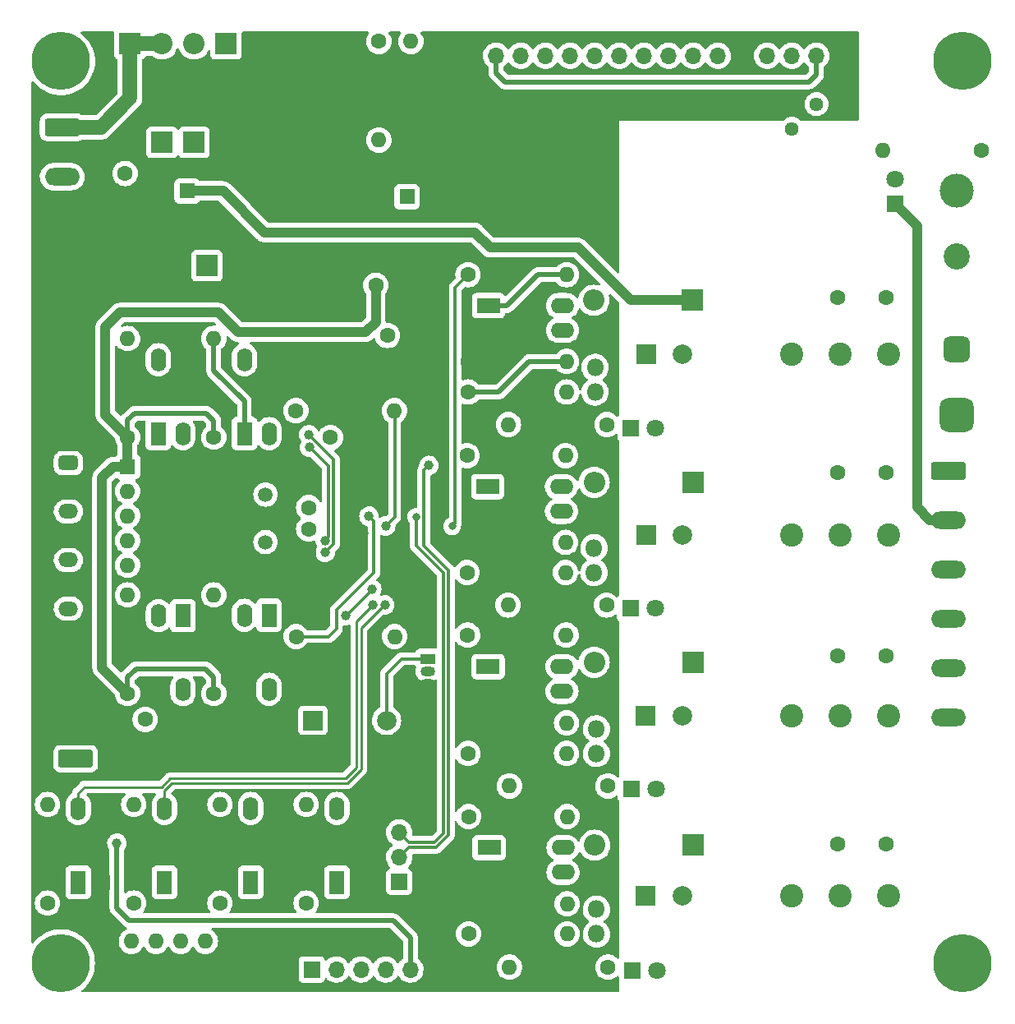
<source format=gbr>
%TF.GenerationSoftware,KiCad,Pcbnew,(6.0.8)*%
%TF.CreationDate,2023-07-19T02:04:08+05:30*%
%TF.ProjectId,STM32DryerPCB_V2,53544d33-3244-4727-9965-725043425f56,rev?*%
%TF.SameCoordinates,Original*%
%TF.FileFunction,Copper,L2,Bot*%
%TF.FilePolarity,Positive*%
%FSLAX46Y46*%
G04 Gerber Fmt 4.6, Leading zero omitted, Abs format (unit mm)*
G04 Created by KiCad (PCBNEW (6.0.8)) date 2023-07-19 02:04:08*
%MOMM*%
%LPD*%
G01*
G04 APERTURE LIST*
G04 Aperture macros list*
%AMRoundRect*
0 Rectangle with rounded corners*
0 $1 Rounding radius*
0 $2 $3 $4 $5 $6 $7 $8 $9 X,Y pos of 4 corners*
0 Add a 4 corners polygon primitive as box body*
4,1,4,$2,$3,$4,$5,$6,$7,$8,$9,$2,$3,0*
0 Add four circle primitives for the rounded corners*
1,1,$1+$1,$2,$3*
1,1,$1+$1,$4,$5*
1,1,$1+$1,$6,$7*
1,1,$1+$1,$8,$9*
0 Add four rect primitives between the rounded corners*
20,1,$1+$1,$2,$3,$4,$5,0*
20,1,$1+$1,$4,$5,$6,$7,0*
20,1,$1+$1,$6,$7,$8,$9,0*
20,1,$1+$1,$8,$9,$2,$3,0*%
G04 Aperture macros list end*
%TA.AperFunction,ComponentPad*%
%ADD10R,1.700000X1.700000*%
%TD*%
%TA.AperFunction,ComponentPad*%
%ADD11O,1.700000X1.700000*%
%TD*%
%TA.AperFunction,ComponentPad*%
%ADD12C,1.600000*%
%TD*%
%TA.AperFunction,ComponentPad*%
%ADD13R,2.000000X2.000000*%
%TD*%
%TA.AperFunction,ComponentPad*%
%ADD14C,2.000000*%
%TD*%
%TA.AperFunction,ComponentPad*%
%ADD15C,2.400000*%
%TD*%
%TA.AperFunction,ComponentPad*%
%ADD16R,2.200000X2.200000*%
%TD*%
%TA.AperFunction,ComponentPad*%
%ADD17O,2.200000X2.200000*%
%TD*%
%TA.AperFunction,ComponentPad*%
%ADD18O,1.600000X1.600000*%
%TD*%
%TA.AperFunction,ComponentPad*%
%ADD19R,1.800000X1.800000*%
%TD*%
%TA.AperFunction,ComponentPad*%
%ADD20C,1.800000*%
%TD*%
%TA.AperFunction,ComponentPad*%
%ADD21C,6.000000*%
%TD*%
%TA.AperFunction,ComponentPad*%
%ADD22O,1.800000X1.800000*%
%TD*%
%TA.AperFunction,ComponentPad*%
%ADD23R,2.400000X1.600000*%
%TD*%
%TA.AperFunction,ComponentPad*%
%ADD24O,2.400000X1.600000*%
%TD*%
%TA.AperFunction,ComponentPad*%
%ADD25R,1.600000X2.400000*%
%TD*%
%TA.AperFunction,ComponentPad*%
%ADD26O,1.600000X2.400000*%
%TD*%
%TA.AperFunction,ComponentPad*%
%ADD27RoundRect,0.875000X0.875000X-0.875000X0.875000X0.875000X-0.875000X0.875000X-0.875000X-0.875000X0*%
%TD*%
%TA.AperFunction,ComponentPad*%
%ADD28RoundRect,0.675000X0.675000X-0.675000X0.675000X0.675000X-0.675000X0.675000X-0.675000X-0.675000X0*%
%TD*%
%TA.AperFunction,ComponentPad*%
%ADD29C,3.500000*%
%TD*%
%TA.AperFunction,ComponentPad*%
%ADD30C,2.700000*%
%TD*%
%TA.AperFunction,ComponentPad*%
%ADD31C,1.500000*%
%TD*%
%TA.AperFunction,ComponentPad*%
%ADD32R,1.600000X1.600000*%
%TD*%
%TA.AperFunction,ComponentPad*%
%ADD33RoundRect,0.250000X-1.550000X0.650000X-1.550000X-0.650000X1.550000X-0.650000X1.550000X0.650000X0*%
%TD*%
%TA.AperFunction,ComponentPad*%
%ADD34O,3.600000X1.800000*%
%TD*%
%TA.AperFunction,ComponentPad*%
%ADD35R,1.500000X1.050000*%
%TD*%
%TA.AperFunction,ComponentPad*%
%ADD36O,1.500000X1.050000*%
%TD*%
%TA.AperFunction,ComponentPad*%
%ADD37C,1.440000*%
%TD*%
%TA.AperFunction,ComponentPad*%
%ADD38RoundRect,0.250000X1.550000X-0.650000X1.550000X0.650000X-1.550000X0.650000X-1.550000X-0.650000X0*%
%TD*%
%TA.AperFunction,ComponentPad*%
%ADD39RoundRect,0.375000X-0.625000X0.375000X-0.625000X-0.375000X0.625000X-0.375000X0.625000X0.375000X0*%
%TD*%
%TA.AperFunction,ComponentPad*%
%ADD40O,2.000000X1.500000*%
%TD*%
%TA.AperFunction,ViaPad*%
%ADD41C,0.800000*%
%TD*%
%TA.AperFunction,ViaPad*%
%ADD42C,1.000000*%
%TD*%
%TA.AperFunction,Conductor*%
%ADD43C,0.300000*%
%TD*%
%TA.AperFunction,Conductor*%
%ADD44C,0.500000*%
%TD*%
%TA.AperFunction,Conductor*%
%ADD45C,1.000000*%
%TD*%
%TA.AperFunction,Conductor*%
%ADD46C,0.250000*%
%TD*%
%TA.AperFunction,Conductor*%
%ADD47C,1.500000*%
%TD*%
G04 APERTURE END LIST*
D10*
%TO.P,J5,1,Pin_1*%
%TO.N,+5V*%
X132150000Y-118590000D03*
D11*
%TO.P,J5,2,Pin_2*%
%TO.N,SWCLK*%
X132150000Y-116050000D03*
%TO.P,J5,3,Pin_3*%
%TO.N,SWDIO*%
X132150000Y-113510000D03*
%TO.P,J5,4,Pin_4*%
%TO.N,GND*%
X132150000Y-110970000D03*
%TD*%
D10*
%TO.P,J8,1,Pin_1*%
%TO.N,FN_KEY_SW_IN*%
X123139200Y-127609600D03*
D11*
%TO.P,J8,2,Pin_2*%
%TO.N,LOW_KEY_SW_IN*%
X125679200Y-127609600D03*
%TO.P,J8,3,Pin_3*%
%TO.N,HIGH_KEY_SW_IN*%
X128219200Y-127609600D03*
%TO.P,J8,4,Pin_4*%
%TO.N,MID_KEY_SW_IN*%
X130759200Y-127609600D03*
%TO.P,J8,5,Pin_5*%
%TO.N,+5V*%
X133299200Y-127609600D03*
%TD*%
D12*
%TO.P,RV2,1*%
%TO.N,LINE_IN*%
X177332000Y-95299400D03*
%TO.P,RV2,2*%
%TO.N,DRUM_RIGHT_LINE*%
X182332000Y-95299400D03*
%TD*%
%TO.P,RV4,1*%
%TO.N,LINE_IN*%
X177332000Y-58418600D03*
%TO.P,RV4,2*%
%TO.N,FAN_LINE*%
X182332000Y-58418600D03*
%TD*%
%TO.P,RV1,1*%
%TO.N,LINE_IN*%
X177332000Y-114705000D03*
%TO.P,RV1,2*%
%TO.N,DRUM_LEFT_LINE*%
X182332000Y-114705000D03*
%TD*%
%TO.P,RV5,1*%
%TO.N,LINE_IN*%
X177332000Y-76452600D03*
%TO.P,RV5,2*%
%TO.N,HEATER_LINE*%
X182332000Y-76452600D03*
%TD*%
D13*
%TO.P,U19,1*%
%TO.N,Net-(D12-Pad2)*%
X157609600Y-64249000D03*
D14*
%TO.P,U19,2*%
%TO.N,VCC*%
X161359600Y-64249000D03*
D15*
%TO.P,U19,3*%
%TO.N,unconnected-(U19-Pad3)*%
X172609600Y-64249000D03*
%TO.P,U19,4*%
%TO.N,LINE_IN*%
X177609600Y-64249000D03*
%TO.P,U19,5*%
%TO.N,FAN_LINE*%
X182609600Y-64249000D03*
%TD*%
D12*
%TO.P,C3,1*%
%TO.N,+3.3V*%
X125058800Y-72821800D03*
%TO.P,C3,2*%
%TO.N,GND*%
X130058800Y-72821800D03*
%TD*%
D16*
%TO.P,D2,1,K*%
%TO.N,Net-(D1-Pad2)*%
X104394000Y-32258000D03*
D17*
%TO.P,D2,2,A*%
%TO.N,GND*%
X104394000Y-42418000D03*
%TD*%
D12*
%TO.P,R9,1*%
%TO.N,+5V*%
X113030000Y-99187000D03*
D18*
%TO.P,R9,2*%
%TO.N,Net-(R9-Pad2)*%
X113030000Y-89027000D03*
%TD*%
D19*
%TO.P,D11,1,K*%
%TO.N,Net-(D11-Pad1)*%
X156052600Y-71831200D03*
D20*
%TO.P,D11,2,A*%
%TO.N,VCC*%
X158592600Y-71831200D03*
%TD*%
D12*
%TO.P,R11,1*%
%TO.N,HIGH_KEY_SW_IN*%
X113665000Y-120777000D03*
D18*
%TO.P,R11,2*%
%TO.N,Net-(R11-Pad2)*%
X113665000Y-110617000D03*
%TD*%
D21*
%TO.P,H3,1*%
%TO.N,N/C*%
X190200000Y-126950000D03*
%TD*%
D12*
%TO.P,R14,1*%
%TO.N,GND*%
X139293600Y-120853200D03*
D18*
%TO.P,R14,2*%
%TO.N,Net-(R14-Pad2)*%
X149453600Y-120853200D03*
%TD*%
D12*
%TO.P,R22,1*%
%TO.N,GND*%
X139242800Y-64973200D03*
D18*
%TO.P,R22,2*%
%TO.N,Net-(R22-Pad2)*%
X149402800Y-64973200D03*
%TD*%
D19*
%TO.P,D6,1,K*%
%TO.N,Net-(D6-Pad1)*%
X156210000Y-127762000D03*
D20*
%TO.P,D6,2,A*%
%TO.N,VCC*%
X158750000Y-127762000D03*
%TD*%
D12*
%TO.P,R26,1*%
%TO.N,GND*%
X139141200Y-83616800D03*
D18*
%TO.P,R26,2*%
%TO.N,Net-(R26-Pad2)*%
X149301200Y-83616800D03*
%TD*%
D16*
%TO.P,D3,1,K*%
%TO.N,VCC*%
X110998000Y-42418000D03*
D17*
%TO.P,D3,2,A*%
%TO.N,Net-(D3-Pad2)*%
X110998000Y-32258000D03*
%TD*%
D12*
%TO.P,R18,1*%
%TO.N,Net-(D8-Pad2)*%
X153670000Y-127373100D03*
D18*
%TO.P,R18,2*%
%TO.N,Net-(D6-Pad1)*%
X143510000Y-127373100D03*
%TD*%
D12*
%TO.P,R21,1*%
%TO.N,FAN*%
X139242800Y-56032400D03*
D18*
%TO.P,R21,2*%
%TO.N,Net-(R21-Pad2)*%
X149402800Y-56032400D03*
%TD*%
D19*
%TO.P,Q1,1,E*%
%TO.N,GND*%
X152482200Y-118872000D03*
D22*
%TO.P,Q1,2,C*%
%TO.N,Net-(D8-Pad2)*%
X152482200Y-121412000D03*
%TO.P,Q1,3,B*%
%TO.N,Net-(Q1-Pad3)*%
X152482200Y-123952000D03*
%TD*%
D16*
%TO.P,D5,1,K*%
%TO.N,Net-(D5-Pad1)*%
X112318800Y-55118000D03*
D17*
%TO.P,D5,2,A*%
%TO.N,GND*%
X102158800Y-55118000D03*
%TD*%
D23*
%TO.P,U13,1*%
%TO.N,Net-(R12-Pad2)*%
X141412200Y-115057000D03*
D24*
%TO.P,U13,2*%
%TO.N,GND*%
X141412200Y-117597000D03*
%TO.P,U13,3*%
%TO.N,Net-(R14-Pad2)*%
X149032200Y-117597000D03*
%TO.P,U13,4*%
%TO.N,VCC*%
X149032200Y-115057000D03*
%TD*%
D25*
%TO.P,U6,1*%
%TO.N,Net-(R6-Pad2)*%
X116200000Y-72405000D03*
D26*
%TO.P,U6,2*%
%TO.N,LIMIT_SW_IN*%
X118740000Y-72405000D03*
%TO.P,U6,3*%
%TO.N,GND*%
X118740000Y-64785000D03*
%TO.P,U6,4*%
%TO.N,LIMIT_SW*%
X116200000Y-64785000D03*
%TD*%
D12*
%TO.P,R5,1*%
%TO.N,+5V*%
X104140000Y-99187000D03*
D18*
%TO.P,R5,2*%
%TO.N,Net-(R5-Pad2)*%
X104140000Y-89027000D03*
%TD*%
D19*
%TO.P,D10,1,K*%
%TO.N,NEUTRAL*%
X183235600Y-48722200D03*
D20*
%TO.P,D10,2,A*%
%TO.N,Net-(D10-Pad2)*%
X183235600Y-46182200D03*
%TD*%
D12*
%TO.P,R10,1*%
%TO.N,+5V*%
X104140000Y-72771000D03*
D18*
%TO.P,R10,2*%
%TO.N,Net-(R10-Pad2)*%
X104140000Y-62611000D03*
%TD*%
D27*
%TO.P,F1,1*%
%TO.N,LINE*%
X189636400Y-70483000D03*
D28*
X189636400Y-63723000D03*
D29*
%TO.P,F1,2*%
%TO.N,LINE_IN*%
X189636400Y-47373000D03*
D30*
X189636400Y-54133000D03*
%TD*%
D12*
%TO.P,R1,1*%
%TO.N,+3.3V*%
X121495000Y-70050000D03*
D18*
%TO.P,R1,2*%
%TO.N,Net-(R1-Pad2)*%
X131655000Y-70050000D03*
%TD*%
D12*
%TO.P,R17,1*%
%TO.N,Net-(R15-Pad2)*%
X139242800Y-105359200D03*
D18*
%TO.P,R17,2*%
%TO.N,Net-(Q2-Pad3)*%
X149402800Y-105359200D03*
%TD*%
D16*
%TO.P,D1,1,K*%
%TO.N,VCC*%
X107696000Y-42418000D03*
D17*
%TO.P,D1,2,A*%
%TO.N,Net-(D1-Pad2)*%
X107696000Y-32258000D03*
%TD*%
D12*
%TO.P,C4,1*%
%TO.N,VCC*%
X103886000Y-45607600D03*
%TO.P,C4,2*%
%TO.N,GND*%
X103886000Y-50607600D03*
%TD*%
%TO.P,R29,1*%
%TO.N,BUZZER*%
X121513600Y-93319600D03*
D18*
%TO.P,R29,2*%
%TO.N,Net-(Q5-Pad2)*%
X131673600Y-93319600D03*
%TD*%
D12*
%TO.P,R6,1*%
%TO.N,+5V*%
X113030000Y-72771000D03*
D18*
%TO.P,R6,2*%
%TO.N,Net-(R6-Pad2)*%
X113030000Y-62611000D03*
%TD*%
D12*
%TO.P,C2,1*%
%TO.N,GND*%
X122809000Y-84726000D03*
%TO.P,C2,2*%
%TO.N,Net-(C2-Pad2)*%
X122809000Y-82226000D03*
%TD*%
%TO.P,R20,1*%
%TO.N,LINE_IN*%
X192125600Y-43230800D03*
D18*
%TO.P,R20,2*%
%TO.N,Net-(D10-Pad2)*%
X181965600Y-43230800D03*
%TD*%
D12*
%TO.P,R7,1*%
%TO.N,MID_KEY_SW_IN*%
X122555000Y-120777000D03*
D18*
%TO.P,R7,2*%
%TO.N,Net-(R7-Pad2)*%
X122555000Y-110617000D03*
%TD*%
D12*
%TO.P,C8,1*%
%TO.N,+3.3V*%
X130937000Y-62295400D03*
%TO.P,C8,2*%
%TO.N,GND*%
X130937000Y-67295400D03*
%TD*%
D25*
%TO.P,U10,1*%
%TO.N,Net-(R10-Pad2)*%
X107310000Y-72405000D03*
D26*
%TO.P,U10,2*%
%TO.N,DOOR_SW_IN*%
X109850000Y-72405000D03*
%TO.P,U10,3*%
%TO.N,GND*%
X109850000Y-64785000D03*
%TO.P,U10,4*%
%TO.N,DOOR_SW*%
X107310000Y-64785000D03*
%TD*%
D12*
%TO.P,R25,1*%
%TO.N,Net-(D12-Pad2)*%
X153568400Y-71475600D03*
D18*
%TO.P,R25,2*%
%TO.N,Net-(D11-Pad1)*%
X143408400Y-71475600D03*
%TD*%
D13*
%TO.P,U16,1*%
%TO.N,Net-(D9-Pad2)*%
X157576500Y-101485400D03*
D14*
%TO.P,U16,2*%
%TO.N,VCC*%
X161326500Y-101485400D03*
D15*
%TO.P,U16,3*%
%TO.N,unconnected-(U16-Pad3)*%
X172576500Y-101485400D03*
%TO.P,U16,4*%
%TO.N,LINE_IN*%
X177576500Y-101485400D03*
%TO.P,U16,5*%
%TO.N,DRUM_RIGHT_LINE*%
X182576500Y-101485400D03*
%TD*%
D12*
%TO.P,R12,1*%
%TO.N,DRUM_LEFT*%
X139293600Y-111861600D03*
D18*
%TO.P,R12,2*%
%TO.N,Net-(R12-Pad2)*%
X149453600Y-111861600D03*
%TD*%
D31*
%TO.P,Y1,1,1*%
%TO.N,Net-(C2-Pad2)*%
X118364000Y-83577600D03*
%TO.P,Y1,2,2*%
%TO.N,Net-(C1-Pad1)*%
X118364000Y-78677600D03*
%TD*%
D12*
%TO.P,C1,1*%
%TO.N,Net-(C1-Pad1)*%
X122809000Y-80027000D03*
%TO.P,C1,2*%
%TO.N,GND*%
X122809000Y-77527000D03*
%TD*%
D21*
%TO.P,H2,1*%
%TO.N,N/C*%
X190200000Y-34025000D03*
%TD*%
D13*
%TO.P,U15,1*%
%TO.N,Net-(D8-Pad2)*%
X157576500Y-120052800D03*
D14*
%TO.P,U15,2*%
%TO.N,VCC*%
X161326500Y-120052800D03*
D15*
%TO.P,U15,3*%
%TO.N,unconnected-(U15-Pad3)*%
X172576500Y-120052800D03*
%TO.P,U15,4*%
%TO.N,LINE_IN*%
X177576500Y-120052800D03*
%TO.P,U15,5*%
%TO.N,DRUM_LEFT_LINE*%
X182576500Y-120052800D03*
%TD*%
D12*
%TO.P,R15,1*%
%TO.N,GND*%
X139242800Y-102209600D03*
D18*
%TO.P,R15,2*%
%TO.N,Net-(R15-Pad2)*%
X149402800Y-102209600D03*
%TD*%
D23*
%TO.P,U14,1*%
%TO.N,Net-(R13-Pad2)*%
X141310600Y-96413400D03*
D24*
%TO.P,U14,2*%
%TO.N,GND*%
X141310600Y-98953400D03*
%TO.P,U14,3*%
%TO.N,Net-(R15-Pad2)*%
X148930600Y-98953400D03*
%TO.P,U14,4*%
%TO.N,VCC*%
X148930600Y-96413400D03*
%TD*%
D32*
%TO.P,C6,1*%
%TO.N,+5V*%
X132959349Y-48006000D03*
D12*
%TO.P,C6,2*%
%TO.N,GND*%
X135459349Y-48006000D03*
%TD*%
D25*
%TO.P,U8,1*%
%TO.N,Net-(R8-Pad2)*%
X107945000Y-118633000D03*
D26*
%TO.P,U8,2*%
%TO.N,GND*%
X110485000Y-118633000D03*
%TO.P,U8,3*%
X110485000Y-111013000D03*
%TO.P,U8,4*%
%TO.N,LOW_KEY_SW*%
X107945000Y-111013000D03*
%TD*%
D12*
%TO.P,C7,1*%
%TO.N,+5V*%
X129732400Y-57124600D03*
%TO.P,C7,2*%
%TO.N,GND*%
X134732400Y-57124600D03*
%TD*%
D33*
%TO.P,J1,1,Pin_1*%
%TO.N,Net-(D1-Pad2)*%
X97403100Y-40860700D03*
D34*
%TO.P,J1,2,Pin_2*%
%TO.N,Net-(D3-Pad2)*%
X97403100Y-45940700D03*
%TD*%
D33*
%TO.P,J7,1,Pin_1*%
%TO.N,LINE*%
X188747400Y-76225400D03*
D34*
%TO.P,J7,2,Pin_2*%
%TO.N,NEUTRAL*%
X188747400Y-81305400D03*
%TO.P,J7,3,Pin_3*%
%TO.N,FAN_LINE*%
X188747400Y-86385400D03*
%TO.P,J7,4,Pin_4*%
%TO.N,HEATER_LINE*%
X188747400Y-91465400D03*
%TO.P,J7,5,Pin_5*%
%TO.N,DRUM_RIGHT_LINE*%
X188747400Y-96545400D03*
%TO.P,J7,6,Pin_6*%
%TO.N,DRUM_LEFT_LINE*%
X188747400Y-101625400D03*
%TD*%
D12*
%TO.P,R2,1*%
%TO.N,GND*%
X133350000Y-42164000D03*
D18*
%TO.P,R2,2*%
%TO.N,Net-(R2-Pad2)*%
X133350000Y-32004000D03*
%TD*%
D16*
%TO.P,D12,1,K*%
%TO.N,VCC*%
X162375100Y-58674000D03*
D17*
%TO.P,D12,2,A*%
%TO.N,Net-(D12-Pad2)*%
X152215100Y-58674000D03*
%TD*%
D25*
%TO.P,U11,1*%
%TO.N,Net-(R11-Pad2)*%
X116835000Y-118633000D03*
D26*
%TO.P,U11,2*%
%TO.N,GND*%
X119375000Y-118633000D03*
%TO.P,U11,3*%
X119375000Y-111013000D03*
%TO.P,U11,4*%
%TO.N,HIGH_KEY_SW*%
X116835000Y-111013000D03*
%TD*%
D13*
%TO.P,BZ1,1,-*%
%TO.N,+5V*%
X123250800Y-101955600D03*
D14*
%TO.P,BZ1,2,+*%
%TO.N,Net-(BZ1-Pad2)*%
X130850800Y-101955600D03*
%TD*%
D25*
%TO.P,U4,1*%
%TO.N,Net-(R4-Pad2)*%
X99055000Y-118633000D03*
D26*
%TO.P,U4,2*%
%TO.N,GND*%
X101595000Y-118633000D03*
%TO.P,U4,3*%
X101595000Y-111013000D03*
%TO.P,U4,4*%
%TO.N,FN_KEY_SW*%
X99055000Y-111013000D03*
%TD*%
D16*
%TO.P,D4,1,K*%
%TO.N,Net-(D3-Pad2)*%
X114300000Y-32258000D03*
D17*
%TO.P,D4,2,A*%
%TO.N,GND*%
X114300000Y-42418000D03*
%TD*%
D21*
%TO.P,H4,1*%
%TO.N,N/C*%
X97275000Y-126975000D03*
%TD*%
D12*
%TO.P,R28,1*%
%TO.N,Net-(D14-Pad2)*%
X153517600Y-90068400D03*
D18*
%TO.P,R28,2*%
%TO.N,Net-(D13-Pad1)*%
X143357600Y-90068400D03*
%TD*%
D25*
%TO.P,U9,1*%
%TO.N,Net-(R9-Pad2)*%
X118724600Y-91120200D03*
D26*
%TO.P,U9,2*%
%TO.N,HEATER_SW_IN*%
X116184600Y-91120200D03*
%TO.P,U9,3*%
%TO.N,GND*%
X116184600Y-98740200D03*
%TO.P,U9,4*%
%TO.N,HEATER_SW*%
X118724600Y-98740200D03*
%TD*%
D32*
%TO.P,C5,1*%
%TO.N,VCC*%
X110286800Y-47412149D03*
D12*
%TO.P,C5,2*%
%TO.N,GND*%
X110286800Y-49912149D03*
%TD*%
%TO.P,R24,1*%
%TO.N,Net-(R22-Pad2)*%
X139261100Y-68122800D03*
D18*
%TO.P,R24,2*%
%TO.N,Net-(Q3-Pad3)*%
X149421100Y-68122800D03*
%TD*%
D19*
%TO.P,Q4,1,E*%
%TO.N,GND*%
X152233700Y-81635600D03*
D22*
%TO.P,Q4,2,C*%
%TO.N,Net-(D14-Pad2)*%
X152233700Y-84175600D03*
%TO.P,Q4,3,B*%
%TO.N,Net-(Q4-Pad3)*%
X152233700Y-86715600D03*
%TD*%
D16*
%TO.P,D9,1,K*%
%TO.N,VCC*%
X162407600Y-95961200D03*
D17*
%TO.P,D9,2,A*%
%TO.N,Net-(D9-Pad2)*%
X152247600Y-95961200D03*
%TD*%
D12*
%TO.P,R13,1*%
%TO.N,DRUM_RIGHT*%
X139192000Y-93167200D03*
D18*
%TO.P,R13,2*%
%TO.N,Net-(R13-Pad2)*%
X149352000Y-93167200D03*
%TD*%
D19*
%TO.P,D13,1,K*%
%TO.N,Net-(D13-Pad1)*%
X156001800Y-90424000D03*
D20*
%TO.P,D13,2,A*%
%TO.N,VCC*%
X158541800Y-90424000D03*
%TD*%
D35*
%TO.P,Q5,1,C*%
%TO.N,Net-(BZ1-Pad2)*%
X135072800Y-95605600D03*
D36*
%TO.P,Q5,2,B*%
%TO.N,Net-(Q5-Pad2)*%
X135072800Y-96875600D03*
%TO.P,Q5,3,E*%
%TO.N,GND*%
X135072800Y-98145600D03*
%TD*%
D37*
%TO.P,RV3,3,3*%
%TO.N,GND*%
X170088800Y-38475200D03*
%TO.P,RV3,2,2*%
%TO.N,/Connectors/VO*%
X172628800Y-41015200D03*
%TO.P,RV3,1,1*%
%TO.N,+5V*%
X175168800Y-38475200D03*
%TD*%
D12*
%TO.P,R3,1*%
%TO.N,Net-(R2-Pad2)*%
X130048000Y-32004000D03*
D18*
%TO.P,R3,2*%
%TO.N,+5V*%
X130048000Y-42164000D03*
%TD*%
D19*
%TO.P,D7,1,K*%
%TO.N,Net-(D7-Pad1)*%
X156103400Y-109016800D03*
D20*
%TO.P,D7,2,A*%
%TO.N,VCC*%
X158643400Y-109016800D03*
%TD*%
D38*
%TO.P,J3,1,Pin_1*%
%TO.N,TEMP+*%
X98786500Y-105900500D03*
D34*
%TO.P,J3,2,Pin_2*%
%TO.N,GND*%
X98786500Y-100820500D03*
%TD*%
D23*
%TO.P,U17,1*%
%TO.N,Net-(R21-Pad2)*%
X141361400Y-59227800D03*
D24*
%TO.P,U17,2*%
%TO.N,GND*%
X141361400Y-61767800D03*
%TO.P,U17,3*%
%TO.N,Net-(R22-Pad2)*%
X148981400Y-61767800D03*
%TO.P,U17,4*%
%TO.N,VCC*%
X148981400Y-59227800D03*
%TD*%
D16*
%TO.P,D14,1,K*%
%TO.N,VCC*%
X162407600Y-77419200D03*
D17*
%TO.P,D14,2,A*%
%TO.N,Net-(D14-Pad2)*%
X152247600Y-77419200D03*
%TD*%
D16*
%TO.P,D8,1,K*%
%TO.N,VCC*%
X162458400Y-114808000D03*
D17*
%TO.P,D8,2,A*%
%TO.N,Net-(D8-Pad2)*%
X152298400Y-114808000D03*
%TD*%
D12*
%TO.P,R19,1*%
%TO.N,Net-(D9-Pad2)*%
X153670000Y-108712000D03*
D18*
%TO.P,R19,2*%
%TO.N,Net-(D7-Pad1)*%
X143510000Y-108712000D03*
%TD*%
D32*
%TO.P,RN2,1,common*%
%TO.N,GND*%
X114701000Y-124714000D03*
D18*
%TO.P,RN2,2,R1*%
%TO.N,MID_KEY_SW_IN*%
X112161000Y-124714000D03*
%TO.P,RN2,3,R2*%
%TO.N,HIGH_KEY_SW_IN*%
X109621000Y-124714000D03*
%TO.P,RN2,4,R3*%
%TO.N,LOW_KEY_SW_IN*%
X107081000Y-124714000D03*
%TO.P,RN2,5,R4*%
%TO.N,FN_KEY_SW_IN*%
X104541000Y-124714000D03*
%TD*%
D25*
%TO.P,U5,1*%
%TO.N,Net-(R5-Pad2)*%
X109860000Y-91171000D03*
D26*
%TO.P,U5,2*%
%TO.N,SEL_ROT_SW_IN*%
X107320000Y-91171000D03*
%TO.P,U5,3*%
%TO.N,GND*%
X107320000Y-98791000D03*
%TO.P,U5,4*%
%TO.N,SEL_ROT_SW*%
X109860000Y-98791000D03*
%TD*%
D12*
%TO.P,R16,1*%
%TO.N,Net-(R14-Pad2)*%
X139293600Y-123952000D03*
D18*
%TO.P,R16,2*%
%TO.N,Net-(Q1-Pad3)*%
X149453600Y-123952000D03*
%TD*%
D12*
%TO.P,R27,1*%
%TO.N,Net-(R26-Pad2)*%
X139141200Y-86715600D03*
D18*
%TO.P,R27,2*%
%TO.N,Net-(Q4-Pad3)*%
X149301200Y-86715600D03*
%TD*%
D12*
%TO.P,C9,1*%
%TO.N,GND*%
X110958000Y-101854000D03*
%TO.P,C9,2*%
%TO.N,+5V*%
X105958000Y-101854000D03*
%TD*%
D23*
%TO.P,U18,1*%
%TO.N,Net-(R23-Pad2)*%
X141259800Y-77871400D03*
D24*
%TO.P,U18,2*%
%TO.N,GND*%
X141259800Y-80411400D03*
%TO.P,U18,3*%
%TO.N,Net-(R26-Pad2)*%
X148879800Y-80411400D03*
%TO.P,U18,4*%
%TO.N,VCC*%
X148879800Y-77871400D03*
%TD*%
D12*
%TO.P,R4,1*%
%TO.N,FN_KEY_SW_IN*%
X95885000Y-120777000D03*
D18*
%TO.P,R4,2*%
%TO.N,Net-(R4-Pad2)*%
X95885000Y-110617000D03*
%TD*%
D39*
%TO.P,J4,1,Pin_1*%
%TO.N,DOOR_SW_IN*%
X98044000Y-75438000D03*
D40*
%TO.P,J4,2,Pin_2*%
%TO.N,GND*%
X98044000Y-77938000D03*
%TO.P,J4,3,Pin_3*%
%TO.N,LIMIT_SW_IN*%
X98044000Y-80438000D03*
%TO.P,J4,4,Pin_4*%
%TO.N,GND*%
X98044000Y-82938000D03*
%TO.P,J4,5,Pin_5*%
%TO.N,HEATER_SW_IN*%
X98044000Y-85438000D03*
%TO.P,J4,6,Pin_6*%
%TO.N,GND*%
X98044000Y-87938000D03*
%TO.P,J4,7,Pin_7*%
%TO.N,SEL_ROT_SW_IN*%
X98044000Y-90438000D03*
%TO.P,J4,8,Pin_8*%
%TO.N,GND*%
X98044000Y-92938000D03*
%TD*%
D19*
%TO.P,Q2,1,E*%
%TO.N,GND*%
X152482200Y-100279200D03*
D22*
%TO.P,Q2,2,C*%
%TO.N,Net-(D9-Pad2)*%
X152482200Y-102819200D03*
%TO.P,Q2,3,B*%
%TO.N,Net-(Q2-Pad3)*%
X152482200Y-105359200D03*
%TD*%
D32*
%TO.P,RN1,1,common*%
%TO.N,+5V*%
X104140000Y-75799000D03*
D18*
%TO.P,RN1,2,R1*%
%TO.N,DOOR_SW_IN*%
X104140000Y-78339000D03*
%TO.P,RN1,3,R2*%
%TO.N,LIMIT_SW_IN*%
X104140000Y-80879000D03*
%TO.P,RN1,4,R3*%
%TO.N,HEATER_SW_IN*%
X104140000Y-83419000D03*
%TO.P,RN1,5,R4*%
%TO.N,SEL_ROT_SW_IN*%
X104140000Y-85959000D03*
%TD*%
D12*
%TO.P,R8,1*%
%TO.N,LOW_KEY_SW_IN*%
X104775000Y-120777000D03*
D18*
%TO.P,R8,2*%
%TO.N,Net-(R8-Pad2)*%
X104775000Y-110617000D03*
%TD*%
D19*
%TO.P,Q3,1,E*%
%TO.N,GND*%
X152348100Y-63042800D03*
D22*
%TO.P,Q3,2,C*%
%TO.N,Net-(D12-Pad2)*%
X152348100Y-65582800D03*
%TO.P,Q3,3,B*%
%TO.N,Net-(Q3-Pad3)*%
X152348100Y-68122800D03*
%TD*%
D21*
%TO.P,H1,1*%
%TO.N,N/C*%
X97282000Y-34036000D03*
%TD*%
D25*
%TO.P,U7,1*%
%TO.N,Net-(R7-Pad2)*%
X125725000Y-118633000D03*
D26*
%TO.P,U7,2*%
%TO.N,GND*%
X128265000Y-118633000D03*
%TO.P,U7,3*%
X128265000Y-111013000D03*
%TO.P,U7,4*%
%TO.N,MID_KEY_SW*%
X125725000Y-111013000D03*
%TD*%
D13*
%TO.P,U20,1*%
%TO.N,Net-(D14-Pad2)*%
X157609600Y-82892600D03*
D14*
%TO.P,U20,2*%
%TO.N,VCC*%
X161359600Y-82892600D03*
D15*
%TO.P,U20,3*%
%TO.N,unconnected-(U20-Pad3)*%
X172609600Y-82892600D03*
%TO.P,U20,4*%
%TO.N,LINE_IN*%
X177609600Y-82892600D03*
%TO.P,U20,5*%
%TO.N,HEATER_LINE*%
X182609600Y-82892600D03*
%TD*%
D12*
%TO.P,R23,1*%
%TO.N,HEATER*%
X139141200Y-74676000D03*
D18*
%TO.P,R23,2*%
%TO.N,Net-(R23-Pad2)*%
X149301200Y-74676000D03*
%TD*%
D10*
%TO.P,J2,1,Pin_1*%
%TO.N,GND*%
X177698400Y-33477200D03*
D11*
%TO.P,J2,2,Pin_2*%
%TO.N,+5V*%
X175158400Y-33477200D03*
%TO.P,J2,3,Pin_3*%
%TO.N,/Connectors/VO*%
X172618400Y-33477200D03*
%TO.P,J2,4,Pin_4*%
%TO.N,LCD_RS*%
X170078400Y-33477200D03*
%TO.P,J2,5,Pin_5*%
%TO.N,GND*%
X167538400Y-33477200D03*
%TO.P,J2,6,Pin_6*%
%TO.N,LCD_EN*%
X164998400Y-33477200D03*
%TO.P,J2,7,Pin_7*%
%TO.N,LCD_D0*%
X162458400Y-33477200D03*
%TO.P,J2,8,Pin_8*%
%TO.N,LCD_D1*%
X159918400Y-33477200D03*
%TO.P,J2,9,Pin_9*%
%TO.N,LCD_D2*%
X157378400Y-33477200D03*
%TO.P,J2,10,Pin_10*%
%TO.N,LCD_D3*%
X154838400Y-33477200D03*
%TO.P,J2,11,Pin_11*%
%TO.N,LCD_D4*%
X152298400Y-33477200D03*
%TO.P,J2,12,Pin_12*%
%TO.N,LCD_D5*%
X149758400Y-33477200D03*
%TO.P,J2,13,Pin_13*%
%TO.N,LCD_D6*%
X147218400Y-33477200D03*
%TO.P,J2,14,Pin_14*%
%TO.N,LCD_D7*%
X144678400Y-33477200D03*
%TO.P,J2,15,Pin_15*%
%TO.N,+5V*%
X142138400Y-33477200D03*
%TO.P,J2,16,Pin_16*%
%TO.N,GND*%
X139598400Y-33477200D03*
%TD*%
D41*
%TO.N,GND*%
X133450943Y-79788062D03*
%TO.N,SWDIO*%
X133889500Y-80972379D03*
D42*
%TO.N,SWCLK*%
X135213059Y-75688059D03*
%TO.N,+5V*%
X103050000Y-114600000D03*
D41*
%TO.N,FAN*%
X137607923Y-81956523D03*
%TO.N,GND*%
X128574500Y-74850000D03*
X128600200Y-82677000D03*
X132816600Y-84486500D03*
D42*
%TO.N,Net-(R1-Pad2)*%
X130759200Y-81915000D03*
%TO.N,+5V*%
X128651000Y-61976000D03*
X127508000Y-61976000D03*
%TO.N,BUZZER*%
X129032000Y-80924400D03*
%TO.N,DOOR_SW*%
X124524900Y-83417785D03*
X122904906Y-73806706D03*
%TO.N,LIMIT_SW*%
X124510800Y-84657731D03*
X122825488Y-72525912D03*
%TO.N,MISO1*%
X129310210Y-88416210D03*
X126593600Y-91135200D03*
%TO.N,FN_KEY_SW*%
X129438490Y-90070689D03*
%TO.N,LOW_KEY_SW*%
X130657600Y-90068400D03*
%TO.N,GND*%
X122936000Y-39624000D03*
X125831600Y-44958000D03*
X124206000Y-39624000D03*
X126746000Y-39624000D03*
X126746000Y-31750000D03*
X120396000Y-31750000D03*
X117856000Y-33020000D03*
X126746000Y-35560000D03*
X119126000Y-39624000D03*
X120396000Y-39624000D03*
X119126000Y-31750000D03*
X117856000Y-36830000D03*
X125476000Y-31750000D03*
X126746000Y-38100000D03*
X124206000Y-31750000D03*
X117856000Y-31750000D03*
X121666000Y-39624000D03*
X117856000Y-39370000D03*
X125476000Y-39624000D03*
X126746000Y-33020000D03*
X126746000Y-36830000D03*
X122936000Y-31750000D03*
X117856000Y-38100000D03*
X117856000Y-34290000D03*
D41*
X104038400Y-104292400D03*
D42*
X117856000Y-35560000D03*
X121666000Y-31750000D03*
X126746000Y-34290000D03*
X122428000Y-44891000D03*
%TD*%
D43*
%TO.N,SWCLK*%
X133175000Y-115025000D02*
X132150000Y-116050000D01*
X137200000Y-113800000D02*
X135975000Y-115025000D01*
X135975000Y-115025000D02*
X133175000Y-115025000D01*
X137200000Y-86475000D02*
X137200000Y-113800000D01*
X134700000Y-83975000D02*
X137200000Y-86475000D01*
X134700000Y-76201118D02*
X134700000Y-83975000D01*
X135213059Y-75688059D02*
X134700000Y-76201118D01*
%TO.N,SWDIO*%
X136700000Y-113592894D02*
X135767894Y-114525000D01*
X136700000Y-86775000D02*
X136700000Y-113592894D01*
X133165000Y-114525000D02*
X132150000Y-113510000D01*
X133875000Y-83950000D02*
X136700000Y-86775000D01*
X135767894Y-114525000D02*
X133165000Y-114525000D01*
X133875000Y-80986879D02*
X133875000Y-83950000D01*
X133889500Y-80972379D02*
X133875000Y-80986879D01*
D44*
%TO.N,+5V*%
X103050000Y-121325000D02*
X103050000Y-114600000D01*
X103100000Y-121375000D02*
X103050000Y-121325000D01*
X104325000Y-122600000D02*
X103100000Y-121375000D01*
X131575000Y-122600000D02*
X104325000Y-122600000D01*
X133299200Y-127609600D02*
X133299200Y-124324200D01*
X133299200Y-124324200D02*
X131575000Y-122600000D01*
D45*
%TO.N,NEUTRAL*%
X185521600Y-80010000D02*
X185521600Y-51008200D01*
X186817000Y-81305400D02*
X185521600Y-80010000D01*
X185521600Y-51008200D02*
X183235600Y-48722200D01*
X188747400Y-81305400D02*
X186817000Y-81305400D01*
D43*
%TO.N,Net-(R1-Pad2)*%
X131673600Y-70002400D02*
X131673600Y-81000600D01*
X131673600Y-81000600D02*
X130759200Y-81915000D01*
D45*
%TO.N,VCC*%
X118262400Y-51689000D02*
X113985549Y-47412149D01*
X139954000Y-51689000D02*
X118262400Y-51689000D01*
X113985549Y-47412149D02*
X110286800Y-47412149D01*
X150571200Y-53238400D02*
X141503400Y-53238400D01*
X141503400Y-53238400D02*
X139954000Y-51689000D01*
X156006800Y-58674000D02*
X150571200Y-53238400D01*
X162375100Y-58674000D02*
X156006800Y-58674000D01*
D44*
%TO.N,+5V*%
X142138400Y-35280600D02*
X142138400Y-33477200D01*
X143027400Y-36169600D02*
X142138400Y-35280600D01*
X174421800Y-36169600D02*
X143027400Y-36169600D01*
X175158400Y-35433000D02*
X174421800Y-36169600D01*
X175158400Y-33477200D02*
X175158400Y-35433000D01*
D43*
%TO.N,FAN*%
X137922000Y-57353200D02*
X139242800Y-56032400D01*
X137607923Y-81956523D02*
X137922000Y-81642446D01*
X137922000Y-81642446D02*
X137922000Y-57353200D01*
D44*
%TO.N,Net-(R22-Pad2)*%
X145542000Y-64973200D02*
X149402800Y-64973200D01*
X142392400Y-68122800D02*
X145542000Y-64973200D01*
X139261100Y-68122800D02*
X142392400Y-68122800D01*
D45*
%TO.N,+5V*%
X127508000Y-61976000D02*
X115570000Y-61976000D01*
X101854000Y-70485000D02*
X104140000Y-72771000D01*
X101854000Y-61417200D02*
X101854000Y-70485000D01*
X128651000Y-61976000D02*
X127508000Y-61976000D01*
X103327200Y-59944000D02*
X101854000Y-61417200D01*
X129732400Y-60894600D02*
X128651000Y-61976000D01*
X129732400Y-57124600D02*
X129732400Y-60894600D01*
X115570000Y-61976000D02*
X113538000Y-59944000D01*
X113538000Y-59944000D02*
X103327200Y-59944000D01*
D43*
%TO.N,DOOR_SW*%
X124874400Y-83068285D02*
X124524900Y-83417785D01*
X124874400Y-75776200D02*
X124874400Y-83068285D01*
X122904906Y-73806706D02*
X124874400Y-75776200D01*
%TO.N,LIMIT_SW*%
X125374400Y-83794131D02*
X124510800Y-84657731D01*
X122825488Y-72525912D02*
X125374400Y-75074824D01*
X125374400Y-75074824D02*
X125374400Y-83794131D01*
D45*
%TO.N,+5V*%
X101523800Y-96570800D02*
X104140000Y-99187000D01*
X101523800Y-76911200D02*
X101523800Y-96570800D01*
X102636000Y-75799000D02*
X101523800Y-76911200D01*
X104140000Y-75799000D02*
X102636000Y-75799000D01*
X104140000Y-72771000D02*
X104140000Y-75799000D01*
D44*
%TO.N,Net-(R21-Pad2)*%
X146431000Y-56032400D02*
X149402800Y-56032400D01*
X143235600Y-59227800D02*
X146431000Y-56032400D01*
X141361400Y-59227800D02*
X143235600Y-59227800D01*
D43*
%TO.N,Net-(BZ1-Pad2)*%
X130850800Y-101955600D02*
X130850800Y-97139600D01*
X130850800Y-97139600D02*
X132384800Y-95605600D01*
X132384800Y-95605600D02*
X135072800Y-95605600D01*
%TO.N,BUZZER*%
X124866400Y-93319600D02*
X121513600Y-93319600D01*
X125679200Y-92506800D02*
X124866400Y-93319600D01*
X125679200Y-90576400D02*
X125679200Y-92506800D01*
X129540000Y-81432400D02*
X129540000Y-86715600D01*
X129540000Y-86715600D02*
X125679200Y-90576400D01*
X129032000Y-80924400D02*
X129540000Y-81432400D01*
D44*
%TO.N,+5V*%
X112268000Y-70307200D02*
X113030000Y-71069200D01*
X104140000Y-71018400D02*
X104851200Y-70307200D01*
X104140000Y-72771000D02*
X104140000Y-71018400D01*
X104851200Y-70307200D02*
X112268000Y-70307200D01*
X113030000Y-71069200D02*
X113030000Y-72771000D01*
%TO.N,Net-(R6-Pad2)*%
X116179600Y-72384600D02*
X116200000Y-72405000D01*
X116179600Y-69088000D02*
X116179600Y-72384600D01*
X113030000Y-65938400D02*
X116179600Y-69088000D01*
X113030000Y-62611000D02*
X113030000Y-65938400D01*
%TO.N,+5V*%
X113030000Y-97485200D02*
X113030000Y-99187000D01*
X112166400Y-96621600D02*
X113030000Y-97485200D01*
X105003600Y-96621600D02*
X112166400Y-96621600D01*
X104140000Y-97485200D02*
X105003600Y-96621600D01*
X104140000Y-99187000D02*
X104140000Y-97485200D01*
D46*
%TO.N,MISO1*%
X126593600Y-91132820D02*
X129310210Y-88416210D01*
X126593600Y-91135200D02*
X126593600Y-91132820D01*
%TO.N,FN_KEY_SW*%
X99055000Y-109428200D02*
X99055000Y-111013000D01*
X99669600Y-108813600D02*
X99055000Y-109428200D01*
X107669204Y-108813600D02*
X99669600Y-108813600D01*
X108525604Y-107957200D02*
X107669204Y-108813600D01*
X127769200Y-106798404D02*
X126610404Y-107957200D01*
X126610404Y-107957200D02*
X108525604Y-107957200D01*
X127769200Y-91739979D02*
X127769200Y-106798404D01*
X129438490Y-90070689D02*
X127769200Y-91739979D01*
%TO.N,LOW_KEY_SW*%
X108712000Y-108407200D02*
X107945000Y-109174200D01*
X126796800Y-108407200D02*
X108712000Y-108407200D01*
X128219200Y-106984800D02*
X126796800Y-108407200D01*
X107945000Y-109174200D02*
X107945000Y-111013000D01*
X128219200Y-92456000D02*
X128219200Y-106984800D01*
X130606800Y-90068400D02*
X128219200Y-92456000D01*
X130657600Y-90068400D02*
X130606800Y-90068400D01*
D47*
%TO.N,Net-(D1-Pad2)*%
X104394000Y-32258000D02*
X107696000Y-32258000D01*
X101379300Y-40860700D02*
X104394000Y-37846000D01*
X97403100Y-40860700D02*
X101379300Y-40860700D01*
X104394000Y-37846000D02*
X104394000Y-32258000D01*
%TD*%
%TA.AperFunction,Conductor*%
%TO.N,GND*%
G36*
X102727621Y-31008502D02*
G01*
X102774114Y-31062158D01*
X102785500Y-31114500D01*
X102785500Y-33406134D01*
X102792255Y-33468316D01*
X102843385Y-33604705D01*
X102930739Y-33721261D01*
X103047295Y-33808615D01*
X103055704Y-33811767D01*
X103063575Y-33816077D01*
X103062664Y-33817741D01*
X103110490Y-33853663D01*
X103135193Y-33920224D01*
X103135500Y-33929009D01*
X103135500Y-37272522D01*
X103115498Y-37340643D01*
X103098595Y-37361617D01*
X100894917Y-39565295D01*
X100832605Y-39599321D01*
X100805822Y-39602200D01*
X99447200Y-39602200D01*
X99381084Y-39583460D01*
X99282068Y-39522425D01*
X99282066Y-39522424D01*
X99275838Y-39518585D01*
X99115354Y-39465355D01*
X99114489Y-39465068D01*
X99114487Y-39465068D01*
X99107961Y-39462903D01*
X99101125Y-39462203D01*
X99101122Y-39462202D01*
X99058069Y-39457791D01*
X99003500Y-39452200D01*
X95802700Y-39452200D01*
X95799454Y-39452537D01*
X95799450Y-39452537D01*
X95703792Y-39462462D01*
X95703788Y-39462463D01*
X95696934Y-39463174D01*
X95690398Y-39465355D01*
X95690396Y-39465355D01*
X95558294Y-39509428D01*
X95529154Y-39519150D01*
X95378752Y-39612222D01*
X95253795Y-39737397D01*
X95249955Y-39743627D01*
X95249954Y-39743628D01*
X95171817Y-39870390D01*
X95160985Y-39887962D01*
X95105303Y-40055839D01*
X95104603Y-40062675D01*
X95104602Y-40062678D01*
X95103400Y-40074414D01*
X95094600Y-40160300D01*
X95094600Y-41561100D01*
X95105574Y-41666866D01*
X95107755Y-41673402D01*
X95107755Y-41673404D01*
X95129895Y-41739766D01*
X95161550Y-41834646D01*
X95254622Y-41985048D01*
X95379797Y-42110005D01*
X95386027Y-42113845D01*
X95386028Y-42113846D01*
X95523190Y-42198394D01*
X95530362Y-42202815D01*
X95610105Y-42229264D01*
X95691711Y-42256332D01*
X95691713Y-42256332D01*
X95698239Y-42258497D01*
X95705075Y-42259197D01*
X95705078Y-42259198D01*
X95748131Y-42263609D01*
X95802700Y-42269200D01*
X99003500Y-42269200D01*
X99006746Y-42268863D01*
X99006750Y-42268863D01*
X99102408Y-42258938D01*
X99102412Y-42258937D01*
X99109266Y-42258226D01*
X99115802Y-42256045D01*
X99115804Y-42256045D01*
X99247906Y-42211972D01*
X99277046Y-42202250D01*
X99380782Y-42138056D01*
X99447085Y-42119200D01*
X101287904Y-42119200D01*
X101304351Y-42120278D01*
X101320816Y-42122446D01*
X101320820Y-42122446D01*
X101326386Y-42123179D01*
X101407789Y-42119340D01*
X101413724Y-42119200D01*
X101436299Y-42119200D01*
X101462289Y-42116881D01*
X101467548Y-42116522D01*
X101550788Y-42112596D01*
X101556247Y-42111346D01*
X101556252Y-42111345D01*
X101568270Y-42108592D01*
X101585199Y-42105911D01*
X101603062Y-42104317D01*
X101608478Y-42102835D01*
X101608480Y-42102835D01*
X101683433Y-42082330D01*
X101688551Y-42081044D01*
X101764300Y-42063695D01*
X101764302Y-42063694D01*
X101769770Y-42062442D01*
X101780270Y-42057963D01*
X101786267Y-42055406D01*
X101802442Y-42049773D01*
X101814339Y-42046518D01*
X101814343Y-42046517D01*
X101819751Y-42045037D01*
X101894967Y-42009161D01*
X101899776Y-42006990D01*
X101971249Y-41976504D01*
X101971250Y-41976504D01*
X101976409Y-41974303D01*
X101991410Y-41964449D01*
X102006325Y-41956046D01*
X102022518Y-41948322D01*
X102027069Y-41945052D01*
X102027072Y-41945050D01*
X102090181Y-41899701D01*
X102094532Y-41896711D01*
X102160310Y-41853504D01*
X102160318Y-41853498D01*
X102164174Y-41850965D01*
X102184962Y-41832443D01*
X102195239Y-41824210D01*
X102204954Y-41817229D01*
X102279363Y-41740445D01*
X102280752Y-41739035D01*
X105219263Y-38800525D01*
X105231654Y-38789657D01*
X105244848Y-38779533D01*
X105249292Y-38776123D01*
X105304158Y-38715826D01*
X105308257Y-38711531D01*
X105324199Y-38695589D01*
X105325996Y-38693440D01*
X105340933Y-38675576D01*
X105344401Y-38671601D01*
X105396712Y-38614112D01*
X105396719Y-38614103D01*
X105400485Y-38609964D01*
X105410014Y-38594773D01*
X105420089Y-38580907D01*
X105427996Y-38571451D01*
X105428003Y-38571441D01*
X105431594Y-38567146D01*
X105472887Y-38494752D01*
X105475592Y-38490232D01*
X105485022Y-38475200D01*
X173935607Y-38475200D01*
X173954342Y-38689342D01*
X173955766Y-38694655D01*
X173955766Y-38694657D01*
X173984134Y-38800525D01*
X174009978Y-38896977D01*
X174100824Y-39091796D01*
X174224119Y-39267881D01*
X174376119Y-39419881D01*
X174552203Y-39543176D01*
X174557181Y-39545497D01*
X174557184Y-39545499D01*
X174742041Y-39631699D01*
X174747023Y-39634022D01*
X174752331Y-39635444D01*
X174752333Y-39635445D01*
X174949343Y-39688234D01*
X174949345Y-39688234D01*
X174954658Y-39689658D01*
X175168800Y-39708393D01*
X175382942Y-39689658D01*
X175388255Y-39688234D01*
X175388257Y-39688234D01*
X175585267Y-39635445D01*
X175585269Y-39635444D01*
X175590577Y-39634022D01*
X175595559Y-39631699D01*
X175780416Y-39545499D01*
X175780419Y-39545497D01*
X175785397Y-39543176D01*
X175961481Y-39419881D01*
X176113481Y-39267881D01*
X176236776Y-39091796D01*
X176327622Y-38896977D01*
X176353467Y-38800525D01*
X176381834Y-38694657D01*
X176381834Y-38694655D01*
X176383258Y-38689342D01*
X176401993Y-38475200D01*
X176383258Y-38261058D01*
X176334210Y-38078009D01*
X176329045Y-38058733D01*
X176329044Y-38058731D01*
X176327622Y-38053423D01*
X176325299Y-38048441D01*
X176239099Y-37863585D01*
X176239097Y-37863582D01*
X176236776Y-37858604D01*
X176113481Y-37682519D01*
X175961481Y-37530519D01*
X175785397Y-37407224D01*
X175780419Y-37404903D01*
X175780416Y-37404901D01*
X175595559Y-37318701D01*
X175595558Y-37318700D01*
X175590577Y-37316378D01*
X175585269Y-37314956D01*
X175585267Y-37314955D01*
X175388257Y-37262166D01*
X175388255Y-37262166D01*
X175382942Y-37260742D01*
X175168800Y-37242007D01*
X174954658Y-37260742D01*
X174949345Y-37262166D01*
X174949343Y-37262166D01*
X174752333Y-37314955D01*
X174752331Y-37314956D01*
X174747023Y-37316378D01*
X174742043Y-37318700D01*
X174742041Y-37318701D01*
X174557185Y-37404901D01*
X174557182Y-37404903D01*
X174552204Y-37407224D01*
X174376119Y-37530519D01*
X174224119Y-37682519D01*
X174100824Y-37858604D01*
X174098503Y-37863582D01*
X174098501Y-37863585D01*
X174012301Y-38048441D01*
X174009978Y-38053423D01*
X174008556Y-38058731D01*
X174008555Y-38058733D01*
X174003390Y-38078009D01*
X173954342Y-38261058D01*
X173935607Y-38475200D01*
X105485022Y-38475200D01*
X105516886Y-38424404D01*
X105516888Y-38424401D01*
X105519864Y-38419656D01*
X105526552Y-38403021D01*
X105534012Y-38387589D01*
X105540120Y-38376881D01*
X105540124Y-38376872D01*
X105542899Y-38372007D01*
X105544768Y-38366730D01*
X105544770Y-38366725D01*
X105570715Y-38293458D01*
X105572580Y-38288522D01*
X105601566Y-38216416D01*
X105603656Y-38211217D01*
X105607294Y-38193650D01*
X105611899Y-38177156D01*
X105617889Y-38160241D01*
X105631355Y-38078009D01*
X105632317Y-38072819D01*
X105648277Y-37995754D01*
X105648278Y-37995750D01*
X105649213Y-37991233D01*
X105650815Y-37963452D01*
X105652262Y-37950347D01*
X105653286Y-37944090D01*
X105653286Y-37944083D01*
X105654194Y-37938542D01*
X105652516Y-37831736D01*
X105652500Y-37829757D01*
X105652500Y-33929009D01*
X105672502Y-33860888D01*
X105726158Y-33814395D01*
X105731694Y-33812097D01*
X105732297Y-33811767D01*
X105740705Y-33808615D01*
X105857261Y-33721261D01*
X105944615Y-33604705D01*
X105947767Y-33596296D01*
X105952077Y-33588425D01*
X105953741Y-33589336D01*
X105989663Y-33541510D01*
X106056224Y-33516807D01*
X106065009Y-33516500D01*
X106646311Y-33516500D01*
X106714432Y-33536502D01*
X106728141Y-33546688D01*
X106747624Y-33563328D01*
X106963498Y-33695616D01*
X106968068Y-33697509D01*
X106968072Y-33697511D01*
X107038401Y-33726642D01*
X107197409Y-33792505D01*
X107264513Y-33808615D01*
X107438784Y-33850454D01*
X107438790Y-33850455D01*
X107443597Y-33851609D01*
X107696000Y-33871474D01*
X107948403Y-33851609D01*
X107953210Y-33850455D01*
X107953216Y-33850454D01*
X108127487Y-33808615D01*
X108194591Y-33792505D01*
X108353599Y-33726642D01*
X108423928Y-33697511D01*
X108423932Y-33697509D01*
X108428502Y-33695616D01*
X108644376Y-33563328D01*
X108836898Y-33398898D01*
X109001328Y-33206376D01*
X109133616Y-32990502D01*
X109147092Y-32957970D01*
X109230505Y-32756591D01*
X109232717Y-32757507D01*
X109267206Y-32707030D01*
X109332593Y-32679370D01*
X109402554Y-32691452D01*
X109454877Y-32739440D01*
X109462835Y-32756865D01*
X109463495Y-32756591D01*
X109546909Y-32957970D01*
X109560384Y-32990502D01*
X109692672Y-33206376D01*
X109857102Y-33398898D01*
X110049624Y-33563328D01*
X110265498Y-33695616D01*
X110270068Y-33697509D01*
X110270072Y-33697511D01*
X110340401Y-33726642D01*
X110499409Y-33792505D01*
X110566513Y-33808615D01*
X110740784Y-33850454D01*
X110740790Y-33850455D01*
X110745597Y-33851609D01*
X110998000Y-33871474D01*
X111250403Y-33851609D01*
X111255210Y-33850455D01*
X111255216Y-33850454D01*
X111429487Y-33808615D01*
X111496591Y-33792505D01*
X111655599Y-33726642D01*
X111725928Y-33697511D01*
X111725932Y-33697509D01*
X111730502Y-33695616D01*
X111946376Y-33563328D01*
X112138898Y-33398898D01*
X112303328Y-33206376D01*
X112435616Y-32990502D01*
X112449091Y-32957970D01*
X112493639Y-32902689D01*
X112561002Y-32880268D01*
X112629793Y-32897826D01*
X112678172Y-32949788D01*
X112691500Y-33006188D01*
X112691500Y-33406134D01*
X112698255Y-33468316D01*
X112749385Y-33604705D01*
X112836739Y-33721261D01*
X112953295Y-33808615D01*
X113089684Y-33859745D01*
X113151866Y-33866500D01*
X115448134Y-33866500D01*
X115510316Y-33859745D01*
X115646705Y-33808615D01*
X115763261Y-33721261D01*
X115850615Y-33604705D01*
X115901745Y-33468316D01*
X115904398Y-33443895D01*
X140775651Y-33443895D01*
X140775948Y-33449048D01*
X140775948Y-33449051D01*
X140781279Y-33541510D01*
X140788510Y-33666915D01*
X140789647Y-33671961D01*
X140789648Y-33671967D01*
X140801970Y-33726642D01*
X140837622Y-33884839D01*
X140921666Y-34091816D01*
X140972419Y-34174638D01*
X141035691Y-34277888D01*
X141038387Y-34282288D01*
X141184650Y-34451138D01*
X141334385Y-34575450D01*
X141374020Y-34634352D01*
X141379900Y-34672394D01*
X141379900Y-35213530D01*
X141378467Y-35232480D01*
X141375201Y-35253949D01*
X141375794Y-35261241D01*
X141375794Y-35261244D01*
X141379485Y-35306618D01*
X141379900Y-35316833D01*
X141379900Y-35324893D01*
X141380325Y-35328537D01*
X141383189Y-35353107D01*
X141383622Y-35357482D01*
X141384982Y-35374195D01*
X141389540Y-35430237D01*
X141391796Y-35437201D01*
X141392987Y-35443160D01*
X141394371Y-35449015D01*
X141395218Y-35456281D01*
X141420135Y-35524927D01*
X141421552Y-35529055D01*
X141422780Y-35532844D01*
X141444049Y-35598499D01*
X141447845Y-35604754D01*
X141450351Y-35610228D01*
X141453070Y-35615658D01*
X141455567Y-35622537D01*
X141459580Y-35628657D01*
X141459580Y-35628658D01*
X141495586Y-35683576D01*
X141497923Y-35687280D01*
X141535805Y-35749707D01*
X141539521Y-35753915D01*
X141539522Y-35753916D01*
X141543203Y-35758084D01*
X141543176Y-35758108D01*
X141545829Y-35761100D01*
X141548532Y-35764333D01*
X141552544Y-35770452D01*
X141557856Y-35775484D01*
X141608783Y-35823728D01*
X141611225Y-35826106D01*
X142443630Y-36658511D01*
X142456016Y-36672923D01*
X142464549Y-36684518D01*
X142464554Y-36684523D01*
X142468892Y-36690418D01*
X142474470Y-36695157D01*
X142474473Y-36695160D01*
X142509168Y-36724635D01*
X142516684Y-36731565D01*
X142522379Y-36737260D01*
X142525261Y-36739540D01*
X142544651Y-36754881D01*
X142548055Y-36757672D01*
X142598103Y-36800191D01*
X142603685Y-36804933D01*
X142610201Y-36808261D01*
X142615250Y-36811628D01*
X142620379Y-36814795D01*
X142626116Y-36819334D01*
X142692275Y-36850255D01*
X142696169Y-36852158D01*
X142761208Y-36885369D01*
X142768317Y-36887108D01*
X142773951Y-36889204D01*
X142779721Y-36891123D01*
X142786350Y-36894222D01*
X142793513Y-36895712D01*
X142793516Y-36895713D01*
X142844230Y-36906261D01*
X142857835Y-36909091D01*
X142862101Y-36910057D01*
X142933010Y-36927408D01*
X142938612Y-36927756D01*
X142938615Y-36927756D01*
X142944164Y-36928100D01*
X142944162Y-36928135D01*
X142948134Y-36928375D01*
X142952355Y-36928752D01*
X142959515Y-36930241D01*
X143036942Y-36928146D01*
X143040350Y-36928100D01*
X174354730Y-36928100D01*
X174373680Y-36929533D01*
X174387915Y-36931699D01*
X174387919Y-36931699D01*
X174395149Y-36932799D01*
X174402441Y-36932206D01*
X174402444Y-36932206D01*
X174447818Y-36928515D01*
X174458033Y-36928100D01*
X174466093Y-36928100D01*
X174483480Y-36926073D01*
X174494307Y-36924811D01*
X174498682Y-36924378D01*
X174564139Y-36919054D01*
X174564142Y-36919053D01*
X174571437Y-36918460D01*
X174578401Y-36916204D01*
X174584360Y-36915013D01*
X174590215Y-36913629D01*
X174597481Y-36912782D01*
X174666127Y-36887865D01*
X174670255Y-36886448D01*
X174732736Y-36866207D01*
X174732738Y-36866206D01*
X174739699Y-36863951D01*
X174745954Y-36860155D01*
X174751428Y-36857649D01*
X174756858Y-36854930D01*
X174763737Y-36852433D01*
X174769858Y-36848420D01*
X174824776Y-36812414D01*
X174828480Y-36810077D01*
X174890907Y-36772195D01*
X174899284Y-36764797D01*
X174899308Y-36764824D01*
X174902300Y-36762171D01*
X174905533Y-36759468D01*
X174911652Y-36755456D01*
X174964928Y-36699217D01*
X174967306Y-36696775D01*
X175647311Y-36016770D01*
X175661723Y-36004384D01*
X175673318Y-35995851D01*
X175673323Y-35995846D01*
X175679218Y-35991508D01*
X175683957Y-35985930D01*
X175683960Y-35985927D01*
X175713435Y-35951232D01*
X175720365Y-35943716D01*
X175726061Y-35938020D01*
X175728324Y-35935159D01*
X175728329Y-35935154D01*
X175743693Y-35915734D01*
X175746482Y-35912333D01*
X175748143Y-35910378D01*
X175793733Y-35856715D01*
X175797059Y-35850202D01*
X175800420Y-35845163D01*
X175803596Y-35840021D01*
X175808134Y-35834284D01*
X175839055Y-35768125D01*
X175840961Y-35764225D01*
X175842557Y-35761100D01*
X175874169Y-35699192D01*
X175875908Y-35692083D01*
X175878004Y-35686449D01*
X175879923Y-35680679D01*
X175883022Y-35674050D01*
X175897891Y-35602565D01*
X175898861Y-35598282D01*
X175914873Y-35532844D01*
X175916208Y-35527390D01*
X175916900Y-35516236D01*
X175916935Y-35516238D01*
X175917175Y-35512266D01*
X175917552Y-35508045D01*
X175919041Y-35500885D01*
X175916946Y-35423458D01*
X175916900Y-35420050D01*
X175916900Y-34669832D01*
X175936902Y-34601711D01*
X175969731Y-34567254D01*
X176038260Y-34518373D01*
X176196496Y-34360689D01*
X176255994Y-34277889D01*
X176323835Y-34183477D01*
X176326853Y-34179277D01*
X176347720Y-34137057D01*
X176423536Y-33983653D01*
X176423537Y-33983651D01*
X176425830Y-33979011D01*
X176476643Y-33811767D01*
X176489265Y-33770223D01*
X176489265Y-33770221D01*
X176490770Y-33765269D01*
X176519929Y-33543790D01*
X176521556Y-33477200D01*
X176503252Y-33254561D01*
X176448831Y-33037902D01*
X176359754Y-32833040D01*
X176320306Y-32772062D01*
X176241222Y-32649817D01*
X176241220Y-32649814D01*
X176238414Y-32645477D01*
X176088070Y-32480251D01*
X176084019Y-32477052D01*
X176084015Y-32477048D01*
X175916814Y-32345000D01*
X175916810Y-32344998D01*
X175912759Y-32341798D01*
X175717189Y-32233838D01*
X175712320Y-32232114D01*
X175712316Y-32232112D01*
X175511487Y-32160995D01*
X175511483Y-32160994D01*
X175506612Y-32159269D01*
X175501519Y-32158362D01*
X175501516Y-32158361D01*
X175291773Y-32121000D01*
X175291767Y-32120999D01*
X175286684Y-32120094D01*
X175212852Y-32119192D01*
X175068481Y-32117428D01*
X175068479Y-32117428D01*
X175063311Y-32117365D01*
X174842491Y-32151155D01*
X174630156Y-32220557D01*
X174599843Y-32236337D01*
X174522549Y-32276574D01*
X174432007Y-32323707D01*
X174427874Y-32326810D01*
X174427871Y-32326812D01*
X174403647Y-32345000D01*
X174253365Y-32457835D01*
X174249793Y-32461573D01*
X174107866Y-32610091D01*
X174099029Y-32619338D01*
X173991601Y-32776821D01*
X173936693Y-32821821D01*
X173866168Y-32829992D01*
X173802421Y-32798738D01*
X173781724Y-32774254D01*
X173701222Y-32649817D01*
X173701220Y-32649814D01*
X173698414Y-32645477D01*
X173548070Y-32480251D01*
X173544019Y-32477052D01*
X173544015Y-32477048D01*
X173376814Y-32345000D01*
X173376810Y-32344998D01*
X173372759Y-32341798D01*
X173177189Y-32233838D01*
X173172320Y-32232114D01*
X173172316Y-32232112D01*
X172971487Y-32160995D01*
X172971483Y-32160994D01*
X172966612Y-32159269D01*
X172961519Y-32158362D01*
X172961516Y-32158361D01*
X172751773Y-32121000D01*
X172751767Y-32120999D01*
X172746684Y-32120094D01*
X172672852Y-32119192D01*
X172528481Y-32117428D01*
X172528479Y-32117428D01*
X172523311Y-32117365D01*
X172302491Y-32151155D01*
X172090156Y-32220557D01*
X172059843Y-32236337D01*
X171982549Y-32276574D01*
X171892007Y-32323707D01*
X171887874Y-32326810D01*
X171887871Y-32326812D01*
X171863647Y-32345000D01*
X171713365Y-32457835D01*
X171709793Y-32461573D01*
X171567866Y-32610091D01*
X171559029Y-32619338D01*
X171451601Y-32776821D01*
X171396693Y-32821821D01*
X171326168Y-32829992D01*
X171262421Y-32798738D01*
X171241724Y-32774254D01*
X171161222Y-32649817D01*
X171161220Y-32649814D01*
X171158414Y-32645477D01*
X171008070Y-32480251D01*
X171004019Y-32477052D01*
X171004015Y-32477048D01*
X170836814Y-32345000D01*
X170836810Y-32344998D01*
X170832759Y-32341798D01*
X170637189Y-32233838D01*
X170632320Y-32232114D01*
X170632316Y-32232112D01*
X170431487Y-32160995D01*
X170431483Y-32160994D01*
X170426612Y-32159269D01*
X170421519Y-32158362D01*
X170421516Y-32158361D01*
X170211773Y-32121000D01*
X170211767Y-32120999D01*
X170206684Y-32120094D01*
X170132852Y-32119192D01*
X169988481Y-32117428D01*
X169988479Y-32117428D01*
X169983311Y-32117365D01*
X169762491Y-32151155D01*
X169550156Y-32220557D01*
X169519843Y-32236337D01*
X169442549Y-32276574D01*
X169352007Y-32323707D01*
X169347874Y-32326810D01*
X169347871Y-32326812D01*
X169323647Y-32345000D01*
X169173365Y-32457835D01*
X169169793Y-32461573D01*
X169027866Y-32610091D01*
X169019029Y-32619338D01*
X168893143Y-32803880D01*
X168877403Y-32837790D01*
X168826600Y-32947236D01*
X168799088Y-33006505D01*
X168739389Y-33221770D01*
X168715651Y-33443895D01*
X168715948Y-33449048D01*
X168715948Y-33449051D01*
X168721279Y-33541510D01*
X168728510Y-33666915D01*
X168729647Y-33671961D01*
X168729648Y-33671967D01*
X168741970Y-33726642D01*
X168777622Y-33884839D01*
X168861666Y-34091816D01*
X168912419Y-34174638D01*
X168975691Y-34277888D01*
X168978387Y-34282288D01*
X169124650Y-34451138D01*
X169296526Y-34593832D01*
X169489400Y-34706538D01*
X169698092Y-34786230D01*
X169703160Y-34787261D01*
X169703163Y-34787262D01*
X169810417Y-34809083D01*
X169916997Y-34830767D01*
X169922172Y-34830957D01*
X169922174Y-34830957D01*
X170135073Y-34838764D01*
X170135077Y-34838764D01*
X170140237Y-34838953D01*
X170145357Y-34838297D01*
X170145359Y-34838297D01*
X170356688Y-34811225D01*
X170356689Y-34811225D01*
X170361816Y-34810568D01*
X170366766Y-34809083D01*
X170570829Y-34747861D01*
X170570834Y-34747859D01*
X170575784Y-34746374D01*
X170776394Y-34648096D01*
X170958260Y-34518373D01*
X171116496Y-34360689D01*
X171175994Y-34277889D01*
X171246853Y-34179277D01*
X171248176Y-34180228D01*
X171295045Y-34137057D01*
X171364980Y-34124825D01*
X171430426Y-34152344D01*
X171458275Y-34184194D01*
X171518387Y-34282288D01*
X171664650Y-34451138D01*
X171836526Y-34593832D01*
X172029400Y-34706538D01*
X172238092Y-34786230D01*
X172243160Y-34787261D01*
X172243163Y-34787262D01*
X172350417Y-34809083D01*
X172456997Y-34830767D01*
X172462172Y-34830957D01*
X172462174Y-34830957D01*
X172675073Y-34838764D01*
X172675077Y-34838764D01*
X172680237Y-34838953D01*
X172685357Y-34838297D01*
X172685359Y-34838297D01*
X172896688Y-34811225D01*
X172896689Y-34811225D01*
X172901816Y-34810568D01*
X172906766Y-34809083D01*
X173110829Y-34747861D01*
X173110834Y-34747859D01*
X173115784Y-34746374D01*
X173316394Y-34648096D01*
X173498260Y-34518373D01*
X173656496Y-34360689D01*
X173715994Y-34277889D01*
X173786853Y-34179277D01*
X173788176Y-34180228D01*
X173835045Y-34137057D01*
X173904980Y-34124825D01*
X173970426Y-34152344D01*
X173998275Y-34184194D01*
X174058387Y-34282288D01*
X174204650Y-34451138D01*
X174354385Y-34575450D01*
X174394020Y-34634352D01*
X174399900Y-34672394D01*
X174399900Y-35066629D01*
X174379898Y-35134750D01*
X174362995Y-35155724D01*
X174144524Y-35374195D01*
X174082212Y-35408221D01*
X174055429Y-35411100D01*
X143393771Y-35411100D01*
X143325650Y-35391098D01*
X143304676Y-35374195D01*
X142933805Y-35003324D01*
X142899779Y-34941012D01*
X142896900Y-34914229D01*
X142896900Y-34669832D01*
X142916902Y-34601711D01*
X142949731Y-34567254D01*
X143018260Y-34518373D01*
X143176496Y-34360689D01*
X143235994Y-34277889D01*
X143306853Y-34179277D01*
X143308176Y-34180228D01*
X143355045Y-34137057D01*
X143424980Y-34124825D01*
X143490426Y-34152344D01*
X143518275Y-34184194D01*
X143578387Y-34282288D01*
X143724650Y-34451138D01*
X143896526Y-34593832D01*
X144089400Y-34706538D01*
X144298092Y-34786230D01*
X144303160Y-34787261D01*
X144303163Y-34787262D01*
X144410417Y-34809083D01*
X144516997Y-34830767D01*
X144522172Y-34830957D01*
X144522174Y-34830957D01*
X144735073Y-34838764D01*
X144735077Y-34838764D01*
X144740237Y-34838953D01*
X144745357Y-34838297D01*
X144745359Y-34838297D01*
X144956688Y-34811225D01*
X144956689Y-34811225D01*
X144961816Y-34810568D01*
X144966766Y-34809083D01*
X145170829Y-34747861D01*
X145170834Y-34747859D01*
X145175784Y-34746374D01*
X145376394Y-34648096D01*
X145558260Y-34518373D01*
X145716496Y-34360689D01*
X145775994Y-34277889D01*
X145846853Y-34179277D01*
X145848176Y-34180228D01*
X145895045Y-34137057D01*
X145964980Y-34124825D01*
X146030426Y-34152344D01*
X146058275Y-34184194D01*
X146118387Y-34282288D01*
X146264650Y-34451138D01*
X146436526Y-34593832D01*
X146629400Y-34706538D01*
X146838092Y-34786230D01*
X146843160Y-34787261D01*
X146843163Y-34787262D01*
X146950417Y-34809083D01*
X147056997Y-34830767D01*
X147062172Y-34830957D01*
X147062174Y-34830957D01*
X147275073Y-34838764D01*
X147275077Y-34838764D01*
X147280237Y-34838953D01*
X147285357Y-34838297D01*
X147285359Y-34838297D01*
X147496688Y-34811225D01*
X147496689Y-34811225D01*
X147501816Y-34810568D01*
X147506766Y-34809083D01*
X147710829Y-34747861D01*
X147710834Y-34747859D01*
X147715784Y-34746374D01*
X147916394Y-34648096D01*
X148098260Y-34518373D01*
X148256496Y-34360689D01*
X148315994Y-34277889D01*
X148386853Y-34179277D01*
X148388176Y-34180228D01*
X148435045Y-34137057D01*
X148504980Y-34124825D01*
X148570426Y-34152344D01*
X148598275Y-34184194D01*
X148658387Y-34282288D01*
X148804650Y-34451138D01*
X148976526Y-34593832D01*
X149169400Y-34706538D01*
X149378092Y-34786230D01*
X149383160Y-34787261D01*
X149383163Y-34787262D01*
X149490417Y-34809083D01*
X149596997Y-34830767D01*
X149602172Y-34830957D01*
X149602174Y-34830957D01*
X149815073Y-34838764D01*
X149815077Y-34838764D01*
X149820237Y-34838953D01*
X149825357Y-34838297D01*
X149825359Y-34838297D01*
X150036688Y-34811225D01*
X150036689Y-34811225D01*
X150041816Y-34810568D01*
X150046766Y-34809083D01*
X150250829Y-34747861D01*
X150250834Y-34747859D01*
X150255784Y-34746374D01*
X150456394Y-34648096D01*
X150638260Y-34518373D01*
X150796496Y-34360689D01*
X150855994Y-34277889D01*
X150926853Y-34179277D01*
X150928176Y-34180228D01*
X150975045Y-34137057D01*
X151044980Y-34124825D01*
X151110426Y-34152344D01*
X151138275Y-34184194D01*
X151198387Y-34282288D01*
X151344650Y-34451138D01*
X151516526Y-34593832D01*
X151709400Y-34706538D01*
X151918092Y-34786230D01*
X151923160Y-34787261D01*
X151923163Y-34787262D01*
X152030417Y-34809083D01*
X152136997Y-34830767D01*
X152142172Y-34830957D01*
X152142174Y-34830957D01*
X152355073Y-34838764D01*
X152355077Y-34838764D01*
X152360237Y-34838953D01*
X152365357Y-34838297D01*
X152365359Y-34838297D01*
X152576688Y-34811225D01*
X152576689Y-34811225D01*
X152581816Y-34810568D01*
X152586766Y-34809083D01*
X152790829Y-34747861D01*
X152790834Y-34747859D01*
X152795784Y-34746374D01*
X152996394Y-34648096D01*
X153178260Y-34518373D01*
X153336496Y-34360689D01*
X153395994Y-34277889D01*
X153466853Y-34179277D01*
X153468176Y-34180228D01*
X153515045Y-34137057D01*
X153584980Y-34124825D01*
X153650426Y-34152344D01*
X153678275Y-34184194D01*
X153738387Y-34282288D01*
X153884650Y-34451138D01*
X154056526Y-34593832D01*
X154249400Y-34706538D01*
X154458092Y-34786230D01*
X154463160Y-34787261D01*
X154463163Y-34787262D01*
X154570417Y-34809083D01*
X154676997Y-34830767D01*
X154682172Y-34830957D01*
X154682174Y-34830957D01*
X154895073Y-34838764D01*
X154895077Y-34838764D01*
X154900237Y-34838953D01*
X154905357Y-34838297D01*
X154905359Y-34838297D01*
X155116688Y-34811225D01*
X155116689Y-34811225D01*
X155121816Y-34810568D01*
X155126766Y-34809083D01*
X155330829Y-34747861D01*
X155330834Y-34747859D01*
X155335784Y-34746374D01*
X155536394Y-34648096D01*
X155718260Y-34518373D01*
X155876496Y-34360689D01*
X155935994Y-34277889D01*
X156006853Y-34179277D01*
X156008176Y-34180228D01*
X156055045Y-34137057D01*
X156124980Y-34124825D01*
X156190426Y-34152344D01*
X156218275Y-34184194D01*
X156278387Y-34282288D01*
X156424650Y-34451138D01*
X156596526Y-34593832D01*
X156789400Y-34706538D01*
X156998092Y-34786230D01*
X157003160Y-34787261D01*
X157003163Y-34787262D01*
X157110417Y-34809083D01*
X157216997Y-34830767D01*
X157222172Y-34830957D01*
X157222174Y-34830957D01*
X157435073Y-34838764D01*
X157435077Y-34838764D01*
X157440237Y-34838953D01*
X157445357Y-34838297D01*
X157445359Y-34838297D01*
X157656688Y-34811225D01*
X157656689Y-34811225D01*
X157661816Y-34810568D01*
X157666766Y-34809083D01*
X157870829Y-34747861D01*
X157870834Y-34747859D01*
X157875784Y-34746374D01*
X158076394Y-34648096D01*
X158258260Y-34518373D01*
X158416496Y-34360689D01*
X158475994Y-34277889D01*
X158546853Y-34179277D01*
X158548176Y-34180228D01*
X158595045Y-34137057D01*
X158664980Y-34124825D01*
X158730426Y-34152344D01*
X158758275Y-34184194D01*
X158818387Y-34282288D01*
X158964650Y-34451138D01*
X159136526Y-34593832D01*
X159329400Y-34706538D01*
X159538092Y-34786230D01*
X159543160Y-34787261D01*
X159543163Y-34787262D01*
X159650417Y-34809083D01*
X159756997Y-34830767D01*
X159762172Y-34830957D01*
X159762174Y-34830957D01*
X159975073Y-34838764D01*
X159975077Y-34838764D01*
X159980237Y-34838953D01*
X159985357Y-34838297D01*
X159985359Y-34838297D01*
X160196688Y-34811225D01*
X160196689Y-34811225D01*
X160201816Y-34810568D01*
X160206766Y-34809083D01*
X160410829Y-34747861D01*
X160410834Y-34747859D01*
X160415784Y-34746374D01*
X160616394Y-34648096D01*
X160798260Y-34518373D01*
X160956496Y-34360689D01*
X161015994Y-34277889D01*
X161086853Y-34179277D01*
X161088176Y-34180228D01*
X161135045Y-34137057D01*
X161204980Y-34124825D01*
X161270426Y-34152344D01*
X161298275Y-34184194D01*
X161358387Y-34282288D01*
X161504650Y-34451138D01*
X161676526Y-34593832D01*
X161869400Y-34706538D01*
X162078092Y-34786230D01*
X162083160Y-34787261D01*
X162083163Y-34787262D01*
X162190417Y-34809083D01*
X162296997Y-34830767D01*
X162302172Y-34830957D01*
X162302174Y-34830957D01*
X162515073Y-34838764D01*
X162515077Y-34838764D01*
X162520237Y-34838953D01*
X162525357Y-34838297D01*
X162525359Y-34838297D01*
X162736688Y-34811225D01*
X162736689Y-34811225D01*
X162741816Y-34810568D01*
X162746766Y-34809083D01*
X162950829Y-34747861D01*
X162950834Y-34747859D01*
X162955784Y-34746374D01*
X163156394Y-34648096D01*
X163338260Y-34518373D01*
X163496496Y-34360689D01*
X163555994Y-34277889D01*
X163626853Y-34179277D01*
X163628176Y-34180228D01*
X163675045Y-34137057D01*
X163744980Y-34124825D01*
X163810426Y-34152344D01*
X163838275Y-34184194D01*
X163898387Y-34282288D01*
X164044650Y-34451138D01*
X164216526Y-34593832D01*
X164409400Y-34706538D01*
X164618092Y-34786230D01*
X164623160Y-34787261D01*
X164623163Y-34787262D01*
X164730417Y-34809083D01*
X164836997Y-34830767D01*
X164842172Y-34830957D01*
X164842174Y-34830957D01*
X165055073Y-34838764D01*
X165055077Y-34838764D01*
X165060237Y-34838953D01*
X165065357Y-34838297D01*
X165065359Y-34838297D01*
X165276688Y-34811225D01*
X165276689Y-34811225D01*
X165281816Y-34810568D01*
X165286766Y-34809083D01*
X165490829Y-34747861D01*
X165490834Y-34747859D01*
X165495784Y-34746374D01*
X165696394Y-34648096D01*
X165878260Y-34518373D01*
X166036496Y-34360689D01*
X166095994Y-34277889D01*
X166163835Y-34183477D01*
X166166853Y-34179277D01*
X166187720Y-34137057D01*
X166263536Y-33983653D01*
X166263537Y-33983651D01*
X166265830Y-33979011D01*
X166316643Y-33811767D01*
X166329265Y-33770223D01*
X166329265Y-33770221D01*
X166330770Y-33765269D01*
X166359929Y-33543790D01*
X166361556Y-33477200D01*
X166343252Y-33254561D01*
X166288831Y-33037902D01*
X166199754Y-32833040D01*
X166160306Y-32772062D01*
X166081222Y-32649817D01*
X166081220Y-32649814D01*
X166078414Y-32645477D01*
X165928070Y-32480251D01*
X165924019Y-32477052D01*
X165924015Y-32477048D01*
X165756814Y-32345000D01*
X165756810Y-32344998D01*
X165752759Y-32341798D01*
X165557189Y-32233838D01*
X165552320Y-32232114D01*
X165552316Y-32232112D01*
X165351487Y-32160995D01*
X165351483Y-32160994D01*
X165346612Y-32159269D01*
X165341519Y-32158362D01*
X165341516Y-32158361D01*
X165131773Y-32121000D01*
X165131767Y-32120999D01*
X165126684Y-32120094D01*
X165052852Y-32119192D01*
X164908481Y-32117428D01*
X164908479Y-32117428D01*
X164903311Y-32117365D01*
X164682491Y-32151155D01*
X164470156Y-32220557D01*
X164439843Y-32236337D01*
X164362549Y-32276574D01*
X164272007Y-32323707D01*
X164267874Y-32326810D01*
X164267871Y-32326812D01*
X164243647Y-32345000D01*
X164093365Y-32457835D01*
X164089793Y-32461573D01*
X163947866Y-32610091D01*
X163939029Y-32619338D01*
X163831601Y-32776821D01*
X163776693Y-32821821D01*
X163706168Y-32829992D01*
X163642421Y-32798738D01*
X163621724Y-32774254D01*
X163541222Y-32649817D01*
X163541220Y-32649814D01*
X163538414Y-32645477D01*
X163388070Y-32480251D01*
X163384019Y-32477052D01*
X163384015Y-32477048D01*
X163216814Y-32345000D01*
X163216810Y-32344998D01*
X163212759Y-32341798D01*
X163017189Y-32233838D01*
X163012320Y-32232114D01*
X163012316Y-32232112D01*
X162811487Y-32160995D01*
X162811483Y-32160994D01*
X162806612Y-32159269D01*
X162801519Y-32158362D01*
X162801516Y-32158361D01*
X162591773Y-32121000D01*
X162591767Y-32120999D01*
X162586684Y-32120094D01*
X162512852Y-32119192D01*
X162368481Y-32117428D01*
X162368479Y-32117428D01*
X162363311Y-32117365D01*
X162142491Y-32151155D01*
X161930156Y-32220557D01*
X161899843Y-32236337D01*
X161822549Y-32276574D01*
X161732007Y-32323707D01*
X161727874Y-32326810D01*
X161727871Y-32326812D01*
X161703647Y-32345000D01*
X161553365Y-32457835D01*
X161549793Y-32461573D01*
X161407866Y-32610091D01*
X161399029Y-32619338D01*
X161291601Y-32776821D01*
X161236693Y-32821821D01*
X161166168Y-32829992D01*
X161102421Y-32798738D01*
X161081724Y-32774254D01*
X161001222Y-32649817D01*
X161001220Y-32649814D01*
X160998414Y-32645477D01*
X160848070Y-32480251D01*
X160844019Y-32477052D01*
X160844015Y-32477048D01*
X160676814Y-32345000D01*
X160676810Y-32344998D01*
X160672759Y-32341798D01*
X160477189Y-32233838D01*
X160472320Y-32232114D01*
X160472316Y-32232112D01*
X160271487Y-32160995D01*
X160271483Y-32160994D01*
X160266612Y-32159269D01*
X160261519Y-32158362D01*
X160261516Y-32158361D01*
X160051773Y-32121000D01*
X160051767Y-32120999D01*
X160046684Y-32120094D01*
X159972852Y-32119192D01*
X159828481Y-32117428D01*
X159828479Y-32117428D01*
X159823311Y-32117365D01*
X159602491Y-32151155D01*
X159390156Y-32220557D01*
X159359843Y-32236337D01*
X159282549Y-32276574D01*
X159192007Y-32323707D01*
X159187874Y-32326810D01*
X159187871Y-32326812D01*
X159163647Y-32345000D01*
X159013365Y-32457835D01*
X159009793Y-32461573D01*
X158867866Y-32610091D01*
X158859029Y-32619338D01*
X158751601Y-32776821D01*
X158696693Y-32821821D01*
X158626168Y-32829992D01*
X158562421Y-32798738D01*
X158541724Y-32774254D01*
X158461222Y-32649817D01*
X158461220Y-32649814D01*
X158458414Y-32645477D01*
X158308070Y-32480251D01*
X158304019Y-32477052D01*
X158304015Y-32477048D01*
X158136814Y-32345000D01*
X158136810Y-32344998D01*
X158132759Y-32341798D01*
X157937189Y-32233838D01*
X157932320Y-32232114D01*
X157932316Y-32232112D01*
X157731487Y-32160995D01*
X157731483Y-32160994D01*
X157726612Y-32159269D01*
X157721519Y-32158362D01*
X157721516Y-32158361D01*
X157511773Y-32121000D01*
X157511767Y-32120999D01*
X157506684Y-32120094D01*
X157432852Y-32119192D01*
X157288481Y-32117428D01*
X157288479Y-32117428D01*
X157283311Y-32117365D01*
X157062491Y-32151155D01*
X156850156Y-32220557D01*
X156819843Y-32236337D01*
X156742549Y-32276574D01*
X156652007Y-32323707D01*
X156647874Y-32326810D01*
X156647871Y-32326812D01*
X156623647Y-32345000D01*
X156473365Y-32457835D01*
X156469793Y-32461573D01*
X156327866Y-32610091D01*
X156319029Y-32619338D01*
X156211601Y-32776821D01*
X156156693Y-32821821D01*
X156086168Y-32829992D01*
X156022421Y-32798738D01*
X156001724Y-32774254D01*
X155921222Y-32649817D01*
X155921220Y-32649814D01*
X155918414Y-32645477D01*
X155768070Y-32480251D01*
X155764019Y-32477052D01*
X155764015Y-32477048D01*
X155596814Y-32345000D01*
X155596810Y-32344998D01*
X155592759Y-32341798D01*
X155397189Y-32233838D01*
X155392320Y-32232114D01*
X155392316Y-32232112D01*
X155191487Y-32160995D01*
X155191483Y-32160994D01*
X155186612Y-32159269D01*
X155181519Y-32158362D01*
X155181516Y-32158361D01*
X154971773Y-32121000D01*
X154971767Y-32120999D01*
X154966684Y-32120094D01*
X154892852Y-32119192D01*
X154748481Y-32117428D01*
X154748479Y-32117428D01*
X154743311Y-32117365D01*
X154522491Y-32151155D01*
X154310156Y-32220557D01*
X154279843Y-32236337D01*
X154202549Y-32276574D01*
X154112007Y-32323707D01*
X154107874Y-32326810D01*
X154107871Y-32326812D01*
X154083647Y-32345000D01*
X153933365Y-32457835D01*
X153929793Y-32461573D01*
X153787866Y-32610091D01*
X153779029Y-32619338D01*
X153671601Y-32776821D01*
X153616693Y-32821821D01*
X153546168Y-32829992D01*
X153482421Y-32798738D01*
X153461724Y-32774254D01*
X153381222Y-32649817D01*
X153381220Y-32649814D01*
X153378414Y-32645477D01*
X153228070Y-32480251D01*
X153224019Y-32477052D01*
X153224015Y-32477048D01*
X153056814Y-32345000D01*
X153056810Y-32344998D01*
X153052759Y-32341798D01*
X152857189Y-32233838D01*
X152852320Y-32232114D01*
X152852316Y-32232112D01*
X152651487Y-32160995D01*
X152651483Y-32160994D01*
X152646612Y-32159269D01*
X152641519Y-32158362D01*
X152641516Y-32158361D01*
X152431773Y-32121000D01*
X152431767Y-32120999D01*
X152426684Y-32120094D01*
X152352852Y-32119192D01*
X152208481Y-32117428D01*
X152208479Y-32117428D01*
X152203311Y-32117365D01*
X151982491Y-32151155D01*
X151770156Y-32220557D01*
X151739843Y-32236337D01*
X151662549Y-32276574D01*
X151572007Y-32323707D01*
X151567874Y-32326810D01*
X151567871Y-32326812D01*
X151543647Y-32345000D01*
X151393365Y-32457835D01*
X151389793Y-32461573D01*
X151247866Y-32610091D01*
X151239029Y-32619338D01*
X151131601Y-32776821D01*
X151076693Y-32821821D01*
X151006168Y-32829992D01*
X150942421Y-32798738D01*
X150921724Y-32774254D01*
X150841222Y-32649817D01*
X150841220Y-32649814D01*
X150838414Y-32645477D01*
X150688070Y-32480251D01*
X150684019Y-32477052D01*
X150684015Y-32477048D01*
X150516814Y-32345000D01*
X150516810Y-32344998D01*
X150512759Y-32341798D01*
X150317189Y-32233838D01*
X150312320Y-32232114D01*
X150312316Y-32232112D01*
X150111487Y-32160995D01*
X150111483Y-32160994D01*
X150106612Y-32159269D01*
X150101519Y-32158362D01*
X150101516Y-32158361D01*
X149891773Y-32121000D01*
X149891767Y-32120999D01*
X149886684Y-32120094D01*
X149812852Y-32119192D01*
X149668481Y-32117428D01*
X149668479Y-32117428D01*
X149663311Y-32117365D01*
X149442491Y-32151155D01*
X149230156Y-32220557D01*
X149199843Y-32236337D01*
X149122549Y-32276574D01*
X149032007Y-32323707D01*
X149027874Y-32326810D01*
X149027871Y-32326812D01*
X149003647Y-32345000D01*
X148853365Y-32457835D01*
X148849793Y-32461573D01*
X148707866Y-32610091D01*
X148699029Y-32619338D01*
X148591601Y-32776821D01*
X148536693Y-32821821D01*
X148466168Y-32829992D01*
X148402421Y-32798738D01*
X148381724Y-32774254D01*
X148301222Y-32649817D01*
X148301220Y-32649814D01*
X148298414Y-32645477D01*
X148148070Y-32480251D01*
X148144019Y-32477052D01*
X148144015Y-32477048D01*
X147976814Y-32345000D01*
X147976810Y-32344998D01*
X147972759Y-32341798D01*
X147777189Y-32233838D01*
X147772320Y-32232114D01*
X147772316Y-32232112D01*
X147571487Y-32160995D01*
X147571483Y-32160994D01*
X147566612Y-32159269D01*
X147561519Y-32158362D01*
X147561516Y-32158361D01*
X147351773Y-32121000D01*
X147351767Y-32120999D01*
X147346684Y-32120094D01*
X147272852Y-32119192D01*
X147128481Y-32117428D01*
X147128479Y-32117428D01*
X147123311Y-32117365D01*
X146902491Y-32151155D01*
X146690156Y-32220557D01*
X146659843Y-32236337D01*
X146582549Y-32276574D01*
X146492007Y-32323707D01*
X146487874Y-32326810D01*
X146487871Y-32326812D01*
X146463647Y-32345000D01*
X146313365Y-32457835D01*
X146309793Y-32461573D01*
X146167866Y-32610091D01*
X146159029Y-32619338D01*
X146051601Y-32776821D01*
X145996693Y-32821821D01*
X145926168Y-32829992D01*
X145862421Y-32798738D01*
X145841724Y-32774254D01*
X145761222Y-32649817D01*
X145761220Y-32649814D01*
X145758414Y-32645477D01*
X145608070Y-32480251D01*
X145604019Y-32477052D01*
X145604015Y-32477048D01*
X145436814Y-32345000D01*
X145436810Y-32344998D01*
X145432759Y-32341798D01*
X145237189Y-32233838D01*
X145232320Y-32232114D01*
X145232316Y-32232112D01*
X145031487Y-32160995D01*
X145031483Y-32160994D01*
X145026612Y-32159269D01*
X145021519Y-32158362D01*
X145021516Y-32158361D01*
X144811773Y-32121000D01*
X144811767Y-32120999D01*
X144806684Y-32120094D01*
X144732852Y-32119192D01*
X144588481Y-32117428D01*
X144588479Y-32117428D01*
X144583311Y-32117365D01*
X144362491Y-32151155D01*
X144150156Y-32220557D01*
X144119843Y-32236337D01*
X144042549Y-32276574D01*
X143952007Y-32323707D01*
X143947874Y-32326810D01*
X143947871Y-32326812D01*
X143923647Y-32345000D01*
X143773365Y-32457835D01*
X143769793Y-32461573D01*
X143627866Y-32610091D01*
X143619029Y-32619338D01*
X143511601Y-32776821D01*
X143456693Y-32821821D01*
X143386168Y-32829992D01*
X143322421Y-32798738D01*
X143301724Y-32774254D01*
X143221222Y-32649817D01*
X143221220Y-32649814D01*
X143218414Y-32645477D01*
X143068070Y-32480251D01*
X143064019Y-32477052D01*
X143064015Y-32477048D01*
X142896814Y-32345000D01*
X142896810Y-32344998D01*
X142892759Y-32341798D01*
X142697189Y-32233838D01*
X142692320Y-32232114D01*
X142692316Y-32232112D01*
X142491487Y-32160995D01*
X142491483Y-32160994D01*
X142486612Y-32159269D01*
X142481519Y-32158362D01*
X142481516Y-32158361D01*
X142271773Y-32121000D01*
X142271767Y-32120999D01*
X142266684Y-32120094D01*
X142192852Y-32119192D01*
X142048481Y-32117428D01*
X142048479Y-32117428D01*
X142043311Y-32117365D01*
X141822491Y-32151155D01*
X141610156Y-32220557D01*
X141579843Y-32236337D01*
X141502549Y-32276574D01*
X141412007Y-32323707D01*
X141407874Y-32326810D01*
X141407871Y-32326812D01*
X141383647Y-32345000D01*
X141233365Y-32457835D01*
X141229793Y-32461573D01*
X141087866Y-32610091D01*
X141079029Y-32619338D01*
X140953143Y-32803880D01*
X140937403Y-32837790D01*
X140886600Y-32947236D01*
X140859088Y-33006505D01*
X140799389Y-33221770D01*
X140775651Y-33443895D01*
X115904398Y-33443895D01*
X115908500Y-33406134D01*
X115908500Y-31114500D01*
X115928502Y-31046379D01*
X115982158Y-30999886D01*
X116034500Y-30988500D01*
X128919634Y-30988500D01*
X128987755Y-31008502D01*
X129034248Y-31062158D01*
X129044352Y-31132432D01*
X129022847Y-31186770D01*
X128910477Y-31347251D01*
X128908154Y-31352233D01*
X128908151Y-31352238D01*
X128825227Y-31530072D01*
X128813716Y-31554757D01*
X128812294Y-31560065D01*
X128812293Y-31560067D01*
X128759125Y-31758493D01*
X128754457Y-31775913D01*
X128734502Y-32004000D01*
X128754457Y-32232087D01*
X128755881Y-32237400D01*
X128755881Y-32237402D01*
X128778367Y-32321318D01*
X128813716Y-32453243D01*
X128816039Y-32458224D01*
X128816039Y-32458225D01*
X128908151Y-32655762D01*
X128908154Y-32655767D01*
X128910477Y-32660749D01*
X128977778Y-32756865D01*
X129034443Y-32837790D01*
X129041802Y-32848300D01*
X129203700Y-33010198D01*
X129208208Y-33013355D01*
X129208211Y-33013357D01*
X129286389Y-33068098D01*
X129391251Y-33141523D01*
X129396233Y-33143846D01*
X129396238Y-33143849D01*
X129593775Y-33235961D01*
X129598757Y-33238284D01*
X129604065Y-33239706D01*
X129604067Y-33239707D01*
X129814598Y-33296119D01*
X129814600Y-33296119D01*
X129819913Y-33297543D01*
X130048000Y-33317498D01*
X130276087Y-33297543D01*
X130281400Y-33296119D01*
X130281402Y-33296119D01*
X130491933Y-33239707D01*
X130491935Y-33239706D01*
X130497243Y-33238284D01*
X130502225Y-33235961D01*
X130699762Y-33143849D01*
X130699767Y-33143846D01*
X130704749Y-33141523D01*
X130809611Y-33068098D01*
X130887789Y-33013357D01*
X130887792Y-33013355D01*
X130892300Y-33010198D01*
X131054198Y-32848300D01*
X131061558Y-32837790D01*
X131118222Y-32756865D01*
X131185523Y-32660749D01*
X131187846Y-32655767D01*
X131187849Y-32655762D01*
X131279961Y-32458225D01*
X131279961Y-32458224D01*
X131282284Y-32453243D01*
X131317634Y-32321318D01*
X131340119Y-32237402D01*
X131340119Y-32237400D01*
X131341543Y-32232087D01*
X131361498Y-32004000D01*
X131341543Y-31775913D01*
X131336875Y-31758493D01*
X131283707Y-31560067D01*
X131283706Y-31560065D01*
X131282284Y-31554757D01*
X131270773Y-31530072D01*
X131187849Y-31352238D01*
X131187846Y-31352233D01*
X131185523Y-31347251D01*
X131073153Y-31186770D01*
X131050465Y-31119497D01*
X131067750Y-31050637D01*
X131119519Y-31002052D01*
X131176366Y-30988500D01*
X132221634Y-30988500D01*
X132289755Y-31008502D01*
X132336248Y-31062158D01*
X132346352Y-31132432D01*
X132324847Y-31186770D01*
X132212477Y-31347251D01*
X132210154Y-31352233D01*
X132210151Y-31352238D01*
X132127227Y-31530072D01*
X132115716Y-31554757D01*
X132114294Y-31560065D01*
X132114293Y-31560067D01*
X132061125Y-31758493D01*
X132056457Y-31775913D01*
X132036502Y-32004000D01*
X132056457Y-32232087D01*
X132057881Y-32237400D01*
X132057881Y-32237402D01*
X132080367Y-32321318D01*
X132115716Y-32453243D01*
X132118039Y-32458224D01*
X132118039Y-32458225D01*
X132210151Y-32655762D01*
X132210154Y-32655767D01*
X132212477Y-32660749D01*
X132279778Y-32756865D01*
X132336443Y-32837790D01*
X132343802Y-32848300D01*
X132505700Y-33010198D01*
X132510208Y-33013355D01*
X132510211Y-33013357D01*
X132588389Y-33068098D01*
X132693251Y-33141523D01*
X132698233Y-33143846D01*
X132698238Y-33143849D01*
X132895775Y-33235961D01*
X132900757Y-33238284D01*
X132906065Y-33239706D01*
X132906067Y-33239707D01*
X133116598Y-33296119D01*
X133116600Y-33296119D01*
X133121913Y-33297543D01*
X133350000Y-33317498D01*
X133578087Y-33297543D01*
X133583400Y-33296119D01*
X133583402Y-33296119D01*
X133793933Y-33239707D01*
X133793935Y-33239706D01*
X133799243Y-33238284D01*
X133804225Y-33235961D01*
X134001762Y-33143849D01*
X134001767Y-33143846D01*
X134006749Y-33141523D01*
X134111611Y-33068098D01*
X134189789Y-33013357D01*
X134189792Y-33013355D01*
X134194300Y-33010198D01*
X134356198Y-32848300D01*
X134363558Y-32837790D01*
X134420222Y-32756865D01*
X134487523Y-32660749D01*
X134489846Y-32655767D01*
X134489849Y-32655762D01*
X134581961Y-32458225D01*
X134581961Y-32458224D01*
X134584284Y-32453243D01*
X134619634Y-32321318D01*
X134642119Y-32237402D01*
X134642119Y-32237400D01*
X134643543Y-32232087D01*
X134663498Y-32004000D01*
X134643543Y-31775913D01*
X134638875Y-31758493D01*
X134585707Y-31560067D01*
X134585706Y-31560065D01*
X134584284Y-31554757D01*
X134572773Y-31530072D01*
X134489849Y-31352238D01*
X134489846Y-31352233D01*
X134487523Y-31347251D01*
X134375153Y-31186770D01*
X134352465Y-31119497D01*
X134369750Y-31050637D01*
X134421519Y-31002052D01*
X134478366Y-30988500D01*
X179452000Y-30988500D01*
X179520121Y-31008502D01*
X179566614Y-31062158D01*
X179578000Y-31114500D01*
X179578000Y-39870390D01*
X179575579Y-39894971D01*
X179565648Y-39944901D01*
X179560054Y-39973023D01*
X179541241Y-40018442D01*
X179504056Y-40074094D01*
X179469295Y-40108855D01*
X179413642Y-40146041D01*
X179368225Y-40164853D01*
X179299876Y-40178449D01*
X179290171Y-40180379D01*
X179265590Y-40182800D01*
X173585952Y-40182800D01*
X173517831Y-40162798D01*
X173496857Y-40145895D01*
X173421481Y-40070519D01*
X173245397Y-39947224D01*
X173240419Y-39944903D01*
X173240416Y-39944901D01*
X173055559Y-39858701D01*
X173055558Y-39858700D01*
X173050577Y-39856378D01*
X173045269Y-39854956D01*
X173045267Y-39854955D01*
X172848257Y-39802166D01*
X172848255Y-39802166D01*
X172842942Y-39800742D01*
X172628800Y-39782007D01*
X172414658Y-39800742D01*
X172409345Y-39802166D01*
X172409343Y-39802166D01*
X172212333Y-39854955D01*
X172212331Y-39854956D01*
X172207023Y-39856378D01*
X172202043Y-39858700D01*
X172202041Y-39858701D01*
X172017185Y-39944901D01*
X172017182Y-39944903D01*
X172012204Y-39947224D01*
X171836119Y-40070519D01*
X171760743Y-40145895D01*
X171698431Y-40179921D01*
X171671648Y-40182800D01*
X154838400Y-40182800D01*
X154838400Y-55775175D01*
X154818398Y-55843296D01*
X154764742Y-55889789D01*
X154694468Y-55899893D01*
X154629888Y-55870399D01*
X154623305Y-55864270D01*
X151328055Y-52569021D01*
X151318953Y-52558878D01*
X151299097Y-52534182D01*
X151295232Y-52529375D01*
X151256778Y-52497108D01*
X151253131Y-52493928D01*
X151251319Y-52492285D01*
X151249125Y-52490091D01*
X151215851Y-52462758D01*
X151215053Y-52462096D01*
X151143726Y-52402246D01*
X151139056Y-52399678D01*
X151134939Y-52396297D01*
X151053114Y-52352423D01*
X151051955Y-52351794D01*
X150975819Y-52309938D01*
X150975811Y-52309935D01*
X150970413Y-52306967D01*
X150965331Y-52305355D01*
X150960637Y-52302838D01*
X150871669Y-52275638D01*
X150870641Y-52275318D01*
X150781894Y-52247165D01*
X150776598Y-52246571D01*
X150771502Y-52245013D01*
X150678943Y-52235610D01*
X150677807Y-52235489D01*
X150644192Y-52231719D01*
X150631470Y-52230292D01*
X150631466Y-52230292D01*
X150627973Y-52229900D01*
X150624446Y-52229900D01*
X150623461Y-52229845D01*
X150617781Y-52229398D01*
X150588375Y-52226411D01*
X150580863Y-52225648D01*
X150580861Y-52225648D01*
X150574738Y-52225026D01*
X150532459Y-52229023D01*
X150529091Y-52229341D01*
X150517233Y-52229900D01*
X141973324Y-52229900D01*
X141905203Y-52209898D01*
X141884229Y-52192995D01*
X140710855Y-51019621D01*
X140701753Y-51009478D01*
X140681897Y-50984782D01*
X140678032Y-50979975D01*
X140639578Y-50947708D01*
X140635931Y-50944528D01*
X140634119Y-50942885D01*
X140631925Y-50940691D01*
X140598651Y-50913358D01*
X140597853Y-50912696D01*
X140526526Y-50852846D01*
X140521856Y-50850278D01*
X140517739Y-50846897D01*
X140435914Y-50803023D01*
X140434755Y-50802394D01*
X140358619Y-50760538D01*
X140358611Y-50760535D01*
X140353213Y-50757567D01*
X140348131Y-50755955D01*
X140343437Y-50753438D01*
X140254469Y-50726238D01*
X140253441Y-50725918D01*
X140164694Y-50697765D01*
X140159398Y-50697171D01*
X140154302Y-50695613D01*
X140061743Y-50686210D01*
X140060607Y-50686089D01*
X140026992Y-50682319D01*
X140014270Y-50680892D01*
X140014266Y-50680892D01*
X140010773Y-50680500D01*
X140007246Y-50680500D01*
X140006261Y-50680445D01*
X140000581Y-50679998D01*
X139971175Y-50677011D01*
X139963663Y-50676248D01*
X139963661Y-50676248D01*
X139957538Y-50675626D01*
X139915259Y-50679623D01*
X139911891Y-50679941D01*
X139900033Y-50680500D01*
X118732324Y-50680500D01*
X118664203Y-50660498D01*
X118643229Y-50643595D01*
X116853768Y-48854134D01*
X131650849Y-48854134D01*
X131657604Y-48916316D01*
X131708734Y-49052705D01*
X131796088Y-49169261D01*
X131912644Y-49256615D01*
X132049033Y-49307745D01*
X132111215Y-49314500D01*
X133807483Y-49314500D01*
X133869665Y-49307745D01*
X134006054Y-49256615D01*
X134122610Y-49169261D01*
X134209964Y-49052705D01*
X134261094Y-48916316D01*
X134267849Y-48854134D01*
X134267849Y-47157866D01*
X134261094Y-47095684D01*
X134209964Y-46959295D01*
X134122610Y-46842739D01*
X134006054Y-46755385D01*
X133869665Y-46704255D01*
X133807483Y-46697500D01*
X132111215Y-46697500D01*
X132049033Y-46704255D01*
X131912644Y-46755385D01*
X131796088Y-46842739D01*
X131708734Y-46959295D01*
X131657604Y-47095684D01*
X131650849Y-47157866D01*
X131650849Y-48854134D01*
X116853768Y-48854134D01*
X114742404Y-46742770D01*
X114733302Y-46732627D01*
X114713446Y-46707931D01*
X114709581Y-46703124D01*
X114671127Y-46670857D01*
X114667480Y-46667677D01*
X114665668Y-46666034D01*
X114663474Y-46663840D01*
X114630200Y-46636507D01*
X114629402Y-46635845D01*
X114558075Y-46575995D01*
X114553405Y-46573427D01*
X114549288Y-46570046D01*
X114467463Y-46526172D01*
X114466304Y-46525543D01*
X114390168Y-46483687D01*
X114390160Y-46483684D01*
X114384762Y-46480716D01*
X114379680Y-46479104D01*
X114374986Y-46476587D01*
X114286018Y-46449387D01*
X114284990Y-46449067D01*
X114196243Y-46420914D01*
X114190947Y-46420320D01*
X114185851Y-46418762D01*
X114093292Y-46409359D01*
X114092156Y-46409238D01*
X114058541Y-46405468D01*
X114045819Y-46404041D01*
X114045815Y-46404041D01*
X114042322Y-46403649D01*
X114038795Y-46403649D01*
X114037810Y-46403594D01*
X114032130Y-46403147D01*
X114002724Y-46400160D01*
X113995212Y-46399397D01*
X113995210Y-46399397D01*
X113989087Y-46398775D01*
X113946808Y-46402772D01*
X113943440Y-46403090D01*
X113931582Y-46403649D01*
X111629075Y-46403649D01*
X111560954Y-46383647D01*
X111528249Y-46353214D01*
X111455442Y-46256068D01*
X111450061Y-46248888D01*
X111333505Y-46161534D01*
X111197116Y-46110404D01*
X111134934Y-46103649D01*
X109438666Y-46103649D01*
X109376484Y-46110404D01*
X109240095Y-46161534D01*
X109123539Y-46248888D01*
X109036185Y-46365444D01*
X108985055Y-46501833D01*
X108978300Y-46564015D01*
X108978300Y-48260283D01*
X108985055Y-48322465D01*
X109036185Y-48458854D01*
X109123539Y-48575410D01*
X109240095Y-48662764D01*
X109376484Y-48713894D01*
X109438666Y-48720649D01*
X111134934Y-48720649D01*
X111197116Y-48713894D01*
X111333505Y-48662764D01*
X111450061Y-48575410D01*
X111528249Y-48471084D01*
X111585108Y-48428569D01*
X111629075Y-48420649D01*
X113515624Y-48420649D01*
X113583745Y-48440651D01*
X113604719Y-48457554D01*
X117505545Y-52358379D01*
X117514647Y-52368522D01*
X117538368Y-52398025D01*
X117548117Y-52406205D01*
X117576821Y-52430291D01*
X117580469Y-52433472D01*
X117582281Y-52435115D01*
X117584475Y-52437309D01*
X117617749Y-52464642D01*
X117618547Y-52465304D01*
X117689874Y-52525154D01*
X117694544Y-52527722D01*
X117698661Y-52531103D01*
X117780520Y-52574995D01*
X117781680Y-52575624D01*
X117857789Y-52617466D01*
X117857794Y-52617468D01*
X117863187Y-52620433D01*
X117868265Y-52622044D01*
X117872963Y-52624563D01*
X117961898Y-52651753D01*
X117963102Y-52652128D01*
X118051706Y-52680235D01*
X118056997Y-52680828D01*
X118062098Y-52682388D01*
X118154711Y-52691795D01*
X118155831Y-52691915D01*
X118205627Y-52697500D01*
X118209156Y-52697500D01*
X118210139Y-52697555D01*
X118215826Y-52698003D01*
X118236083Y-52700060D01*
X118252736Y-52701752D01*
X118252739Y-52701752D01*
X118258863Y-52702374D01*
X118304512Y-52698059D01*
X118316369Y-52697500D01*
X139484075Y-52697500D01*
X139552196Y-52717502D01*
X139573170Y-52734405D01*
X140746549Y-53907784D01*
X140755651Y-53917927D01*
X140779368Y-53947425D01*
X140817846Y-53979712D01*
X140821462Y-53982867D01*
X140823288Y-53984523D01*
X140825474Y-53986709D01*
X140827854Y-53988664D01*
X140827864Y-53988673D01*
X140858668Y-54013976D01*
X140859683Y-54014818D01*
X140930874Y-54074554D01*
X140935548Y-54077123D01*
X140939661Y-54080502D01*
X140945098Y-54083417D01*
X140945099Y-54083418D01*
X141021447Y-54124355D01*
X141022577Y-54124968D01*
X141104187Y-54169833D01*
X141109269Y-54171445D01*
X141113963Y-54173962D01*
X141202931Y-54201162D01*
X141203959Y-54201482D01*
X141292706Y-54229635D01*
X141298002Y-54230229D01*
X141303098Y-54231787D01*
X141395622Y-54241185D01*
X141396742Y-54241305D01*
X141430064Y-54245042D01*
X141443130Y-54246508D01*
X141443134Y-54246508D01*
X141446627Y-54246900D01*
X141450154Y-54246900D01*
X141451157Y-54246956D01*
X141456841Y-54247403D01*
X141482257Y-54249985D01*
X141493736Y-54251151D01*
X141493738Y-54251151D01*
X141499862Y-54251773D01*
X141545501Y-54247459D01*
X141557357Y-54246900D01*
X150101275Y-54246900D01*
X150169396Y-54266902D01*
X150190370Y-54283805D01*
X152700345Y-56793779D01*
X152835528Y-56928962D01*
X152869554Y-56991274D01*
X152864489Y-57062089D01*
X152821942Y-57118925D01*
X152755422Y-57143736D01*
X152713889Y-57138672D01*
X152713691Y-57139495D01*
X152472316Y-57081546D01*
X152472310Y-57081545D01*
X152467503Y-57080391D01*
X152215100Y-57060526D01*
X151962697Y-57080391D01*
X151957890Y-57081545D01*
X151957884Y-57081546D01*
X151812124Y-57116540D01*
X151716509Y-57139495D01*
X151711938Y-57141388D01*
X151711936Y-57141389D01*
X151487172Y-57234489D01*
X151487168Y-57234491D01*
X151482598Y-57236384D01*
X151266724Y-57368672D01*
X151074202Y-57533102D01*
X150909772Y-57725624D01*
X150777484Y-57941498D01*
X150775591Y-57946068D01*
X150775589Y-57946072D01*
X150716821Y-58087951D01*
X150680595Y-58175409D01*
X150668570Y-58225499D01*
X150633880Y-58369992D01*
X150598528Y-58431561D01*
X150535501Y-58464244D01*
X150464810Y-58457664D01*
X150408149Y-58412849D01*
X150387598Y-58383500D01*
X150225700Y-58221602D01*
X150221192Y-58218445D01*
X150221189Y-58218443D01*
X150067207Y-58110624D01*
X150038149Y-58090277D01*
X150033167Y-58087954D01*
X150033162Y-58087951D01*
X149835625Y-57995839D01*
X149835624Y-57995839D01*
X149830643Y-57993516D01*
X149825335Y-57992094D01*
X149825333Y-57992093D01*
X149614802Y-57935681D01*
X149614800Y-57935681D01*
X149609487Y-57934257D01*
X149509920Y-57925546D01*
X149441251Y-57919538D01*
X149441244Y-57919538D01*
X149438527Y-57919300D01*
X148524273Y-57919300D01*
X148521556Y-57919538D01*
X148521549Y-57919538D01*
X148452880Y-57925546D01*
X148353313Y-57934257D01*
X148348000Y-57935681D01*
X148347998Y-57935681D01*
X148137467Y-57992093D01*
X148137465Y-57992094D01*
X148132157Y-57993516D01*
X148127176Y-57995839D01*
X148127175Y-57995839D01*
X147929638Y-58087951D01*
X147929633Y-58087954D01*
X147924651Y-58090277D01*
X147895593Y-58110624D01*
X147741611Y-58218443D01*
X147741608Y-58218445D01*
X147737100Y-58221602D01*
X147575202Y-58383500D01*
X147572045Y-58388008D01*
X147572043Y-58388011D01*
X147548526Y-58421597D01*
X147443877Y-58571051D01*
X147441554Y-58576033D01*
X147441551Y-58576038D01*
X147354129Y-58763518D01*
X147347116Y-58778557D01*
X147345694Y-58783865D01*
X147345693Y-58783867D01*
X147299938Y-58954627D01*
X147287857Y-58999713D01*
X147267902Y-59227800D01*
X147287857Y-59455887D01*
X147289281Y-59461200D01*
X147289281Y-59461202D01*
X147344529Y-59667387D01*
X147347116Y-59677043D01*
X147349439Y-59682024D01*
X147349439Y-59682025D01*
X147441551Y-59879562D01*
X147441554Y-59879567D01*
X147443877Y-59884549D01*
X147575202Y-60072100D01*
X147737100Y-60233998D01*
X147741608Y-60237155D01*
X147741611Y-60237157D01*
X147784534Y-60267212D01*
X147924651Y-60365323D01*
X147929633Y-60367646D01*
X147929638Y-60367649D01*
X147963857Y-60383605D01*
X148017142Y-60430522D01*
X148036603Y-60498799D01*
X148016061Y-60566759D01*
X147963857Y-60611995D01*
X147929638Y-60627951D01*
X147929633Y-60627954D01*
X147924651Y-60630277D01*
X147834834Y-60693168D01*
X147741611Y-60758443D01*
X147741608Y-60758445D01*
X147737100Y-60761602D01*
X147575202Y-60923500D01*
X147572045Y-60928008D01*
X147572043Y-60928011D01*
X147544876Y-60966810D01*
X147443877Y-61111051D01*
X147441554Y-61116033D01*
X147441551Y-61116038D01*
X147351470Y-61309220D01*
X147347116Y-61318557D01*
X147345694Y-61323865D01*
X147345693Y-61323867D01*
X147319990Y-61419793D01*
X147287857Y-61539713D01*
X147267902Y-61767800D01*
X147287857Y-61995887D01*
X147289281Y-62001200D01*
X147289281Y-62001202D01*
X147305572Y-62061998D01*
X147347116Y-62217043D01*
X147349439Y-62222024D01*
X147349439Y-62222025D01*
X147441551Y-62419562D01*
X147441554Y-62419567D01*
X147443877Y-62424549D01*
X147447034Y-62429057D01*
X147567928Y-62601711D01*
X147575202Y-62612100D01*
X147737100Y-62773998D01*
X147741608Y-62777155D01*
X147741611Y-62777157D01*
X147814714Y-62828344D01*
X147924651Y-62905323D01*
X147929633Y-62907646D01*
X147929638Y-62907649D01*
X148103641Y-62988787D01*
X148132157Y-63002084D01*
X148137465Y-63003506D01*
X148137467Y-63003507D01*
X148347998Y-63059919D01*
X148348000Y-63059919D01*
X148353313Y-63061343D01*
X148452880Y-63070054D01*
X148521549Y-63076062D01*
X148521556Y-63076062D01*
X148524273Y-63076300D01*
X149438527Y-63076300D01*
X149441244Y-63076062D01*
X149441251Y-63076062D01*
X149509920Y-63070054D01*
X149609487Y-63061343D01*
X149614800Y-63059919D01*
X149614802Y-63059919D01*
X149825333Y-63003507D01*
X149825335Y-63003506D01*
X149830643Y-63002084D01*
X149859159Y-62988787D01*
X150033162Y-62907649D01*
X150033167Y-62907646D01*
X150038149Y-62905323D01*
X150148086Y-62828344D01*
X150221189Y-62777157D01*
X150221192Y-62777155D01*
X150225700Y-62773998D01*
X150387598Y-62612100D01*
X150394873Y-62601711D01*
X150515766Y-62429057D01*
X150518923Y-62424549D01*
X150521246Y-62419567D01*
X150521249Y-62419562D01*
X150613361Y-62222025D01*
X150613361Y-62222024D01*
X150615684Y-62217043D01*
X150657229Y-62061998D01*
X150673519Y-62001202D01*
X150673519Y-62001200D01*
X150674943Y-61995887D01*
X150694898Y-61767800D01*
X150674943Y-61539713D01*
X150642810Y-61419793D01*
X150617107Y-61323867D01*
X150617106Y-61323865D01*
X150615684Y-61318557D01*
X150611330Y-61309220D01*
X150521249Y-61116038D01*
X150521246Y-61116033D01*
X150518923Y-61111051D01*
X150417924Y-60966810D01*
X150390757Y-60928011D01*
X150390755Y-60928008D01*
X150387598Y-60923500D01*
X150225700Y-60761602D01*
X150221192Y-60758445D01*
X150221189Y-60758443D01*
X150127966Y-60693168D01*
X150038149Y-60630277D01*
X150033167Y-60627954D01*
X150033162Y-60627951D01*
X149998943Y-60611995D01*
X149945658Y-60565078D01*
X149926197Y-60496801D01*
X149946739Y-60428841D01*
X149998943Y-60383605D01*
X150033162Y-60367649D01*
X150033167Y-60367646D01*
X150038149Y-60365323D01*
X150178266Y-60267212D01*
X150221189Y-60237157D01*
X150221192Y-60237155D01*
X150225700Y-60233998D01*
X150387598Y-60072100D01*
X150518923Y-59884549D01*
X150521246Y-59879567D01*
X150521249Y-59879562D01*
X150613361Y-59682025D01*
X150613361Y-59682024D01*
X150615684Y-59677043D01*
X150639441Y-59588381D01*
X150676393Y-59527759D01*
X150740254Y-59496737D01*
X150810748Y-59505166D01*
X150868580Y-59555157D01*
X150909772Y-59622376D01*
X151074202Y-59814898D01*
X151266724Y-59979328D01*
X151482598Y-60111616D01*
X151487168Y-60113509D01*
X151487172Y-60113511D01*
X151711936Y-60206611D01*
X151716509Y-60208505D01*
X151783613Y-60224615D01*
X151957884Y-60266454D01*
X151957890Y-60266455D01*
X151962697Y-60267609D01*
X152215100Y-60287474D01*
X152467503Y-60267609D01*
X152472310Y-60266455D01*
X152472316Y-60266454D01*
X152646587Y-60224615D01*
X152713691Y-60208505D01*
X152718264Y-60206611D01*
X152943028Y-60113511D01*
X152943032Y-60113509D01*
X152947602Y-60111616D01*
X153163476Y-59979328D01*
X153355998Y-59814898D01*
X153520428Y-59622376D01*
X153652716Y-59406502D01*
X153662441Y-59383025D01*
X153747711Y-59177164D01*
X153747712Y-59177162D01*
X153749605Y-59172591D01*
X153788023Y-59012567D01*
X153807554Y-58931216D01*
X153807556Y-58931206D01*
X153808709Y-58926403D01*
X153828574Y-58674000D01*
X153808709Y-58421597D01*
X153798643Y-58379666D01*
X153749605Y-58175409D01*
X153751020Y-58175069D01*
X153749185Y-58110624D01*
X153785853Y-58049830D01*
X153849568Y-58018510D01*
X153920102Y-58026610D01*
X153960138Y-58053572D01*
X154801495Y-58894929D01*
X154835521Y-58957241D01*
X154838400Y-58984024D01*
X154838400Y-70468487D01*
X154818398Y-70536608D01*
X154801495Y-70557582D01*
X154796519Y-70562558D01*
X154789339Y-70567939D01*
X154768396Y-70595884D01*
X154757359Y-70610610D01*
X154700500Y-70653125D01*
X154629682Y-70658151D01*
X154567438Y-70624140D01*
X154412700Y-70469402D01*
X154408192Y-70466245D01*
X154408189Y-70466243D01*
X154330011Y-70411502D01*
X154225149Y-70338077D01*
X154220167Y-70335754D01*
X154220162Y-70335751D01*
X154022625Y-70243639D01*
X154022624Y-70243639D01*
X154017643Y-70241316D01*
X154012335Y-70239894D01*
X154012333Y-70239893D01*
X153801802Y-70183481D01*
X153801800Y-70183481D01*
X153796487Y-70182057D01*
X153568400Y-70162102D01*
X153340313Y-70182057D01*
X153335000Y-70183481D01*
X153334998Y-70183481D01*
X153124467Y-70239893D01*
X153124465Y-70239894D01*
X153119157Y-70241316D01*
X153114176Y-70243639D01*
X153114175Y-70243639D01*
X152916638Y-70335751D01*
X152916633Y-70335754D01*
X152911651Y-70338077D01*
X152806789Y-70411502D01*
X152728611Y-70466243D01*
X152728608Y-70466245D01*
X152724100Y-70469402D01*
X152562202Y-70631300D01*
X152559045Y-70635808D01*
X152559043Y-70635811D01*
X152516548Y-70696500D01*
X152430877Y-70818851D01*
X152428554Y-70823833D01*
X152428551Y-70823838D01*
X152346965Y-70998802D01*
X152334116Y-71026357D01*
X152332694Y-71031665D01*
X152332693Y-71031667D01*
X152276281Y-71242198D01*
X152274857Y-71247513D01*
X152254902Y-71475600D01*
X152274857Y-71703687D01*
X152276281Y-71709000D01*
X152276281Y-71709002D01*
X152302787Y-71807921D01*
X152334116Y-71924843D01*
X152336439Y-71929824D01*
X152336439Y-71929825D01*
X152428551Y-72127362D01*
X152428554Y-72127367D01*
X152430877Y-72132349D01*
X152492700Y-72220641D01*
X152558924Y-72315218D01*
X152562202Y-72319900D01*
X152724100Y-72481798D01*
X152728608Y-72484955D01*
X152728611Y-72484957D01*
X152758147Y-72505638D01*
X152911651Y-72613123D01*
X152916633Y-72615446D01*
X152916638Y-72615449D01*
X153103761Y-72702705D01*
X153119157Y-72709884D01*
X153124465Y-72711306D01*
X153124467Y-72711307D01*
X153334998Y-72767719D01*
X153335000Y-72767719D01*
X153340313Y-72769143D01*
X153568400Y-72789098D01*
X153796487Y-72769143D01*
X153801800Y-72767719D01*
X153801802Y-72767719D01*
X154012333Y-72711307D01*
X154012335Y-72711306D01*
X154017643Y-72709884D01*
X154033039Y-72702705D01*
X154220162Y-72615449D01*
X154220167Y-72615446D01*
X154225149Y-72613123D01*
X154378653Y-72505638D01*
X154408189Y-72484957D01*
X154408192Y-72484955D01*
X154412700Y-72481798D01*
X154429005Y-72465493D01*
X154491317Y-72431467D01*
X154562132Y-72436532D01*
X154618968Y-72479079D01*
X154643779Y-72545599D01*
X154644100Y-72554588D01*
X154644100Y-72779334D01*
X154650855Y-72841516D01*
X154701985Y-72977905D01*
X154789339Y-73094461D01*
X154796519Y-73099842D01*
X154801495Y-73104818D01*
X154835521Y-73167130D01*
X154838400Y-73193913D01*
X154838400Y-89022870D01*
X154818398Y-89090991D01*
X154787965Y-89123696D01*
X154752773Y-89150071D01*
X154738539Y-89160739D01*
X154712214Y-89195865D01*
X154706559Y-89203410D01*
X154649700Y-89245925D01*
X154578882Y-89250951D01*
X154516638Y-89216940D01*
X154361900Y-89062202D01*
X154357392Y-89059045D01*
X154357389Y-89059043D01*
X154273574Y-89000355D01*
X154174349Y-88930877D01*
X154169367Y-88928554D01*
X154169362Y-88928551D01*
X153971825Y-88836439D01*
X153971824Y-88836439D01*
X153966843Y-88834116D01*
X153961535Y-88832694D01*
X153961533Y-88832693D01*
X153751002Y-88776281D01*
X153751000Y-88776281D01*
X153745687Y-88774857D01*
X153517600Y-88754902D01*
X153289513Y-88774857D01*
X153284200Y-88776281D01*
X153284198Y-88776281D01*
X153073667Y-88832693D01*
X153073665Y-88832694D01*
X153068357Y-88834116D01*
X153063376Y-88836439D01*
X153063375Y-88836439D01*
X152865838Y-88928551D01*
X152865833Y-88928554D01*
X152860851Y-88930877D01*
X152761626Y-89000355D01*
X152677811Y-89059043D01*
X152677808Y-89059045D01*
X152673300Y-89062202D01*
X152511402Y-89224100D01*
X152508245Y-89228608D01*
X152508243Y-89228611D01*
X152489011Y-89256077D01*
X152380077Y-89411651D01*
X152377754Y-89416633D01*
X152377751Y-89416638D01*
X152291149Y-89602358D01*
X152283316Y-89619157D01*
X152281894Y-89624465D01*
X152281893Y-89624467D01*
X152228074Y-89825321D01*
X152224057Y-89840313D01*
X152204102Y-90068400D01*
X152224057Y-90296487D01*
X152225481Y-90301800D01*
X152225481Y-90301802D01*
X152277944Y-90497593D01*
X152283316Y-90517643D01*
X152285639Y-90522624D01*
X152285639Y-90522625D01*
X152377751Y-90720162D01*
X152377754Y-90720167D01*
X152380077Y-90725149D01*
X152511402Y-90912700D01*
X152673300Y-91074598D01*
X152677808Y-91077755D01*
X152677811Y-91077757D01*
X152722685Y-91109178D01*
X152860851Y-91205923D01*
X152865833Y-91208246D01*
X152865838Y-91208249D01*
X153056298Y-91297061D01*
X153068357Y-91302684D01*
X153073665Y-91304106D01*
X153073667Y-91304107D01*
X153284198Y-91360519D01*
X153284200Y-91360519D01*
X153289513Y-91361943D01*
X153517600Y-91381898D01*
X153745687Y-91361943D01*
X153751000Y-91360519D01*
X153751002Y-91360519D01*
X153961533Y-91304107D01*
X153961535Y-91304106D01*
X153966843Y-91302684D01*
X153978902Y-91297061D01*
X154169362Y-91208249D01*
X154169367Y-91208246D01*
X154174349Y-91205923D01*
X154312515Y-91109178D01*
X154357389Y-91077757D01*
X154357392Y-91077755D01*
X154361900Y-91074598D01*
X154378205Y-91058293D01*
X154440517Y-91024267D01*
X154511332Y-91029332D01*
X154568168Y-91071879D01*
X154592979Y-91138399D01*
X154593300Y-91147388D01*
X154593300Y-91372134D01*
X154600055Y-91434316D01*
X154651185Y-91570705D01*
X154738539Y-91687261D01*
X154745719Y-91692642D01*
X154745720Y-91692643D01*
X154787965Y-91724304D01*
X154830480Y-91781164D01*
X154838400Y-91825130D01*
X154838400Y-107713884D01*
X154818398Y-107782005D01*
X154813227Y-107789448D01*
X154808160Y-107796209D01*
X154751301Y-107838725D01*
X154680482Y-107843751D01*
X154618238Y-107809740D01*
X154514300Y-107705802D01*
X154509792Y-107702645D01*
X154509789Y-107702643D01*
X154384700Y-107615055D01*
X154326749Y-107574477D01*
X154321767Y-107572154D01*
X154321762Y-107572151D01*
X154124225Y-107480039D01*
X154124224Y-107480039D01*
X154119243Y-107477716D01*
X154113935Y-107476294D01*
X154113933Y-107476293D01*
X153903402Y-107419881D01*
X153903400Y-107419881D01*
X153898087Y-107418457D01*
X153670000Y-107398502D01*
X153441913Y-107418457D01*
X153436600Y-107419881D01*
X153436598Y-107419881D01*
X153226067Y-107476293D01*
X153226065Y-107476294D01*
X153220757Y-107477716D01*
X153215776Y-107480039D01*
X153215775Y-107480039D01*
X153018238Y-107572151D01*
X153018233Y-107572154D01*
X153013251Y-107574477D01*
X152955300Y-107615055D01*
X152830211Y-107702643D01*
X152830208Y-107702645D01*
X152825700Y-107705802D01*
X152663802Y-107867700D01*
X152532477Y-108055251D01*
X152530154Y-108060233D01*
X152530151Y-108060238D01*
X152457871Y-108215245D01*
X152435716Y-108262757D01*
X152434294Y-108268065D01*
X152434293Y-108268067D01*
X152411204Y-108354237D01*
X152376457Y-108483913D01*
X152356502Y-108712000D01*
X152376457Y-108940087D01*
X152377881Y-108945400D01*
X152377881Y-108945402D01*
X152415864Y-109087153D01*
X152435716Y-109161243D01*
X152438039Y-109166224D01*
X152438039Y-109166225D01*
X152530151Y-109363762D01*
X152530154Y-109363767D01*
X152532477Y-109368749D01*
X152559910Y-109407927D01*
X152623824Y-109499205D01*
X152663802Y-109556300D01*
X152825700Y-109718198D01*
X152830208Y-109721355D01*
X152830211Y-109721357D01*
X152835654Y-109725168D01*
X153013251Y-109849523D01*
X153018233Y-109851846D01*
X153018238Y-109851849D01*
X153191851Y-109932805D01*
X153220757Y-109946284D01*
X153226065Y-109947706D01*
X153226067Y-109947707D01*
X153436598Y-110004119D01*
X153436600Y-110004119D01*
X153441913Y-110005543D01*
X153670000Y-110025498D01*
X153898087Y-110005543D01*
X153903400Y-110004119D01*
X153903402Y-110004119D01*
X154113933Y-109947707D01*
X154113935Y-109947706D01*
X154119243Y-109946284D01*
X154148149Y-109932805D01*
X154321762Y-109851849D01*
X154321767Y-109851846D01*
X154326749Y-109849523D01*
X154496630Y-109730571D01*
X154563903Y-109707883D01*
X154632763Y-109725168D01*
X154681348Y-109776937D01*
X154694900Y-109833784D01*
X154694900Y-109964934D01*
X154701655Y-110027116D01*
X154752785Y-110163505D01*
X154761048Y-110174530D01*
X154813226Y-110244151D01*
X154838074Y-110310657D01*
X154838400Y-110319716D01*
X154838400Y-126386812D01*
X154818398Y-126454933D01*
X154764742Y-126501426D01*
X154694468Y-126511530D01*
X154629888Y-126482036D01*
X154623305Y-126475907D01*
X154514300Y-126366902D01*
X154509792Y-126363745D01*
X154509789Y-126363743D01*
X154405560Y-126290761D01*
X154326749Y-126235577D01*
X154321767Y-126233254D01*
X154321762Y-126233251D01*
X154124225Y-126141139D01*
X154124224Y-126141139D01*
X154119243Y-126138816D01*
X154113935Y-126137394D01*
X154113933Y-126137393D01*
X153903402Y-126080981D01*
X153903400Y-126080981D01*
X153898087Y-126079557D01*
X153670000Y-126059602D01*
X153441913Y-126079557D01*
X153436600Y-126080981D01*
X153436598Y-126080981D01*
X153226067Y-126137393D01*
X153226065Y-126137394D01*
X153220757Y-126138816D01*
X153215776Y-126141139D01*
X153215775Y-126141139D01*
X153018238Y-126233251D01*
X153018233Y-126233254D01*
X153013251Y-126235577D01*
X152934440Y-126290761D01*
X152830211Y-126363743D01*
X152830208Y-126363745D01*
X152825700Y-126366902D01*
X152663802Y-126528800D01*
X152660645Y-126533308D01*
X152660643Y-126533311D01*
X152607328Y-126609453D01*
X152532477Y-126716351D01*
X152530154Y-126721333D01*
X152530151Y-126721338D01*
X152513987Y-126756003D01*
X152435716Y-126923857D01*
X152434294Y-126929165D01*
X152434293Y-126929167D01*
X152390091Y-127094131D01*
X152376457Y-127145013D01*
X152356502Y-127373100D01*
X152376457Y-127601187D01*
X152377881Y-127606500D01*
X152377881Y-127606502D01*
X152395657Y-127672840D01*
X152435716Y-127822343D01*
X152438039Y-127827324D01*
X152438039Y-127827325D01*
X152530151Y-128024862D01*
X152530154Y-128024867D01*
X152532477Y-128029849D01*
X152663802Y-128217400D01*
X152825700Y-128379298D01*
X152830208Y-128382455D01*
X152830211Y-128382457D01*
X152908389Y-128437198D01*
X153013251Y-128510623D01*
X153018233Y-128512946D01*
X153018238Y-128512949D01*
X153215775Y-128605061D01*
X153220757Y-128607384D01*
X153226065Y-128608806D01*
X153226067Y-128608807D01*
X153436598Y-128665219D01*
X153436600Y-128665219D01*
X153441913Y-128666643D01*
X153670000Y-128686598D01*
X153898087Y-128666643D01*
X153903400Y-128665219D01*
X153903402Y-128665219D01*
X154113933Y-128608807D01*
X154113935Y-128608806D01*
X154119243Y-128607384D01*
X154124225Y-128605061D01*
X154321762Y-128512949D01*
X154321767Y-128512946D01*
X154326749Y-128510623D01*
X154431611Y-128437198D01*
X154509789Y-128382457D01*
X154509792Y-128382455D01*
X154514300Y-128379298D01*
X154586405Y-128307193D01*
X154648717Y-128273167D01*
X154719532Y-128278232D01*
X154776368Y-128320779D01*
X154801179Y-128387299D01*
X154801500Y-128396288D01*
X154801500Y-128710134D01*
X154808255Y-128772316D01*
X154811027Y-128779709D01*
X154811027Y-128779711D01*
X154830382Y-128831340D01*
X154838400Y-128875569D01*
X154838400Y-129845500D01*
X154818398Y-129913621D01*
X154764742Y-129960114D01*
X154712400Y-129971500D01*
X99505505Y-129971500D01*
X99437384Y-129951498D01*
X99390891Y-129897842D01*
X99380787Y-129827568D01*
X99410281Y-129762988D01*
X99426211Y-129747580D01*
X99623292Y-129587987D01*
X99625867Y-129585902D01*
X99885902Y-129325867D01*
X100117332Y-129040075D01*
X100249644Y-128836331D01*
X100315822Y-128734426D01*
X100315824Y-128734423D01*
X100317620Y-128731657D01*
X100320385Y-128726232D01*
X100483075Y-128406934D01*
X100484573Y-128403994D01*
X100616361Y-128060674D01*
X100711541Y-127705459D01*
X100762781Y-127381942D01*
X100768555Y-127345489D01*
X100768556Y-127345481D01*
X100769069Y-127342241D01*
X100788315Y-126975000D01*
X100769069Y-126607759D01*
X100766294Y-126590235D01*
X100730816Y-126366238D01*
X100711541Y-126244541D01*
X100616361Y-125889326D01*
X100484573Y-125546006D01*
X100386922Y-125354355D01*
X100319119Y-125221284D01*
X100319115Y-125221277D01*
X100317620Y-125218343D01*
X100283623Y-125165991D01*
X100134659Y-124936607D01*
X100117332Y-124909925D01*
X99885902Y-124624133D01*
X99625867Y-124364098D01*
X99340075Y-124132668D01*
X99217001Y-124052743D01*
X99034427Y-123934178D01*
X99034424Y-123934176D01*
X99031658Y-123932380D01*
X99028724Y-123930885D01*
X99028717Y-123930881D01*
X98706934Y-123766925D01*
X98703994Y-123765427D01*
X98360674Y-123633639D01*
X98005459Y-123538459D01*
X97812442Y-123507888D01*
X97645489Y-123481445D01*
X97645481Y-123481444D01*
X97642241Y-123480931D01*
X97275000Y-123461685D01*
X96907759Y-123480931D01*
X96904519Y-123481444D01*
X96904511Y-123481445D01*
X96737558Y-123507888D01*
X96544541Y-123538459D01*
X96189326Y-123633639D01*
X95846006Y-123765427D01*
X95843066Y-123766925D01*
X95521284Y-123930881D01*
X95521277Y-123930885D01*
X95518343Y-123932380D01*
X95515577Y-123934176D01*
X95515574Y-123934178D01*
X95422575Y-123994572D01*
X95209925Y-124132668D01*
X94924133Y-124364098D01*
X94664098Y-124624133D01*
X94662013Y-124626708D01*
X94458420Y-124878124D01*
X94400006Y-124918476D01*
X94329049Y-124920842D01*
X94268077Y-124884469D01*
X94236449Y-124820906D01*
X94234500Y-124798830D01*
X94234500Y-120777000D01*
X94571502Y-120777000D01*
X94591457Y-121005087D01*
X94592881Y-121010400D01*
X94592881Y-121010402D01*
X94610407Y-121075807D01*
X94650716Y-121226243D01*
X94653039Y-121231224D01*
X94653039Y-121231225D01*
X94745151Y-121428762D01*
X94745154Y-121428767D01*
X94747477Y-121433749D01*
X94796258Y-121503415D01*
X94873515Y-121613749D01*
X94878802Y-121621300D01*
X95040700Y-121783198D01*
X95045208Y-121786355D01*
X95045211Y-121786357D01*
X95093093Y-121819884D01*
X95228251Y-121914523D01*
X95233233Y-121916846D01*
X95233238Y-121916849D01*
X95430775Y-122008961D01*
X95435757Y-122011284D01*
X95441065Y-122012706D01*
X95441067Y-122012707D01*
X95651598Y-122069119D01*
X95651600Y-122069119D01*
X95656913Y-122070543D01*
X95885000Y-122090498D01*
X96113087Y-122070543D01*
X96118400Y-122069119D01*
X96118402Y-122069119D01*
X96328933Y-122012707D01*
X96328935Y-122012706D01*
X96334243Y-122011284D01*
X96339225Y-122008961D01*
X96536762Y-121916849D01*
X96536767Y-121916846D01*
X96541749Y-121914523D01*
X96676907Y-121819884D01*
X96724789Y-121786357D01*
X96724792Y-121786355D01*
X96729300Y-121783198D01*
X96891198Y-121621300D01*
X96896486Y-121613749D01*
X96973742Y-121503415D01*
X97022523Y-121433749D01*
X97024846Y-121428767D01*
X97024849Y-121428762D01*
X97116961Y-121231225D01*
X97116961Y-121231224D01*
X97119284Y-121226243D01*
X97159594Y-121075807D01*
X97177119Y-121010402D01*
X97177119Y-121010400D01*
X97178543Y-121005087D01*
X97198498Y-120777000D01*
X97178543Y-120548913D01*
X97170901Y-120520394D01*
X97120707Y-120333067D01*
X97120706Y-120333065D01*
X97119284Y-120327757D01*
X97100170Y-120286767D01*
X97024849Y-120125238D01*
X97024846Y-120125233D01*
X97022523Y-120120251D01*
X96944554Y-120008900D01*
X96894357Y-119937211D01*
X96894355Y-119937208D01*
X96891198Y-119932700D01*
X96839632Y-119881134D01*
X97746500Y-119881134D01*
X97753255Y-119943316D01*
X97804385Y-120079705D01*
X97891739Y-120196261D01*
X98008295Y-120283615D01*
X98144684Y-120334745D01*
X98206866Y-120341500D01*
X99903134Y-120341500D01*
X99965316Y-120334745D01*
X100101705Y-120283615D01*
X100218261Y-120196261D01*
X100305615Y-120079705D01*
X100356745Y-119943316D01*
X100363500Y-119881134D01*
X100363500Y-117384866D01*
X100356745Y-117322684D01*
X100305615Y-117186295D01*
X100218261Y-117069739D01*
X100101705Y-116982385D01*
X99965316Y-116931255D01*
X99903134Y-116924500D01*
X98206866Y-116924500D01*
X98144684Y-116931255D01*
X98008295Y-116982385D01*
X97891739Y-117069739D01*
X97804385Y-117186295D01*
X97753255Y-117322684D01*
X97746500Y-117384866D01*
X97746500Y-119881134D01*
X96839632Y-119881134D01*
X96729300Y-119770802D01*
X96724792Y-119767645D01*
X96724789Y-119767643D01*
X96609197Y-119686705D01*
X96541749Y-119639477D01*
X96536767Y-119637154D01*
X96536762Y-119637151D01*
X96339225Y-119545039D01*
X96339224Y-119545039D01*
X96334243Y-119542716D01*
X96328935Y-119541294D01*
X96328933Y-119541293D01*
X96118402Y-119484881D01*
X96118400Y-119484881D01*
X96113087Y-119483457D01*
X95885000Y-119463502D01*
X95656913Y-119483457D01*
X95651600Y-119484881D01*
X95651598Y-119484881D01*
X95441067Y-119541293D01*
X95441065Y-119541294D01*
X95435757Y-119542716D01*
X95430776Y-119545039D01*
X95430775Y-119545039D01*
X95233238Y-119637151D01*
X95233233Y-119637154D01*
X95228251Y-119639477D01*
X95160803Y-119686705D01*
X95045211Y-119767643D01*
X95045208Y-119767645D01*
X95040700Y-119770802D01*
X94878802Y-119932700D01*
X94875645Y-119937208D01*
X94875643Y-119937211D01*
X94825446Y-120008900D01*
X94747477Y-120120251D01*
X94745154Y-120125233D01*
X94745151Y-120125238D01*
X94669830Y-120286767D01*
X94650716Y-120327757D01*
X94649294Y-120333065D01*
X94649293Y-120333067D01*
X94599099Y-120520394D01*
X94591457Y-120548913D01*
X94571502Y-120777000D01*
X94234500Y-120777000D01*
X94234500Y-114585851D01*
X102036719Y-114585851D01*
X102053268Y-114782934D01*
X102056257Y-114793357D01*
X102096324Y-114933087D01*
X102107783Y-114973050D01*
X102110602Y-114978535D01*
X102153742Y-115062475D01*
X102198187Y-115148956D01*
X102202010Y-115153780D01*
X102202013Y-115153784D01*
X102264246Y-115232303D01*
X102290883Y-115298113D01*
X102291500Y-115310567D01*
X102291500Y-121257930D01*
X102290067Y-121276880D01*
X102286801Y-121298349D01*
X102287394Y-121305641D01*
X102287394Y-121305644D01*
X102291085Y-121351018D01*
X102291500Y-121361233D01*
X102291500Y-121369293D01*
X102291925Y-121372937D01*
X102294789Y-121397507D01*
X102295222Y-121401882D01*
X102298232Y-121438882D01*
X102301140Y-121474637D01*
X102303396Y-121481601D01*
X102304587Y-121487560D01*
X102305971Y-121493415D01*
X102306818Y-121500681D01*
X102331735Y-121569327D01*
X102333152Y-121573455D01*
X102350306Y-121626405D01*
X102355649Y-121642899D01*
X102359445Y-121649154D01*
X102361951Y-121654628D01*
X102364670Y-121660058D01*
X102367167Y-121666937D01*
X102371180Y-121673057D01*
X102371180Y-121673058D01*
X102407186Y-121727976D01*
X102409523Y-121731680D01*
X102447405Y-121794107D01*
X102451121Y-121798315D01*
X102451122Y-121798316D01*
X102454803Y-121802484D01*
X102454776Y-121802508D01*
X102457429Y-121805500D01*
X102460132Y-121808733D01*
X102464144Y-121814852D01*
X102492236Y-121841464D01*
X102520383Y-121868128D01*
X102522825Y-121870506D01*
X103741230Y-123088911D01*
X103753616Y-123103323D01*
X103762149Y-123114918D01*
X103762154Y-123114923D01*
X103766492Y-123120818D01*
X103772070Y-123125557D01*
X103772073Y-123125560D01*
X103806768Y-123155035D01*
X103814284Y-123161965D01*
X103819980Y-123167661D01*
X103822841Y-123169924D01*
X103822846Y-123169929D01*
X103842256Y-123185285D01*
X103845658Y-123188074D01*
X103901285Y-123235333D01*
X103907802Y-123238661D01*
X103912850Y-123242027D01*
X103917972Y-123245190D01*
X103923716Y-123249735D01*
X103989895Y-123280664D01*
X103993780Y-123282563D01*
X104012534Y-123292140D01*
X104064105Y-123340934D01*
X104081108Y-123409864D01*
X104058147Y-123477045D01*
X104008479Y-123518549D01*
X103884251Y-123576477D01*
X103800922Y-123634825D01*
X103701211Y-123704643D01*
X103701208Y-123704645D01*
X103696700Y-123707802D01*
X103534802Y-123869700D01*
X103403477Y-124057251D01*
X103401154Y-124062233D01*
X103401151Y-124062238D01*
X103315675Y-124245544D01*
X103306716Y-124264757D01*
X103305294Y-124270065D01*
X103305293Y-124270067D01*
X103251648Y-124470273D01*
X103247457Y-124485913D01*
X103227502Y-124714000D01*
X103247457Y-124942087D01*
X103248881Y-124947400D01*
X103248881Y-124947402D01*
X103293227Y-125112900D01*
X103306716Y-125163243D01*
X103309039Y-125168224D01*
X103309039Y-125168225D01*
X103401151Y-125365762D01*
X103401154Y-125365767D01*
X103403477Y-125370749D01*
X103406634Y-125375257D01*
X103528354Y-125549091D01*
X103534802Y-125558300D01*
X103696700Y-125720198D01*
X103701208Y-125723355D01*
X103701211Y-125723357D01*
X103779389Y-125778098D01*
X103884251Y-125851523D01*
X103889233Y-125853846D01*
X103889238Y-125853849D01*
X104086775Y-125945961D01*
X104091757Y-125948284D01*
X104097065Y-125949706D01*
X104097067Y-125949707D01*
X104307598Y-126006119D01*
X104307600Y-126006119D01*
X104312913Y-126007543D01*
X104541000Y-126027498D01*
X104769087Y-126007543D01*
X104774400Y-126006119D01*
X104774402Y-126006119D01*
X104984933Y-125949707D01*
X104984935Y-125949706D01*
X104990243Y-125948284D01*
X104995225Y-125945961D01*
X105192762Y-125853849D01*
X105192767Y-125853846D01*
X105197749Y-125851523D01*
X105302611Y-125778098D01*
X105380789Y-125723357D01*
X105380792Y-125723355D01*
X105385300Y-125720198D01*
X105547198Y-125558300D01*
X105553647Y-125549091D01*
X105675366Y-125375257D01*
X105678523Y-125370749D01*
X105680846Y-125365767D01*
X105680849Y-125365762D01*
X105696805Y-125331543D01*
X105743722Y-125278258D01*
X105811999Y-125258797D01*
X105879959Y-125279339D01*
X105925195Y-125331543D01*
X105941151Y-125365762D01*
X105941154Y-125365767D01*
X105943477Y-125370749D01*
X105946634Y-125375257D01*
X106068354Y-125549091D01*
X106074802Y-125558300D01*
X106236700Y-125720198D01*
X106241208Y-125723355D01*
X106241211Y-125723357D01*
X106319389Y-125778098D01*
X106424251Y-125851523D01*
X106429233Y-125853846D01*
X106429238Y-125853849D01*
X106626775Y-125945961D01*
X106631757Y-125948284D01*
X106637065Y-125949706D01*
X106637067Y-125949707D01*
X106847598Y-126006119D01*
X106847600Y-126006119D01*
X106852913Y-126007543D01*
X107081000Y-126027498D01*
X107309087Y-126007543D01*
X107314400Y-126006119D01*
X107314402Y-126006119D01*
X107524933Y-125949707D01*
X107524935Y-125949706D01*
X107530243Y-125948284D01*
X107535225Y-125945961D01*
X107732762Y-125853849D01*
X107732767Y-125853846D01*
X107737749Y-125851523D01*
X107842611Y-125778098D01*
X107920789Y-125723357D01*
X107920792Y-125723355D01*
X107925300Y-125720198D01*
X108087198Y-125558300D01*
X108093647Y-125549091D01*
X108215366Y-125375257D01*
X108218523Y-125370749D01*
X108220846Y-125365767D01*
X108220849Y-125365762D01*
X108236805Y-125331543D01*
X108283722Y-125278258D01*
X108351999Y-125258797D01*
X108419959Y-125279339D01*
X108465195Y-125331543D01*
X108481151Y-125365762D01*
X108481154Y-125365767D01*
X108483477Y-125370749D01*
X108486634Y-125375257D01*
X108608354Y-125549091D01*
X108614802Y-125558300D01*
X108776700Y-125720198D01*
X108781208Y-125723355D01*
X108781211Y-125723357D01*
X108859389Y-125778098D01*
X108964251Y-125851523D01*
X108969233Y-125853846D01*
X108969238Y-125853849D01*
X109166775Y-125945961D01*
X109171757Y-125948284D01*
X109177065Y-125949706D01*
X109177067Y-125949707D01*
X109387598Y-126006119D01*
X109387600Y-126006119D01*
X109392913Y-126007543D01*
X109621000Y-126027498D01*
X109849087Y-126007543D01*
X109854400Y-126006119D01*
X109854402Y-126006119D01*
X110064933Y-125949707D01*
X110064935Y-125949706D01*
X110070243Y-125948284D01*
X110075225Y-125945961D01*
X110272762Y-125853849D01*
X110272767Y-125853846D01*
X110277749Y-125851523D01*
X110382611Y-125778098D01*
X110460789Y-125723357D01*
X110460792Y-125723355D01*
X110465300Y-125720198D01*
X110627198Y-125558300D01*
X110633647Y-125549091D01*
X110755366Y-125375257D01*
X110758523Y-125370749D01*
X110760846Y-125365767D01*
X110760849Y-125365762D01*
X110776805Y-125331543D01*
X110823722Y-125278258D01*
X110891999Y-125258797D01*
X110959959Y-125279339D01*
X111005195Y-125331543D01*
X111021151Y-125365762D01*
X111021154Y-125365767D01*
X111023477Y-125370749D01*
X111026634Y-125375257D01*
X111148354Y-125549091D01*
X111154802Y-125558300D01*
X111316700Y-125720198D01*
X111321208Y-125723355D01*
X111321211Y-125723357D01*
X111399389Y-125778098D01*
X111504251Y-125851523D01*
X111509233Y-125853846D01*
X111509238Y-125853849D01*
X111706775Y-125945961D01*
X111711757Y-125948284D01*
X111717065Y-125949706D01*
X111717067Y-125949707D01*
X111927598Y-126006119D01*
X111927600Y-126006119D01*
X111932913Y-126007543D01*
X112161000Y-126027498D01*
X112389087Y-126007543D01*
X112394400Y-126006119D01*
X112394402Y-126006119D01*
X112604933Y-125949707D01*
X112604935Y-125949706D01*
X112610243Y-125948284D01*
X112615225Y-125945961D01*
X112812762Y-125853849D01*
X112812767Y-125853846D01*
X112817749Y-125851523D01*
X112922611Y-125778098D01*
X113000789Y-125723357D01*
X113000792Y-125723355D01*
X113005300Y-125720198D01*
X113167198Y-125558300D01*
X113173647Y-125549091D01*
X113295366Y-125375257D01*
X113298523Y-125370749D01*
X113300846Y-125365767D01*
X113300849Y-125365762D01*
X113392961Y-125168225D01*
X113392961Y-125168224D01*
X113395284Y-125163243D01*
X113408774Y-125112900D01*
X113453119Y-124947402D01*
X113453119Y-124947400D01*
X113454543Y-124942087D01*
X113474498Y-124714000D01*
X113454543Y-124485913D01*
X113450352Y-124470273D01*
X113396707Y-124270067D01*
X113396706Y-124270065D01*
X113395284Y-124264757D01*
X113386325Y-124245544D01*
X113300849Y-124062238D01*
X113300846Y-124062233D01*
X113298523Y-124057251D01*
X113167198Y-123869700D01*
X113005300Y-123707802D01*
X113000792Y-123704645D01*
X113000789Y-123704643D01*
X112833796Y-123587713D01*
X112789468Y-123532256D01*
X112782159Y-123461636D01*
X112814190Y-123398276D01*
X112875391Y-123362291D01*
X112906067Y-123358500D01*
X131208629Y-123358500D01*
X131276750Y-123378502D01*
X131297724Y-123395405D01*
X132503795Y-124601476D01*
X132537821Y-124663788D01*
X132540700Y-124690571D01*
X132540700Y-126417255D01*
X132520698Y-126485376D01*
X132490353Y-126518015D01*
X132401390Y-126584810D01*
X132394165Y-126590235D01*
X132390593Y-126593973D01*
X132277954Y-126711843D01*
X132239829Y-126751738D01*
X132132401Y-126909221D01*
X132077493Y-126954221D01*
X132006968Y-126962392D01*
X131943221Y-126931138D01*
X131922524Y-126906654D01*
X131842022Y-126782217D01*
X131842020Y-126782214D01*
X131839214Y-126777877D01*
X131688870Y-126612651D01*
X131684819Y-126609452D01*
X131684815Y-126609448D01*
X131517614Y-126477400D01*
X131517610Y-126477398D01*
X131513559Y-126474198D01*
X131317989Y-126366238D01*
X131313120Y-126364514D01*
X131313116Y-126364512D01*
X131112287Y-126293395D01*
X131112283Y-126293394D01*
X131107412Y-126291669D01*
X131102319Y-126290762D01*
X131102316Y-126290761D01*
X130892573Y-126253400D01*
X130892567Y-126253399D01*
X130887484Y-126252494D01*
X130813652Y-126251592D01*
X130669281Y-126249828D01*
X130669279Y-126249828D01*
X130664111Y-126249765D01*
X130443291Y-126283555D01*
X130230956Y-126352957D01*
X130032807Y-126456107D01*
X130028674Y-126459210D01*
X130028671Y-126459212D01*
X129861390Y-126584810D01*
X129854165Y-126590235D01*
X129850593Y-126593973D01*
X129737954Y-126711843D01*
X129699829Y-126751738D01*
X129592401Y-126909221D01*
X129537493Y-126954221D01*
X129466968Y-126962392D01*
X129403221Y-126931138D01*
X129382524Y-126906654D01*
X129302022Y-126782217D01*
X129302020Y-126782214D01*
X129299214Y-126777877D01*
X129148870Y-126612651D01*
X129144819Y-126609452D01*
X129144815Y-126609448D01*
X128977614Y-126477400D01*
X128977610Y-126477398D01*
X128973559Y-126474198D01*
X128777989Y-126366238D01*
X128773120Y-126364514D01*
X128773116Y-126364512D01*
X128572287Y-126293395D01*
X128572283Y-126293394D01*
X128567412Y-126291669D01*
X128562319Y-126290762D01*
X128562316Y-126290761D01*
X128352573Y-126253400D01*
X128352567Y-126253399D01*
X128347484Y-126252494D01*
X128273652Y-126251592D01*
X128129281Y-126249828D01*
X128129279Y-126249828D01*
X128124111Y-126249765D01*
X127903291Y-126283555D01*
X127690956Y-126352957D01*
X127492807Y-126456107D01*
X127488674Y-126459210D01*
X127488671Y-126459212D01*
X127321390Y-126584810D01*
X127314165Y-126590235D01*
X127310593Y-126593973D01*
X127197954Y-126711843D01*
X127159829Y-126751738D01*
X127052401Y-126909221D01*
X126997493Y-126954221D01*
X126926968Y-126962392D01*
X126863221Y-126931138D01*
X126842524Y-126906654D01*
X126762022Y-126782217D01*
X126762020Y-126782214D01*
X126759214Y-126777877D01*
X126608870Y-126612651D01*
X126604819Y-126609452D01*
X126604815Y-126609448D01*
X126437614Y-126477400D01*
X126437610Y-126477398D01*
X126433559Y-126474198D01*
X126237989Y-126366238D01*
X126233120Y-126364514D01*
X126233116Y-126364512D01*
X126032287Y-126293395D01*
X126032283Y-126293394D01*
X126027412Y-126291669D01*
X126022319Y-126290762D01*
X126022316Y-126290761D01*
X125812573Y-126253400D01*
X125812567Y-126253399D01*
X125807484Y-126252494D01*
X125733652Y-126251592D01*
X125589281Y-126249828D01*
X125589279Y-126249828D01*
X125584111Y-126249765D01*
X125363291Y-126283555D01*
X125150956Y-126352957D01*
X124952807Y-126456107D01*
X124948674Y-126459210D01*
X124948671Y-126459212D01*
X124781390Y-126584810D01*
X124774165Y-126590235D01*
X124717737Y-126649284D01*
X124693483Y-126674664D01*
X124631959Y-126710094D01*
X124561046Y-126706637D01*
X124503260Y-126665391D01*
X124484407Y-126631843D01*
X124442967Y-126521303D01*
X124439815Y-126512895D01*
X124352461Y-126396339D01*
X124235905Y-126308985D01*
X124099516Y-126257855D01*
X124037334Y-126251100D01*
X122241066Y-126251100D01*
X122178884Y-126257855D01*
X122042495Y-126308985D01*
X121925939Y-126396339D01*
X121838585Y-126512895D01*
X121787455Y-126649284D01*
X121780700Y-126711466D01*
X121780700Y-128507734D01*
X121787455Y-128569916D01*
X121838585Y-128706305D01*
X121925939Y-128822861D01*
X122042495Y-128910215D01*
X122178884Y-128961345D01*
X122241066Y-128968100D01*
X124037334Y-128968100D01*
X124099516Y-128961345D01*
X124235905Y-128910215D01*
X124352461Y-128822861D01*
X124439815Y-128706305D01*
X124454684Y-128666643D01*
X124483798Y-128588982D01*
X124526440Y-128532218D01*
X124593002Y-128507518D01*
X124662350Y-128522726D01*
X124697017Y-128550714D01*
X124725450Y-128583538D01*
X124897326Y-128726232D01*
X125090200Y-128838938D01*
X125298892Y-128918630D01*
X125303960Y-128919661D01*
X125303963Y-128919662D01*
X125411217Y-128941483D01*
X125517797Y-128963167D01*
X125522972Y-128963357D01*
X125522974Y-128963357D01*
X125735873Y-128971164D01*
X125735877Y-128971164D01*
X125741037Y-128971353D01*
X125746157Y-128970697D01*
X125746159Y-128970697D01*
X125957488Y-128943625D01*
X125957489Y-128943625D01*
X125962616Y-128942968D01*
X126040072Y-128919730D01*
X126171629Y-128880261D01*
X126171634Y-128880259D01*
X126176584Y-128878774D01*
X126377194Y-128780496D01*
X126559060Y-128650773D01*
X126717296Y-128493089D01*
X126847653Y-128311677D01*
X126848976Y-128312628D01*
X126895845Y-128269457D01*
X126965780Y-128257225D01*
X127031226Y-128284744D01*
X127059075Y-128316594D01*
X127119187Y-128414688D01*
X127265450Y-128583538D01*
X127437326Y-128726232D01*
X127630200Y-128838938D01*
X127838892Y-128918630D01*
X127843960Y-128919661D01*
X127843963Y-128919662D01*
X127951217Y-128941483D01*
X128057797Y-128963167D01*
X128062972Y-128963357D01*
X128062974Y-128963357D01*
X128275873Y-128971164D01*
X128275877Y-128971164D01*
X128281037Y-128971353D01*
X128286157Y-128970697D01*
X128286159Y-128970697D01*
X128497488Y-128943625D01*
X128497489Y-128943625D01*
X128502616Y-128942968D01*
X128580072Y-128919730D01*
X128711629Y-128880261D01*
X128711634Y-128880259D01*
X128716584Y-128878774D01*
X128917194Y-128780496D01*
X129099060Y-128650773D01*
X129257296Y-128493089D01*
X129387653Y-128311677D01*
X129388976Y-128312628D01*
X129435845Y-128269457D01*
X129505780Y-128257225D01*
X129571226Y-128284744D01*
X129599075Y-128316594D01*
X129659187Y-128414688D01*
X129805450Y-128583538D01*
X129977326Y-128726232D01*
X130170200Y-128838938D01*
X130378892Y-128918630D01*
X130383960Y-128919661D01*
X130383963Y-128919662D01*
X130491217Y-128941483D01*
X130597797Y-128963167D01*
X130602972Y-128963357D01*
X130602974Y-128963357D01*
X130815873Y-128971164D01*
X130815877Y-128971164D01*
X130821037Y-128971353D01*
X130826157Y-128970697D01*
X130826159Y-128970697D01*
X131037488Y-128943625D01*
X131037489Y-128943625D01*
X131042616Y-128942968D01*
X131120072Y-128919730D01*
X131251629Y-128880261D01*
X131251634Y-128880259D01*
X131256584Y-128878774D01*
X131457194Y-128780496D01*
X131639060Y-128650773D01*
X131797296Y-128493089D01*
X131927653Y-128311677D01*
X131928976Y-128312628D01*
X131975845Y-128269457D01*
X132045780Y-128257225D01*
X132111226Y-128284744D01*
X132139075Y-128316594D01*
X132199187Y-128414688D01*
X132345450Y-128583538D01*
X132517326Y-128726232D01*
X132710200Y-128838938D01*
X132918892Y-128918630D01*
X132923960Y-128919661D01*
X132923963Y-128919662D01*
X133031217Y-128941483D01*
X133137797Y-128963167D01*
X133142972Y-128963357D01*
X133142974Y-128963357D01*
X133355873Y-128971164D01*
X133355877Y-128971164D01*
X133361037Y-128971353D01*
X133366157Y-128970697D01*
X133366159Y-128970697D01*
X133577488Y-128943625D01*
X133577489Y-128943625D01*
X133582616Y-128942968D01*
X133660072Y-128919730D01*
X133791629Y-128880261D01*
X133791634Y-128880259D01*
X133796584Y-128878774D01*
X133997194Y-128780496D01*
X134179060Y-128650773D01*
X134337296Y-128493089D01*
X134467653Y-128311677D01*
X134484183Y-128278232D01*
X134564336Y-128116053D01*
X134564337Y-128116051D01*
X134566630Y-128111411D01*
X134631570Y-127897669D01*
X134660729Y-127676190D01*
X134662356Y-127609600D01*
X134644052Y-127386961D01*
X134640570Y-127373100D01*
X142196502Y-127373100D01*
X142216457Y-127601187D01*
X142217881Y-127606500D01*
X142217881Y-127606502D01*
X142235657Y-127672840D01*
X142275716Y-127822343D01*
X142278039Y-127827324D01*
X142278039Y-127827325D01*
X142370151Y-128024862D01*
X142370154Y-128024867D01*
X142372477Y-128029849D01*
X142503802Y-128217400D01*
X142665700Y-128379298D01*
X142670208Y-128382455D01*
X142670211Y-128382457D01*
X142748389Y-128437198D01*
X142853251Y-128510623D01*
X142858233Y-128512946D01*
X142858238Y-128512949D01*
X143055775Y-128605061D01*
X143060757Y-128607384D01*
X143066065Y-128608806D01*
X143066067Y-128608807D01*
X143276598Y-128665219D01*
X143276600Y-128665219D01*
X143281913Y-128666643D01*
X143510000Y-128686598D01*
X143738087Y-128666643D01*
X143743400Y-128665219D01*
X143743402Y-128665219D01*
X143953933Y-128608807D01*
X143953935Y-128608806D01*
X143959243Y-128607384D01*
X143964225Y-128605061D01*
X144161762Y-128512949D01*
X144161767Y-128512946D01*
X144166749Y-128510623D01*
X144271611Y-128437198D01*
X144349789Y-128382457D01*
X144349792Y-128382455D01*
X144354300Y-128379298D01*
X144516198Y-128217400D01*
X144647523Y-128029849D01*
X144649846Y-128024867D01*
X144649849Y-128024862D01*
X144741961Y-127827325D01*
X144741961Y-127827324D01*
X144744284Y-127822343D01*
X144784344Y-127672840D01*
X144802119Y-127606502D01*
X144802119Y-127606500D01*
X144803543Y-127601187D01*
X144823498Y-127373100D01*
X144803543Y-127145013D01*
X144789909Y-127094131D01*
X144745707Y-126929167D01*
X144745706Y-126929165D01*
X144744284Y-126923857D01*
X144666013Y-126756003D01*
X144649849Y-126721338D01*
X144649846Y-126721333D01*
X144647523Y-126716351D01*
X144572672Y-126609453D01*
X144519357Y-126533311D01*
X144519355Y-126533308D01*
X144516198Y-126528800D01*
X144354300Y-126366902D01*
X144349792Y-126363745D01*
X144349789Y-126363743D01*
X144245560Y-126290761D01*
X144166749Y-126235577D01*
X144161767Y-126233254D01*
X144161762Y-126233251D01*
X143964225Y-126141139D01*
X143964224Y-126141139D01*
X143959243Y-126138816D01*
X143953935Y-126137394D01*
X143953933Y-126137393D01*
X143743402Y-126080981D01*
X143743400Y-126080981D01*
X143738087Y-126079557D01*
X143510000Y-126059602D01*
X143281913Y-126079557D01*
X143276600Y-126080981D01*
X143276598Y-126080981D01*
X143066067Y-126137393D01*
X143066065Y-126137394D01*
X143060757Y-126138816D01*
X143055776Y-126141139D01*
X143055775Y-126141139D01*
X142858238Y-126233251D01*
X142858233Y-126233254D01*
X142853251Y-126235577D01*
X142774440Y-126290761D01*
X142670211Y-126363743D01*
X142670208Y-126363745D01*
X142665700Y-126366902D01*
X142503802Y-126528800D01*
X142500645Y-126533308D01*
X142500643Y-126533311D01*
X142447328Y-126609453D01*
X142372477Y-126716351D01*
X142370154Y-126721333D01*
X142370151Y-126721338D01*
X142353987Y-126756003D01*
X142275716Y-126923857D01*
X142274294Y-126929165D01*
X142274293Y-126929167D01*
X142230091Y-127094131D01*
X142216457Y-127145013D01*
X142196502Y-127373100D01*
X134640570Y-127373100D01*
X134589631Y-127170302D01*
X134500554Y-126965440D01*
X134440470Y-126872564D01*
X134382022Y-126782217D01*
X134382020Y-126782214D01*
X134379214Y-126777877D01*
X134228870Y-126612651D01*
X134224815Y-126609448D01*
X134105607Y-126515303D01*
X134064545Y-126457385D01*
X134057700Y-126416421D01*
X134057700Y-124391270D01*
X134059133Y-124372320D01*
X134061299Y-124358085D01*
X134061299Y-124358081D01*
X134062399Y-124350851D01*
X134058115Y-124298182D01*
X134057700Y-124287967D01*
X134057700Y-124279907D01*
X134054411Y-124251693D01*
X134053978Y-124247318D01*
X134048654Y-124181861D01*
X134048653Y-124181858D01*
X134048060Y-124174563D01*
X134045804Y-124167599D01*
X134044613Y-124161640D01*
X134043229Y-124155785D01*
X134042382Y-124148519D01*
X134017465Y-124079873D01*
X134016048Y-124075745D01*
X133995807Y-124013264D01*
X133995806Y-124013262D01*
X133993551Y-124006301D01*
X133989755Y-124000046D01*
X133987249Y-123994572D01*
X133984530Y-123989142D01*
X133982033Y-123982263D01*
X133962191Y-123952000D01*
X137980102Y-123952000D01*
X138000057Y-124180087D01*
X138001481Y-124185400D01*
X138001481Y-124185402D01*
X138053471Y-124379428D01*
X138059316Y-124401243D01*
X138061639Y-124406224D01*
X138061639Y-124406225D01*
X138153751Y-124603762D01*
X138153754Y-124603767D01*
X138156077Y-124608749D01*
X138159234Y-124613257D01*
X138277612Y-124782318D01*
X138287402Y-124796300D01*
X138449300Y-124958198D01*
X138453808Y-124961355D01*
X138453811Y-124961357D01*
X138454421Y-124961784D01*
X138636851Y-125089523D01*
X138641833Y-125091846D01*
X138641838Y-125091849D01*
X138794945Y-125163243D01*
X138844357Y-125186284D01*
X138849665Y-125187706D01*
X138849667Y-125187707D01*
X139060198Y-125244119D01*
X139060200Y-125244119D01*
X139065513Y-125245543D01*
X139293600Y-125265498D01*
X139521687Y-125245543D01*
X139527000Y-125244119D01*
X139527002Y-125244119D01*
X139737533Y-125187707D01*
X139737535Y-125187706D01*
X139742843Y-125186284D01*
X139792255Y-125163243D01*
X139945362Y-125091849D01*
X139945367Y-125091846D01*
X139950349Y-125089523D01*
X140132779Y-124961784D01*
X140133389Y-124961357D01*
X140133392Y-124961355D01*
X140137900Y-124958198D01*
X140299798Y-124796300D01*
X140309589Y-124782318D01*
X140427966Y-124613257D01*
X140431123Y-124608749D01*
X140433446Y-124603767D01*
X140433449Y-124603762D01*
X140525561Y-124406225D01*
X140525561Y-124406224D01*
X140527884Y-124401243D01*
X140533730Y-124379428D01*
X140585719Y-124185402D01*
X140585719Y-124185400D01*
X140587143Y-124180087D01*
X140607098Y-123952000D01*
X148140102Y-123952000D01*
X148160057Y-124180087D01*
X148161481Y-124185400D01*
X148161481Y-124185402D01*
X148213471Y-124379428D01*
X148219316Y-124401243D01*
X148221639Y-124406224D01*
X148221639Y-124406225D01*
X148313751Y-124603762D01*
X148313754Y-124603767D01*
X148316077Y-124608749D01*
X148319234Y-124613257D01*
X148437612Y-124782318D01*
X148447402Y-124796300D01*
X148609300Y-124958198D01*
X148613808Y-124961355D01*
X148613811Y-124961357D01*
X148614421Y-124961784D01*
X148796851Y-125089523D01*
X148801833Y-125091846D01*
X148801838Y-125091849D01*
X148954945Y-125163243D01*
X149004357Y-125186284D01*
X149009665Y-125187706D01*
X149009667Y-125187707D01*
X149220198Y-125244119D01*
X149220200Y-125244119D01*
X149225513Y-125245543D01*
X149453600Y-125265498D01*
X149681687Y-125245543D01*
X149687000Y-125244119D01*
X149687002Y-125244119D01*
X149897533Y-125187707D01*
X149897535Y-125187706D01*
X149902843Y-125186284D01*
X149952255Y-125163243D01*
X150105362Y-125091849D01*
X150105367Y-125091846D01*
X150110349Y-125089523D01*
X150292779Y-124961784D01*
X150293389Y-124961357D01*
X150293392Y-124961355D01*
X150297900Y-124958198D01*
X150459798Y-124796300D01*
X150469589Y-124782318D01*
X150587966Y-124613257D01*
X150591123Y-124608749D01*
X150593446Y-124603767D01*
X150593449Y-124603762D01*
X150685561Y-124406225D01*
X150685561Y-124406224D01*
X150687884Y-124401243D01*
X150693730Y-124379428D01*
X150745719Y-124185402D01*
X150745719Y-124185400D01*
X150747143Y-124180087D01*
X150767098Y-123952000D01*
X150764077Y-123917469D01*
X151069295Y-123917469D01*
X151069592Y-123922622D01*
X151069592Y-123922625D01*
X151082260Y-124142331D01*
X151082627Y-124148697D01*
X151083764Y-124153743D01*
X151083765Y-124153749D01*
X151113022Y-124283570D01*
X151133546Y-124374642D01*
X151135488Y-124379424D01*
X151135489Y-124379428D01*
X151218740Y-124584450D01*
X151220684Y-124589237D01*
X151341701Y-124786719D01*
X151493347Y-124961784D01*
X151671549Y-125109730D01*
X151871522Y-125226584D01*
X152087894Y-125309209D01*
X152092960Y-125310240D01*
X152092961Y-125310240D01*
X152146046Y-125321040D01*
X152314856Y-125355385D01*
X152445524Y-125360176D01*
X152541149Y-125363683D01*
X152541153Y-125363683D01*
X152546313Y-125363872D01*
X152551433Y-125363216D01*
X152551435Y-125363216D01*
X152624470Y-125353860D01*
X152776047Y-125334442D01*
X152780995Y-125332957D01*
X152781002Y-125332956D01*
X152992947Y-125269369D01*
X152997890Y-125267886D01*
X153002765Y-125265498D01*
X153201249Y-125168262D01*
X153201252Y-125168260D01*
X153205884Y-125165991D01*
X153394443Y-125031494D01*
X153558503Y-124868005D01*
X153693658Y-124679917D01*
X153701630Y-124663788D01*
X153793984Y-124476922D01*
X153793985Y-124476920D01*
X153796278Y-124472280D01*
X153863608Y-124250671D01*
X153893840Y-124021041D01*
X153895527Y-123952000D01*
X153881474Y-123781072D01*
X153876973Y-123726318D01*
X153876972Y-123726312D01*
X153876549Y-123721167D01*
X153843028Y-123587713D01*
X153821384Y-123501544D01*
X153821383Y-123501540D01*
X153820125Y-123496533D01*
X153813341Y-123480931D01*
X153729830Y-123288868D01*
X153729828Y-123288865D01*
X153727770Y-123284131D01*
X153601964Y-123089665D01*
X153446087Y-122918358D01*
X153442036Y-122915159D01*
X153442032Y-122915155D01*
X153269277Y-122778722D01*
X153228214Y-122720805D01*
X153224982Y-122649882D01*
X153260607Y-122588470D01*
X153274201Y-122577261D01*
X153278072Y-122574500D01*
X153394443Y-122491494D01*
X153558503Y-122328005D01*
X153693658Y-122139917D01*
X153715029Y-122096677D01*
X153793984Y-121936922D01*
X153793985Y-121936920D01*
X153796278Y-121932280D01*
X153863608Y-121710671D01*
X153893840Y-121481041D01*
X153893922Y-121477691D01*
X153895445Y-121415365D01*
X153895445Y-121415361D01*
X153895527Y-121412000D01*
X153886083Y-121297133D01*
X153876973Y-121186318D01*
X153876972Y-121186312D01*
X153876549Y-121181167D01*
X153832321Y-121005087D01*
X153821384Y-120961544D01*
X153821383Y-120961540D01*
X153820125Y-120956533D01*
X153813900Y-120942216D01*
X153729830Y-120748868D01*
X153729828Y-120748865D01*
X153727770Y-120744131D01*
X153601964Y-120549665D01*
X153596444Y-120543598D01*
X153552334Y-120495122D01*
X153446087Y-120378358D01*
X153442036Y-120375159D01*
X153442032Y-120375155D01*
X153268377Y-120238011D01*
X153268372Y-120238008D01*
X153264323Y-120234810D01*
X153259807Y-120232317D01*
X153259804Y-120232315D01*
X153066079Y-120125373D01*
X153066075Y-120125371D01*
X153061555Y-120122876D01*
X153056686Y-120121152D01*
X153056682Y-120121150D01*
X152848103Y-120047288D01*
X152848099Y-120047287D01*
X152843228Y-120045562D01*
X152838135Y-120044655D01*
X152838132Y-120044654D01*
X152620295Y-120005851D01*
X152620289Y-120005850D01*
X152615206Y-120004945D01*
X152542296Y-120004054D01*
X152388781Y-120002179D01*
X152388779Y-120002179D01*
X152383611Y-120002116D01*
X152154664Y-120037150D01*
X151934514Y-120109106D01*
X151929926Y-120111494D01*
X151929922Y-120111496D01*
X151780883Y-120189081D01*
X151729072Y-120216052D01*
X151724939Y-120219155D01*
X151724936Y-120219157D01*
X151561991Y-120341500D01*
X151543855Y-120355117D01*
X151540283Y-120358855D01*
X151395218Y-120510657D01*
X151383839Y-120522564D01*
X151380925Y-120526836D01*
X151380924Y-120526837D01*
X151365865Y-120548913D01*
X151253319Y-120713899D01*
X151155802Y-120923981D01*
X151093907Y-121147169D01*
X151069295Y-121377469D01*
X151069592Y-121382622D01*
X151069592Y-121382625D01*
X151076795Y-121507553D01*
X151082627Y-121608697D01*
X151083764Y-121613743D01*
X151083765Y-121613749D01*
X151109508Y-121727976D01*
X151133546Y-121834642D01*
X151135488Y-121839424D01*
X151135489Y-121839428D01*
X151218740Y-122044450D01*
X151220684Y-122049237D01*
X151341701Y-122246719D01*
X151493347Y-122421784D01*
X151671549Y-122569730D01*
X151676019Y-122572342D01*
X151679711Y-122574500D01*
X151728432Y-122626140D01*
X151741501Y-122695924D01*
X151714766Y-122761694D01*
X151691789Y-122784045D01*
X151543855Y-122895117D01*
X151383839Y-123062564D01*
X151380925Y-123066836D01*
X151380924Y-123066837D01*
X151318502Y-123158344D01*
X151253319Y-123253899D01*
X151155802Y-123463981D01*
X151093907Y-123687169D01*
X151069295Y-123917469D01*
X150764077Y-123917469D01*
X150747143Y-123723913D01*
X150738673Y-123692301D01*
X150689307Y-123508067D01*
X150689306Y-123508065D01*
X150687884Y-123502757D01*
X150677946Y-123481445D01*
X150593449Y-123300238D01*
X150593446Y-123300233D01*
X150591123Y-123295251D01*
X150497795Y-123161965D01*
X150462957Y-123112211D01*
X150462955Y-123112208D01*
X150459798Y-123107700D01*
X150297900Y-122945802D01*
X150293392Y-122942645D01*
X150293389Y-122942643D01*
X150215211Y-122887902D01*
X150110349Y-122814477D01*
X150105367Y-122812154D01*
X150105362Y-122812151D01*
X149907825Y-122720039D01*
X149907824Y-122720039D01*
X149902843Y-122717716D01*
X149897535Y-122716294D01*
X149897533Y-122716293D01*
X149687002Y-122659881D01*
X149687000Y-122659881D01*
X149681687Y-122658457D01*
X149453600Y-122638502D01*
X149225513Y-122658457D01*
X149220200Y-122659881D01*
X149220198Y-122659881D01*
X149009667Y-122716293D01*
X149009665Y-122716294D01*
X149004357Y-122717716D01*
X148999376Y-122720039D01*
X148999375Y-122720039D01*
X148801838Y-122812151D01*
X148801833Y-122812154D01*
X148796851Y-122814477D01*
X148691989Y-122887902D01*
X148613811Y-122942643D01*
X148613808Y-122942645D01*
X148609300Y-122945802D01*
X148447402Y-123107700D01*
X148444245Y-123112208D01*
X148444243Y-123112211D01*
X148409405Y-123161965D01*
X148316077Y-123295251D01*
X148313754Y-123300233D01*
X148313751Y-123300238D01*
X148229254Y-123481445D01*
X148219316Y-123502757D01*
X148217894Y-123508065D01*
X148217893Y-123508067D01*
X148168527Y-123692301D01*
X148160057Y-123723913D01*
X148140102Y-123952000D01*
X140607098Y-123952000D01*
X140587143Y-123723913D01*
X140578673Y-123692301D01*
X140529307Y-123508067D01*
X140529306Y-123508065D01*
X140527884Y-123502757D01*
X140517946Y-123481445D01*
X140433449Y-123300238D01*
X140433446Y-123300233D01*
X140431123Y-123295251D01*
X140337795Y-123161965D01*
X140302957Y-123112211D01*
X140302955Y-123112208D01*
X140299798Y-123107700D01*
X140137900Y-122945802D01*
X140133392Y-122942645D01*
X140133389Y-122942643D01*
X140055211Y-122887902D01*
X139950349Y-122814477D01*
X139945367Y-122812154D01*
X139945362Y-122812151D01*
X139747825Y-122720039D01*
X139747824Y-122720039D01*
X139742843Y-122717716D01*
X139737535Y-122716294D01*
X139737533Y-122716293D01*
X139527002Y-122659881D01*
X139527000Y-122659881D01*
X139521687Y-122658457D01*
X139293600Y-122638502D01*
X139065513Y-122658457D01*
X139060200Y-122659881D01*
X139060198Y-122659881D01*
X138849667Y-122716293D01*
X138849665Y-122716294D01*
X138844357Y-122717716D01*
X138839376Y-122720039D01*
X138839375Y-122720039D01*
X138641838Y-122812151D01*
X138641833Y-122812154D01*
X138636851Y-122814477D01*
X138531989Y-122887902D01*
X138453811Y-122942643D01*
X138453808Y-122942645D01*
X138449300Y-122945802D01*
X138287402Y-123107700D01*
X138284245Y-123112208D01*
X138284243Y-123112211D01*
X138249405Y-123161965D01*
X138156077Y-123295251D01*
X138153754Y-123300233D01*
X138153751Y-123300238D01*
X138069254Y-123481445D01*
X138059316Y-123502757D01*
X138057894Y-123508065D01*
X138057893Y-123508067D01*
X138008527Y-123692301D01*
X138000057Y-123723913D01*
X137980102Y-123952000D01*
X133962191Y-123952000D01*
X133948345Y-123930881D01*
X133942014Y-123921224D01*
X133939667Y-123917505D01*
X133901795Y-123855093D01*
X133894397Y-123846716D01*
X133894424Y-123846692D01*
X133891771Y-123843700D01*
X133889068Y-123840467D01*
X133885056Y-123834348D01*
X133828817Y-123781072D01*
X133826375Y-123778694D01*
X132158770Y-122111089D01*
X132146384Y-122096677D01*
X132137851Y-122085082D01*
X132137846Y-122085077D01*
X132133508Y-122079182D01*
X132127930Y-122074443D01*
X132127927Y-122074440D01*
X132093232Y-122044965D01*
X132085716Y-122038035D01*
X132080021Y-122032340D01*
X132073880Y-122027482D01*
X132057749Y-122014719D01*
X132054345Y-122011928D01*
X132004297Y-121969409D01*
X132004295Y-121969408D01*
X131998715Y-121964667D01*
X131992199Y-121961339D01*
X131987150Y-121957972D01*
X131982021Y-121954805D01*
X131976284Y-121950266D01*
X131910125Y-121919345D01*
X131906225Y-121917439D01*
X131905070Y-121916849D01*
X131841192Y-121884231D01*
X131834084Y-121882492D01*
X131828441Y-121880393D01*
X131822678Y-121878476D01*
X131816050Y-121875378D01*
X131744583Y-121860513D01*
X131740299Y-121859543D01*
X131669390Y-121842192D01*
X131663788Y-121841844D01*
X131663785Y-121841844D01*
X131658236Y-121841500D01*
X131658238Y-121841464D01*
X131654245Y-121841225D01*
X131650053Y-121840851D01*
X131642885Y-121839360D01*
X131576675Y-121841151D01*
X131565479Y-121841454D01*
X131562072Y-121841500D01*
X123645188Y-121841500D01*
X123577067Y-121821498D01*
X123530574Y-121767842D01*
X123520470Y-121697568D01*
X123549964Y-121632988D01*
X123556093Y-121626405D01*
X123561198Y-121621300D01*
X123566486Y-121613749D01*
X123643742Y-121503415D01*
X123692523Y-121433749D01*
X123694846Y-121428767D01*
X123694849Y-121428762D01*
X123786961Y-121231225D01*
X123786961Y-121231224D01*
X123789284Y-121226243D01*
X123829594Y-121075807D01*
X123847119Y-121010402D01*
X123847119Y-121010400D01*
X123848543Y-121005087D01*
X123861831Y-120853200D01*
X148140102Y-120853200D01*
X148160057Y-121081287D01*
X148161481Y-121086600D01*
X148161481Y-121086602D01*
X148216281Y-121291115D01*
X148219316Y-121302443D01*
X148221639Y-121307424D01*
X148221639Y-121307425D01*
X148313751Y-121504962D01*
X148313754Y-121504967D01*
X148316077Y-121509949D01*
X148360545Y-121573455D01*
X148417383Y-121654628D01*
X148447402Y-121697500D01*
X148609300Y-121859398D01*
X148613808Y-121862555D01*
X148613811Y-121862557D01*
X148639284Y-121880393D01*
X148796851Y-121990723D01*
X148801833Y-121993046D01*
X148801838Y-121993049D01*
X148986553Y-122079182D01*
X149004357Y-122087484D01*
X149009665Y-122088906D01*
X149009667Y-122088907D01*
X149220198Y-122145319D01*
X149220200Y-122145319D01*
X149225513Y-122146743D01*
X149453600Y-122166698D01*
X149681687Y-122146743D01*
X149687000Y-122145319D01*
X149687002Y-122145319D01*
X149897533Y-122088907D01*
X149897535Y-122088906D01*
X149902843Y-122087484D01*
X149920647Y-122079182D01*
X150105362Y-121993049D01*
X150105367Y-121993046D01*
X150110349Y-121990723D01*
X150267916Y-121880393D01*
X150293389Y-121862557D01*
X150293392Y-121862555D01*
X150297900Y-121859398D01*
X150459798Y-121697500D01*
X150489818Y-121654628D01*
X150546655Y-121573455D01*
X150591123Y-121509949D01*
X150593446Y-121504967D01*
X150593449Y-121504962D01*
X150685561Y-121307425D01*
X150685561Y-121307424D01*
X150687884Y-121302443D01*
X150690920Y-121291115D01*
X150745719Y-121086602D01*
X150745719Y-121086600D01*
X150747143Y-121081287D01*
X150767098Y-120853200D01*
X150747143Y-120625113D01*
X150745719Y-120619798D01*
X150689307Y-120409267D01*
X150689306Y-120409265D01*
X150687884Y-120403957D01*
X150675947Y-120378358D01*
X150593449Y-120201438D01*
X150593446Y-120201433D01*
X150591123Y-120196451D01*
X150485469Y-120045562D01*
X150462957Y-120013411D01*
X150462955Y-120013408D01*
X150459798Y-120008900D01*
X150297900Y-119847002D01*
X150293392Y-119843845D01*
X150293389Y-119843843D01*
X150166922Y-119755290D01*
X150110349Y-119715677D01*
X150105367Y-119713354D01*
X150105362Y-119713351D01*
X149907825Y-119621239D01*
X149907824Y-119621239D01*
X149902843Y-119618916D01*
X149897535Y-119617494D01*
X149897533Y-119617493D01*
X149687002Y-119561081D01*
X149687000Y-119561081D01*
X149681687Y-119559657D01*
X149453600Y-119539702D01*
X149225513Y-119559657D01*
X149220200Y-119561081D01*
X149220198Y-119561081D01*
X149009667Y-119617493D01*
X149009665Y-119617494D01*
X149004357Y-119618916D01*
X148999376Y-119621239D01*
X148999375Y-119621239D01*
X148801838Y-119713351D01*
X148801833Y-119713354D01*
X148796851Y-119715677D01*
X148740278Y-119755290D01*
X148613811Y-119843843D01*
X148613808Y-119843845D01*
X148609300Y-119847002D01*
X148447402Y-120008900D01*
X148444245Y-120013408D01*
X148444243Y-120013411D01*
X148421731Y-120045562D01*
X148316077Y-120196451D01*
X148313754Y-120201433D01*
X148313751Y-120201438D01*
X148231253Y-120378358D01*
X148219316Y-120403957D01*
X148217894Y-120409265D01*
X148217893Y-120409267D01*
X148161481Y-120619798D01*
X148160057Y-120625113D01*
X148140102Y-120853200D01*
X123861831Y-120853200D01*
X123868498Y-120777000D01*
X123848543Y-120548913D01*
X123840901Y-120520394D01*
X123790707Y-120333067D01*
X123790706Y-120333065D01*
X123789284Y-120327757D01*
X123770170Y-120286767D01*
X123694849Y-120125238D01*
X123694846Y-120125233D01*
X123692523Y-120120251D01*
X123614554Y-120008900D01*
X123564357Y-119937211D01*
X123564355Y-119937208D01*
X123561198Y-119932700D01*
X123509632Y-119881134D01*
X124416500Y-119881134D01*
X124423255Y-119943316D01*
X124474385Y-120079705D01*
X124561739Y-120196261D01*
X124678295Y-120283615D01*
X124814684Y-120334745D01*
X124876866Y-120341500D01*
X126573134Y-120341500D01*
X126635316Y-120334745D01*
X126771705Y-120283615D01*
X126888261Y-120196261D01*
X126975615Y-120079705D01*
X127026745Y-119943316D01*
X127033500Y-119881134D01*
X127033500Y-117384866D01*
X127026745Y-117322684D01*
X126975615Y-117186295D01*
X126888261Y-117069739D01*
X126771705Y-116982385D01*
X126635316Y-116931255D01*
X126573134Y-116924500D01*
X124876866Y-116924500D01*
X124814684Y-116931255D01*
X124678295Y-116982385D01*
X124561739Y-117069739D01*
X124474385Y-117186295D01*
X124423255Y-117322684D01*
X124416500Y-117384866D01*
X124416500Y-119881134D01*
X123509632Y-119881134D01*
X123399300Y-119770802D01*
X123394792Y-119767645D01*
X123394789Y-119767643D01*
X123279197Y-119686705D01*
X123211749Y-119639477D01*
X123206767Y-119637154D01*
X123206762Y-119637151D01*
X123009225Y-119545039D01*
X123009224Y-119545039D01*
X123004243Y-119542716D01*
X122998935Y-119541294D01*
X122998933Y-119541293D01*
X122788402Y-119484881D01*
X122788400Y-119484881D01*
X122783087Y-119483457D01*
X122555000Y-119463502D01*
X122326913Y-119483457D01*
X122321600Y-119484881D01*
X122321598Y-119484881D01*
X122111067Y-119541293D01*
X122111065Y-119541294D01*
X122105757Y-119542716D01*
X122100776Y-119545039D01*
X122100775Y-119545039D01*
X121903238Y-119637151D01*
X121903233Y-119637154D01*
X121898251Y-119639477D01*
X121830803Y-119686705D01*
X121715211Y-119767643D01*
X121715208Y-119767645D01*
X121710700Y-119770802D01*
X121548802Y-119932700D01*
X121545645Y-119937208D01*
X121545643Y-119937211D01*
X121495446Y-120008900D01*
X121417477Y-120120251D01*
X121415154Y-120125233D01*
X121415151Y-120125238D01*
X121339830Y-120286767D01*
X121320716Y-120327757D01*
X121319294Y-120333065D01*
X121319293Y-120333067D01*
X121269099Y-120520394D01*
X121261457Y-120548913D01*
X121241502Y-120777000D01*
X121261457Y-121005087D01*
X121262881Y-121010400D01*
X121262881Y-121010402D01*
X121280407Y-121075807D01*
X121320716Y-121226243D01*
X121323039Y-121231224D01*
X121323039Y-121231225D01*
X121415151Y-121428762D01*
X121415154Y-121428767D01*
X121417477Y-121433749D01*
X121466258Y-121503415D01*
X121543515Y-121613749D01*
X121548802Y-121621300D01*
X121553907Y-121626405D01*
X121554269Y-121627068D01*
X121556226Y-121629400D01*
X121555757Y-121629793D01*
X121587933Y-121688717D01*
X121582868Y-121759532D01*
X121540321Y-121816368D01*
X121473801Y-121841179D01*
X121464812Y-121841500D01*
X114755188Y-121841500D01*
X114687067Y-121821498D01*
X114640574Y-121767842D01*
X114630470Y-121697568D01*
X114659964Y-121632988D01*
X114666093Y-121626405D01*
X114671198Y-121621300D01*
X114676486Y-121613749D01*
X114753742Y-121503415D01*
X114802523Y-121433749D01*
X114804846Y-121428767D01*
X114804849Y-121428762D01*
X114896961Y-121231225D01*
X114896961Y-121231224D01*
X114899284Y-121226243D01*
X114939594Y-121075807D01*
X114957119Y-121010402D01*
X114957119Y-121010400D01*
X114958543Y-121005087D01*
X114978498Y-120777000D01*
X114958543Y-120548913D01*
X114950901Y-120520394D01*
X114900707Y-120333067D01*
X114900706Y-120333065D01*
X114899284Y-120327757D01*
X114880170Y-120286767D01*
X114804849Y-120125238D01*
X114804846Y-120125233D01*
X114802523Y-120120251D01*
X114724554Y-120008900D01*
X114674357Y-119937211D01*
X114674355Y-119937208D01*
X114671198Y-119932700D01*
X114619632Y-119881134D01*
X115526500Y-119881134D01*
X115533255Y-119943316D01*
X115584385Y-120079705D01*
X115671739Y-120196261D01*
X115788295Y-120283615D01*
X115924684Y-120334745D01*
X115986866Y-120341500D01*
X117683134Y-120341500D01*
X117745316Y-120334745D01*
X117881705Y-120283615D01*
X117998261Y-120196261D01*
X118085615Y-120079705D01*
X118136745Y-119943316D01*
X118143500Y-119881134D01*
X118143500Y-117384866D01*
X118136745Y-117322684D01*
X118085615Y-117186295D01*
X117998261Y-117069739D01*
X117881705Y-116982385D01*
X117745316Y-116931255D01*
X117683134Y-116924500D01*
X115986866Y-116924500D01*
X115924684Y-116931255D01*
X115788295Y-116982385D01*
X115671739Y-117069739D01*
X115584385Y-117186295D01*
X115533255Y-117322684D01*
X115526500Y-117384866D01*
X115526500Y-119881134D01*
X114619632Y-119881134D01*
X114509300Y-119770802D01*
X114504792Y-119767645D01*
X114504789Y-119767643D01*
X114389197Y-119686705D01*
X114321749Y-119639477D01*
X114316767Y-119637154D01*
X114316762Y-119637151D01*
X114119225Y-119545039D01*
X114119224Y-119545039D01*
X114114243Y-119542716D01*
X114108935Y-119541294D01*
X114108933Y-119541293D01*
X113898402Y-119484881D01*
X113898400Y-119484881D01*
X113893087Y-119483457D01*
X113665000Y-119463502D01*
X113436913Y-119483457D01*
X113431600Y-119484881D01*
X113431598Y-119484881D01*
X113221067Y-119541293D01*
X113221065Y-119541294D01*
X113215757Y-119542716D01*
X113210776Y-119545039D01*
X113210775Y-119545039D01*
X113013238Y-119637151D01*
X113013233Y-119637154D01*
X113008251Y-119639477D01*
X112940803Y-119686705D01*
X112825211Y-119767643D01*
X112825208Y-119767645D01*
X112820700Y-119770802D01*
X112658802Y-119932700D01*
X112655645Y-119937208D01*
X112655643Y-119937211D01*
X112605446Y-120008900D01*
X112527477Y-120120251D01*
X112525154Y-120125233D01*
X112525151Y-120125238D01*
X112449830Y-120286767D01*
X112430716Y-120327757D01*
X112429294Y-120333065D01*
X112429293Y-120333067D01*
X112379099Y-120520394D01*
X112371457Y-120548913D01*
X112351502Y-120777000D01*
X112371457Y-121005087D01*
X112372881Y-121010400D01*
X112372881Y-121010402D01*
X112390407Y-121075807D01*
X112430716Y-121226243D01*
X112433039Y-121231224D01*
X112433039Y-121231225D01*
X112525151Y-121428762D01*
X112525154Y-121428767D01*
X112527477Y-121433749D01*
X112576258Y-121503415D01*
X112653515Y-121613749D01*
X112658802Y-121621300D01*
X112663907Y-121626405D01*
X112664269Y-121627068D01*
X112666226Y-121629400D01*
X112665757Y-121629793D01*
X112697933Y-121688717D01*
X112692868Y-121759532D01*
X112650321Y-121816368D01*
X112583801Y-121841179D01*
X112574812Y-121841500D01*
X105865188Y-121841500D01*
X105797067Y-121821498D01*
X105750574Y-121767842D01*
X105740470Y-121697568D01*
X105769964Y-121632988D01*
X105776093Y-121626405D01*
X105781198Y-121621300D01*
X105786486Y-121613749D01*
X105863742Y-121503415D01*
X105912523Y-121433749D01*
X105914846Y-121428767D01*
X105914849Y-121428762D01*
X106006961Y-121231225D01*
X106006961Y-121231224D01*
X106009284Y-121226243D01*
X106049594Y-121075807D01*
X106067119Y-121010402D01*
X106067119Y-121010400D01*
X106068543Y-121005087D01*
X106088498Y-120777000D01*
X106068543Y-120548913D01*
X106060901Y-120520394D01*
X106010707Y-120333067D01*
X106010706Y-120333065D01*
X106009284Y-120327757D01*
X105990170Y-120286767D01*
X105914849Y-120125238D01*
X105914846Y-120125233D01*
X105912523Y-120120251D01*
X105834554Y-120008900D01*
X105784357Y-119937211D01*
X105784355Y-119937208D01*
X105781198Y-119932700D01*
X105729632Y-119881134D01*
X106636500Y-119881134D01*
X106643255Y-119943316D01*
X106694385Y-120079705D01*
X106781739Y-120196261D01*
X106898295Y-120283615D01*
X107034684Y-120334745D01*
X107096866Y-120341500D01*
X108793134Y-120341500D01*
X108855316Y-120334745D01*
X108991705Y-120283615D01*
X109108261Y-120196261D01*
X109195615Y-120079705D01*
X109246745Y-119943316D01*
X109253500Y-119881134D01*
X109253500Y-117384866D01*
X109246745Y-117322684D01*
X109195615Y-117186295D01*
X109108261Y-117069739D01*
X108991705Y-116982385D01*
X108855316Y-116931255D01*
X108793134Y-116924500D01*
X107096866Y-116924500D01*
X107034684Y-116931255D01*
X106898295Y-116982385D01*
X106781739Y-117069739D01*
X106694385Y-117186295D01*
X106643255Y-117322684D01*
X106636500Y-117384866D01*
X106636500Y-119881134D01*
X105729632Y-119881134D01*
X105619300Y-119770802D01*
X105614792Y-119767645D01*
X105614789Y-119767643D01*
X105499197Y-119686705D01*
X105431749Y-119639477D01*
X105426767Y-119637154D01*
X105426762Y-119637151D01*
X105229225Y-119545039D01*
X105229224Y-119545039D01*
X105224243Y-119542716D01*
X105218935Y-119541294D01*
X105218933Y-119541293D01*
X105008402Y-119484881D01*
X105008400Y-119484881D01*
X105003087Y-119483457D01*
X104775000Y-119463502D01*
X104546913Y-119483457D01*
X104541600Y-119484881D01*
X104541598Y-119484881D01*
X104331067Y-119541293D01*
X104331065Y-119541294D01*
X104325757Y-119542716D01*
X104320776Y-119545039D01*
X104320775Y-119545039D01*
X104123238Y-119637151D01*
X104123233Y-119637154D01*
X104118251Y-119639477D01*
X104113744Y-119642633D01*
X104113742Y-119642634D01*
X104006771Y-119717536D01*
X103939497Y-119740224D01*
X103870636Y-119722939D01*
X103822052Y-119671169D01*
X103808500Y-119614323D01*
X103808500Y-115311610D01*
X103828502Y-115243489D01*
X103839119Y-115229279D01*
X103867490Y-115196411D01*
X103878078Y-115184145D01*
X103975769Y-115012179D01*
X104038197Y-114824513D01*
X104062985Y-114628295D01*
X104063380Y-114600000D01*
X104044080Y-114403167D01*
X103986916Y-114213831D01*
X103894066Y-114039204D01*
X103790807Y-113912596D01*
X103772960Y-113890713D01*
X103772957Y-113890710D01*
X103769065Y-113885938D01*
X103762724Y-113880692D01*
X103621425Y-113763799D01*
X103621421Y-113763797D01*
X103616675Y-113759870D01*
X103442701Y-113665802D01*
X103253768Y-113607318D01*
X103247643Y-113606674D01*
X103247642Y-113606674D01*
X103063204Y-113587289D01*
X103063202Y-113587289D01*
X103057075Y-113586645D01*
X102974576Y-113594153D01*
X102866251Y-113604011D01*
X102866248Y-113604012D01*
X102860112Y-113604570D01*
X102854206Y-113606308D01*
X102854202Y-113606309D01*
X102749076Y-113637249D01*
X102670381Y-113660410D01*
X102664923Y-113663263D01*
X102664919Y-113663265D01*
X102605083Y-113694547D01*
X102495110Y-113752040D01*
X102340975Y-113875968D01*
X102337011Y-113880692D01*
X102328602Y-113890713D01*
X102213846Y-114027474D01*
X102210879Y-114032872D01*
X102210875Y-114032877D01*
X102139532Y-114162651D01*
X102118567Y-114200787D01*
X102116706Y-114206654D01*
X102116705Y-114206656D01*
X102081089Y-114318932D01*
X102058765Y-114389306D01*
X102036719Y-114585851D01*
X94234500Y-114585851D01*
X94234500Y-110617000D01*
X94571502Y-110617000D01*
X94591457Y-110845087D01*
X94592881Y-110850400D01*
X94592881Y-110850402D01*
X94637602Y-111017300D01*
X94650716Y-111066243D01*
X94653039Y-111071224D01*
X94653039Y-111071225D01*
X94745151Y-111268762D01*
X94745154Y-111268767D01*
X94747477Y-111273749D01*
X94750634Y-111278257D01*
X94844532Y-111412357D01*
X94878802Y-111461300D01*
X95040700Y-111623198D01*
X95045208Y-111626355D01*
X95045211Y-111626357D01*
X95112698Y-111673612D01*
X95228251Y-111754523D01*
X95233233Y-111756846D01*
X95233238Y-111756849D01*
X95430775Y-111848961D01*
X95435757Y-111851284D01*
X95441065Y-111852706D01*
X95441067Y-111852707D01*
X95651598Y-111909119D01*
X95651600Y-111909119D01*
X95656913Y-111910543D01*
X95885000Y-111930498D01*
X96113087Y-111910543D01*
X96118400Y-111909119D01*
X96118402Y-111909119D01*
X96328933Y-111852707D01*
X96328935Y-111852706D01*
X96334243Y-111851284D01*
X96339225Y-111848961D01*
X96536762Y-111756849D01*
X96536767Y-111756846D01*
X96541749Y-111754523D01*
X96657302Y-111673612D01*
X96724789Y-111626357D01*
X96724792Y-111626355D01*
X96729300Y-111623198D01*
X96882371Y-111470127D01*
X97746500Y-111470127D01*
X97761457Y-111641087D01*
X97762881Y-111646400D01*
X97762881Y-111646402D01*
X97819077Y-111856125D01*
X97820716Y-111862243D01*
X97823039Y-111867224D01*
X97823039Y-111867225D01*
X97915151Y-112064762D01*
X97915154Y-112064767D01*
X97917477Y-112069749D01*
X97973785Y-112150165D01*
X98044916Y-112251750D01*
X98048802Y-112257300D01*
X98210700Y-112419198D01*
X98215208Y-112422355D01*
X98215211Y-112422357D01*
X98252607Y-112448542D01*
X98398251Y-112550523D01*
X98403233Y-112552846D01*
X98403238Y-112552849D01*
X98600775Y-112644961D01*
X98605757Y-112647284D01*
X98611065Y-112648706D01*
X98611067Y-112648707D01*
X98821598Y-112705119D01*
X98821600Y-112705119D01*
X98826913Y-112706543D01*
X99055000Y-112726498D01*
X99283087Y-112706543D01*
X99288400Y-112705119D01*
X99288402Y-112705119D01*
X99498933Y-112648707D01*
X99498935Y-112648706D01*
X99504243Y-112647284D01*
X99509225Y-112644961D01*
X99706762Y-112552849D01*
X99706767Y-112552846D01*
X99711749Y-112550523D01*
X99857393Y-112448542D01*
X99894789Y-112422357D01*
X99894792Y-112422355D01*
X99899300Y-112419198D01*
X100061198Y-112257300D01*
X100065085Y-112251750D01*
X100136215Y-112150165D01*
X100192523Y-112069749D01*
X100194846Y-112064767D01*
X100194849Y-112064762D01*
X100286961Y-111867225D01*
X100286961Y-111867224D01*
X100289284Y-111862243D01*
X100290924Y-111856125D01*
X100347119Y-111646402D01*
X100347119Y-111646400D01*
X100348543Y-111641087D01*
X100363500Y-111470127D01*
X100363500Y-110555873D01*
X100348543Y-110384913D01*
X100345621Y-110374009D01*
X100290707Y-110169067D01*
X100290706Y-110169065D01*
X100289284Y-110163757D01*
X100225320Y-110026584D01*
X100194849Y-109961238D01*
X100194846Y-109961233D01*
X100192523Y-109956251D01*
X100115580Y-109846366D01*
X100064357Y-109773211D01*
X100064355Y-109773208D01*
X100061198Y-109768700D01*
X99954693Y-109662195D01*
X99920667Y-109599883D01*
X99925732Y-109529068D01*
X99968279Y-109472232D01*
X100034799Y-109447421D01*
X100043788Y-109447100D01*
X103790212Y-109447100D01*
X103858333Y-109467102D01*
X103904826Y-109520758D01*
X103914930Y-109591032D01*
X103885436Y-109655612D01*
X103879307Y-109662195D01*
X103768802Y-109772700D01*
X103637477Y-109960251D01*
X103635154Y-109965233D01*
X103635151Y-109965238D01*
X103546619Y-110155097D01*
X103540716Y-110167757D01*
X103539294Y-110173065D01*
X103539293Y-110173067D01*
X103483953Y-110379598D01*
X103481457Y-110388913D01*
X103461502Y-110617000D01*
X103481457Y-110845087D01*
X103482881Y-110850400D01*
X103482881Y-110850402D01*
X103527602Y-111017300D01*
X103540716Y-111066243D01*
X103543039Y-111071224D01*
X103543039Y-111071225D01*
X103635151Y-111268762D01*
X103635154Y-111268767D01*
X103637477Y-111273749D01*
X103640634Y-111278257D01*
X103734532Y-111412357D01*
X103768802Y-111461300D01*
X103930700Y-111623198D01*
X103935208Y-111626355D01*
X103935211Y-111626357D01*
X104002698Y-111673612D01*
X104118251Y-111754523D01*
X104123233Y-111756846D01*
X104123238Y-111756849D01*
X104320775Y-111848961D01*
X104325757Y-111851284D01*
X104331065Y-111852706D01*
X104331067Y-111852707D01*
X104541598Y-111909119D01*
X104541600Y-111909119D01*
X104546913Y-111910543D01*
X104775000Y-111930498D01*
X105003087Y-111910543D01*
X105008400Y-111909119D01*
X105008402Y-111909119D01*
X105218933Y-111852707D01*
X105218935Y-111852706D01*
X105224243Y-111851284D01*
X105229225Y-111848961D01*
X105426762Y-111756849D01*
X105426767Y-111756846D01*
X105431749Y-111754523D01*
X105547302Y-111673612D01*
X105614789Y-111626357D01*
X105614792Y-111626355D01*
X105619300Y-111623198D01*
X105781198Y-111461300D01*
X105815469Y-111412357D01*
X105909366Y-111278257D01*
X105912523Y-111273749D01*
X105914846Y-111268767D01*
X105914849Y-111268762D01*
X106006961Y-111071225D01*
X106006961Y-111071224D01*
X106009284Y-111066243D01*
X106022399Y-111017300D01*
X106067119Y-110850402D01*
X106067119Y-110850400D01*
X106068543Y-110845087D01*
X106088498Y-110617000D01*
X106068543Y-110388913D01*
X106066047Y-110379598D01*
X106010707Y-110173067D01*
X106010706Y-110173065D01*
X106009284Y-110167757D01*
X106003381Y-110155097D01*
X105914849Y-109965238D01*
X105914846Y-109965233D01*
X105912523Y-109960251D01*
X105781198Y-109772700D01*
X105670693Y-109662195D01*
X105636667Y-109599883D01*
X105641732Y-109529068D01*
X105684279Y-109472232D01*
X105750799Y-109447421D01*
X105759788Y-109447100D01*
X106956212Y-109447100D01*
X107024333Y-109467102D01*
X107070826Y-109520758D01*
X107080930Y-109591032D01*
X107051436Y-109655612D01*
X107045307Y-109662195D01*
X106938802Y-109768700D01*
X106935645Y-109773208D01*
X106935643Y-109773211D01*
X106884420Y-109846366D01*
X106807477Y-109956251D01*
X106805154Y-109961233D01*
X106805151Y-109961238D01*
X106774680Y-110026584D01*
X106710716Y-110163757D01*
X106709294Y-110169065D01*
X106709293Y-110169067D01*
X106654379Y-110374009D01*
X106651457Y-110384913D01*
X106636500Y-110555873D01*
X106636500Y-111470127D01*
X106651457Y-111641087D01*
X106652881Y-111646400D01*
X106652881Y-111646402D01*
X106709077Y-111856125D01*
X106710716Y-111862243D01*
X106713039Y-111867224D01*
X106713039Y-111867225D01*
X106805151Y-112064762D01*
X106805154Y-112064767D01*
X106807477Y-112069749D01*
X106863785Y-112150165D01*
X106934916Y-112251750D01*
X106938802Y-112257300D01*
X107100700Y-112419198D01*
X107105208Y-112422355D01*
X107105211Y-112422357D01*
X107142607Y-112448542D01*
X107288251Y-112550523D01*
X107293233Y-112552846D01*
X107293238Y-112552849D01*
X107490775Y-112644961D01*
X107495757Y-112647284D01*
X107501065Y-112648706D01*
X107501067Y-112648707D01*
X107711598Y-112705119D01*
X107711600Y-112705119D01*
X107716913Y-112706543D01*
X107945000Y-112726498D01*
X108173087Y-112706543D01*
X108178400Y-112705119D01*
X108178402Y-112705119D01*
X108388933Y-112648707D01*
X108388935Y-112648706D01*
X108394243Y-112647284D01*
X108399225Y-112644961D01*
X108596762Y-112552849D01*
X108596767Y-112552846D01*
X108601749Y-112550523D01*
X108747393Y-112448542D01*
X108784789Y-112422357D01*
X108784792Y-112422355D01*
X108789300Y-112419198D01*
X108951198Y-112257300D01*
X108955085Y-112251750D01*
X109026215Y-112150165D01*
X109082523Y-112069749D01*
X109084846Y-112064767D01*
X109084849Y-112064762D01*
X109176961Y-111867225D01*
X109176961Y-111867224D01*
X109179284Y-111862243D01*
X109180924Y-111856125D01*
X109237119Y-111646402D01*
X109237119Y-111646400D01*
X109238543Y-111641087D01*
X109253500Y-111470127D01*
X109253500Y-110617000D01*
X112351502Y-110617000D01*
X112371457Y-110845087D01*
X112372881Y-110850400D01*
X112372881Y-110850402D01*
X112417602Y-111017300D01*
X112430716Y-111066243D01*
X112433039Y-111071224D01*
X112433039Y-111071225D01*
X112525151Y-111268762D01*
X112525154Y-111268767D01*
X112527477Y-111273749D01*
X112530634Y-111278257D01*
X112624532Y-111412357D01*
X112658802Y-111461300D01*
X112820700Y-111623198D01*
X112825208Y-111626355D01*
X112825211Y-111626357D01*
X112892698Y-111673612D01*
X113008251Y-111754523D01*
X113013233Y-111756846D01*
X113013238Y-111756849D01*
X113210775Y-111848961D01*
X113215757Y-111851284D01*
X113221065Y-111852706D01*
X113221067Y-111852707D01*
X113431598Y-111909119D01*
X113431600Y-111909119D01*
X113436913Y-111910543D01*
X113665000Y-111930498D01*
X113893087Y-111910543D01*
X113898400Y-111909119D01*
X113898402Y-111909119D01*
X114108933Y-111852707D01*
X114108935Y-111852706D01*
X114114243Y-111851284D01*
X114119225Y-111848961D01*
X114316762Y-111756849D01*
X114316767Y-111756846D01*
X114321749Y-111754523D01*
X114437302Y-111673612D01*
X114504789Y-111626357D01*
X114504792Y-111626355D01*
X114509300Y-111623198D01*
X114662371Y-111470127D01*
X115526500Y-111470127D01*
X115541457Y-111641087D01*
X115542881Y-111646400D01*
X115542881Y-111646402D01*
X115599077Y-111856125D01*
X115600716Y-111862243D01*
X115603039Y-111867224D01*
X115603039Y-111867225D01*
X115695151Y-112064762D01*
X115695154Y-112064767D01*
X115697477Y-112069749D01*
X115753785Y-112150165D01*
X115824916Y-112251750D01*
X115828802Y-112257300D01*
X115990700Y-112419198D01*
X115995208Y-112422355D01*
X115995211Y-112422357D01*
X116032607Y-112448542D01*
X116178251Y-112550523D01*
X116183233Y-112552846D01*
X116183238Y-112552849D01*
X116380775Y-112644961D01*
X116385757Y-112647284D01*
X116391065Y-112648706D01*
X116391067Y-112648707D01*
X116601598Y-112705119D01*
X116601600Y-112705119D01*
X116606913Y-112706543D01*
X116835000Y-112726498D01*
X117063087Y-112706543D01*
X117068400Y-112705119D01*
X117068402Y-112705119D01*
X117278933Y-112648707D01*
X117278935Y-112648706D01*
X117284243Y-112647284D01*
X117289225Y-112644961D01*
X117486762Y-112552849D01*
X117486767Y-112552846D01*
X117491749Y-112550523D01*
X117637393Y-112448542D01*
X117674789Y-112422357D01*
X117674792Y-112422355D01*
X117679300Y-112419198D01*
X117841198Y-112257300D01*
X117845085Y-112251750D01*
X117916215Y-112150165D01*
X117972523Y-112069749D01*
X117974846Y-112064767D01*
X117974849Y-112064762D01*
X118066961Y-111867225D01*
X118066961Y-111867224D01*
X118069284Y-111862243D01*
X118070924Y-111856125D01*
X118127119Y-111646402D01*
X118127119Y-111646400D01*
X118128543Y-111641087D01*
X118143500Y-111470127D01*
X118143500Y-110617000D01*
X121241502Y-110617000D01*
X121261457Y-110845087D01*
X121262881Y-110850400D01*
X121262881Y-110850402D01*
X121307602Y-111017300D01*
X121320716Y-111066243D01*
X121323039Y-111071224D01*
X121323039Y-111071225D01*
X121415151Y-111268762D01*
X121415154Y-111268767D01*
X121417477Y-111273749D01*
X121420634Y-111278257D01*
X121514532Y-111412357D01*
X121548802Y-111461300D01*
X121710700Y-111623198D01*
X121715208Y-111626355D01*
X121715211Y-111626357D01*
X121782698Y-111673612D01*
X121898251Y-111754523D01*
X121903233Y-111756846D01*
X121903238Y-111756849D01*
X122100775Y-111848961D01*
X122105757Y-111851284D01*
X122111065Y-111852706D01*
X122111067Y-111852707D01*
X122321598Y-111909119D01*
X122321600Y-111909119D01*
X122326913Y-111910543D01*
X122555000Y-111930498D01*
X122783087Y-111910543D01*
X122788400Y-111909119D01*
X122788402Y-111909119D01*
X122998933Y-111852707D01*
X122998935Y-111852706D01*
X123004243Y-111851284D01*
X123009225Y-111848961D01*
X123206762Y-111756849D01*
X123206767Y-111756846D01*
X123211749Y-111754523D01*
X123327302Y-111673612D01*
X123394789Y-111626357D01*
X123394792Y-111626355D01*
X123399300Y-111623198D01*
X123552371Y-111470127D01*
X124416500Y-111470127D01*
X124431457Y-111641087D01*
X124432881Y-111646400D01*
X124432881Y-111646402D01*
X124489077Y-111856125D01*
X124490716Y-111862243D01*
X124493039Y-111867224D01*
X124493039Y-111867225D01*
X124585151Y-112064762D01*
X124585154Y-112064767D01*
X124587477Y-112069749D01*
X124643785Y-112150165D01*
X124714916Y-112251750D01*
X124718802Y-112257300D01*
X124880700Y-112419198D01*
X124885208Y-112422355D01*
X124885211Y-112422357D01*
X124922607Y-112448542D01*
X125068251Y-112550523D01*
X125073233Y-112552846D01*
X125073238Y-112552849D01*
X125270775Y-112644961D01*
X125275757Y-112647284D01*
X125281065Y-112648706D01*
X125281067Y-112648707D01*
X125491598Y-112705119D01*
X125491600Y-112705119D01*
X125496913Y-112706543D01*
X125725000Y-112726498D01*
X125953087Y-112706543D01*
X125958400Y-112705119D01*
X125958402Y-112705119D01*
X126168933Y-112648707D01*
X126168935Y-112648706D01*
X126174243Y-112647284D01*
X126179225Y-112644961D01*
X126376762Y-112552849D01*
X126376767Y-112552846D01*
X126381749Y-112550523D01*
X126527393Y-112448542D01*
X126564789Y-112422357D01*
X126564792Y-112422355D01*
X126569300Y-112419198D01*
X126731198Y-112257300D01*
X126735085Y-112251750D01*
X126806215Y-112150165D01*
X126862523Y-112069749D01*
X126864846Y-112064767D01*
X126864849Y-112064762D01*
X126956961Y-111867225D01*
X126956961Y-111867224D01*
X126959284Y-111862243D01*
X126960924Y-111856125D01*
X127017119Y-111646402D01*
X127017119Y-111646400D01*
X127018543Y-111641087D01*
X127033500Y-111470127D01*
X127033500Y-110555873D01*
X127018543Y-110384913D01*
X127015621Y-110374009D01*
X126960707Y-110169067D01*
X126960706Y-110169065D01*
X126959284Y-110163757D01*
X126895320Y-110026584D01*
X126864849Y-109961238D01*
X126864846Y-109961233D01*
X126862523Y-109956251D01*
X126785580Y-109846366D01*
X126734357Y-109773211D01*
X126734355Y-109773208D01*
X126731198Y-109768700D01*
X126569300Y-109606802D01*
X126564792Y-109603645D01*
X126564789Y-109603643D01*
X126468216Y-109536022D01*
X126381749Y-109475477D01*
X126376767Y-109473154D01*
X126376762Y-109473151D01*
X126179225Y-109381039D01*
X126179224Y-109381039D01*
X126174243Y-109378716D01*
X126168935Y-109377294D01*
X126168933Y-109377293D01*
X125958402Y-109320881D01*
X125958400Y-109320881D01*
X125953087Y-109319457D01*
X125725000Y-109299502D01*
X125496913Y-109319457D01*
X125491600Y-109320881D01*
X125491598Y-109320881D01*
X125281067Y-109377293D01*
X125281065Y-109377294D01*
X125275757Y-109378716D01*
X125270776Y-109381039D01*
X125270775Y-109381039D01*
X125073238Y-109473151D01*
X125073233Y-109473154D01*
X125068251Y-109475477D01*
X124981784Y-109536022D01*
X124885211Y-109603643D01*
X124885208Y-109603645D01*
X124880700Y-109606802D01*
X124718802Y-109768700D01*
X124715645Y-109773208D01*
X124715643Y-109773211D01*
X124664420Y-109846366D01*
X124587477Y-109956251D01*
X124585154Y-109961233D01*
X124585151Y-109961238D01*
X124554680Y-110026584D01*
X124490716Y-110163757D01*
X124489294Y-110169065D01*
X124489293Y-110169067D01*
X124434379Y-110374009D01*
X124431457Y-110384913D01*
X124416500Y-110555873D01*
X124416500Y-111470127D01*
X123552371Y-111470127D01*
X123561198Y-111461300D01*
X123595469Y-111412357D01*
X123689366Y-111278257D01*
X123692523Y-111273749D01*
X123694846Y-111268767D01*
X123694849Y-111268762D01*
X123786961Y-111071225D01*
X123786961Y-111071224D01*
X123789284Y-111066243D01*
X123802399Y-111017300D01*
X123847119Y-110850402D01*
X123847119Y-110850400D01*
X123848543Y-110845087D01*
X123868498Y-110617000D01*
X123848543Y-110388913D01*
X123846047Y-110379598D01*
X123790707Y-110173067D01*
X123790706Y-110173065D01*
X123789284Y-110167757D01*
X123783381Y-110155097D01*
X123694849Y-109965238D01*
X123694846Y-109965233D01*
X123692523Y-109960251D01*
X123561198Y-109772700D01*
X123399300Y-109610802D01*
X123394792Y-109607645D01*
X123394789Y-109607643D01*
X123239923Y-109499205D01*
X123211749Y-109479477D01*
X123206767Y-109477154D01*
X123206762Y-109477151D01*
X123009225Y-109385039D01*
X123009224Y-109385039D01*
X123004243Y-109382716D01*
X122998935Y-109381294D01*
X122998933Y-109381293D01*
X122788402Y-109324881D01*
X122788400Y-109324881D01*
X122783087Y-109323457D01*
X122555000Y-109303502D01*
X122326913Y-109323457D01*
X122321600Y-109324881D01*
X122321598Y-109324881D01*
X122111067Y-109381293D01*
X122111065Y-109381294D01*
X122105757Y-109382716D01*
X122100776Y-109385039D01*
X122100775Y-109385039D01*
X121903238Y-109477151D01*
X121903233Y-109477154D01*
X121898251Y-109479477D01*
X121870077Y-109499205D01*
X121715211Y-109607643D01*
X121715208Y-109607645D01*
X121710700Y-109610802D01*
X121548802Y-109772700D01*
X121417477Y-109960251D01*
X121415154Y-109965233D01*
X121415151Y-109965238D01*
X121326619Y-110155097D01*
X121320716Y-110167757D01*
X121319294Y-110173065D01*
X121319293Y-110173067D01*
X121263953Y-110379598D01*
X121261457Y-110388913D01*
X121241502Y-110617000D01*
X118143500Y-110617000D01*
X118143500Y-110555873D01*
X118128543Y-110384913D01*
X118125621Y-110374009D01*
X118070707Y-110169067D01*
X118070706Y-110169065D01*
X118069284Y-110163757D01*
X118005320Y-110026584D01*
X117974849Y-109961238D01*
X117974846Y-109961233D01*
X117972523Y-109956251D01*
X117895580Y-109846366D01*
X117844357Y-109773211D01*
X117844355Y-109773208D01*
X117841198Y-109768700D01*
X117679300Y-109606802D01*
X117674792Y-109603645D01*
X117674789Y-109603643D01*
X117578216Y-109536022D01*
X117491749Y-109475477D01*
X117486767Y-109473154D01*
X117486762Y-109473151D01*
X117289225Y-109381039D01*
X117289224Y-109381039D01*
X117284243Y-109378716D01*
X117278935Y-109377294D01*
X117278933Y-109377293D01*
X117068402Y-109320881D01*
X117068400Y-109320881D01*
X117063087Y-109319457D01*
X116835000Y-109299502D01*
X116606913Y-109319457D01*
X116601600Y-109320881D01*
X116601598Y-109320881D01*
X116391067Y-109377293D01*
X116391065Y-109377294D01*
X116385757Y-109378716D01*
X116380776Y-109381039D01*
X116380775Y-109381039D01*
X116183238Y-109473151D01*
X116183233Y-109473154D01*
X116178251Y-109475477D01*
X116091784Y-109536022D01*
X115995211Y-109603643D01*
X115995208Y-109603645D01*
X115990700Y-109606802D01*
X115828802Y-109768700D01*
X115825645Y-109773208D01*
X115825643Y-109773211D01*
X115774420Y-109846366D01*
X115697477Y-109956251D01*
X115695154Y-109961233D01*
X115695151Y-109961238D01*
X115664680Y-110026584D01*
X115600716Y-110163757D01*
X115599294Y-110169065D01*
X115599293Y-110169067D01*
X115544379Y-110374009D01*
X115541457Y-110384913D01*
X115526500Y-110555873D01*
X115526500Y-111470127D01*
X114662371Y-111470127D01*
X114671198Y-111461300D01*
X114705469Y-111412357D01*
X114799366Y-111278257D01*
X114802523Y-111273749D01*
X114804846Y-111268767D01*
X114804849Y-111268762D01*
X114896961Y-111071225D01*
X114896961Y-111071224D01*
X114899284Y-111066243D01*
X114912399Y-111017300D01*
X114957119Y-110850402D01*
X114957119Y-110850400D01*
X114958543Y-110845087D01*
X114978498Y-110617000D01*
X114958543Y-110388913D01*
X114956047Y-110379598D01*
X114900707Y-110173067D01*
X114900706Y-110173065D01*
X114899284Y-110167757D01*
X114893381Y-110155097D01*
X114804849Y-109965238D01*
X114804846Y-109965233D01*
X114802523Y-109960251D01*
X114671198Y-109772700D01*
X114509300Y-109610802D01*
X114504792Y-109607645D01*
X114504789Y-109607643D01*
X114349923Y-109499205D01*
X114321749Y-109479477D01*
X114316767Y-109477154D01*
X114316762Y-109477151D01*
X114119225Y-109385039D01*
X114119224Y-109385039D01*
X114114243Y-109382716D01*
X114108935Y-109381294D01*
X114108933Y-109381293D01*
X113898402Y-109324881D01*
X113898400Y-109324881D01*
X113893087Y-109323457D01*
X113665000Y-109303502D01*
X113436913Y-109323457D01*
X113431600Y-109324881D01*
X113431598Y-109324881D01*
X113221067Y-109381293D01*
X113221065Y-109381294D01*
X113215757Y-109382716D01*
X113210776Y-109385039D01*
X113210775Y-109385039D01*
X113013238Y-109477151D01*
X113013233Y-109477154D01*
X113008251Y-109479477D01*
X112980077Y-109499205D01*
X112825211Y-109607643D01*
X112825208Y-109607645D01*
X112820700Y-109610802D01*
X112658802Y-109772700D01*
X112527477Y-109960251D01*
X112525154Y-109965233D01*
X112525151Y-109965238D01*
X112436619Y-110155097D01*
X112430716Y-110167757D01*
X112429294Y-110173065D01*
X112429293Y-110173067D01*
X112373953Y-110379598D01*
X112371457Y-110388913D01*
X112351502Y-110617000D01*
X109253500Y-110617000D01*
X109253500Y-110555873D01*
X109238543Y-110384913D01*
X109235621Y-110374009D01*
X109180707Y-110169067D01*
X109180706Y-110169065D01*
X109179284Y-110163757D01*
X109115320Y-110026584D01*
X109084849Y-109961238D01*
X109084846Y-109961233D01*
X109082523Y-109956251D01*
X109005580Y-109846366D01*
X108954357Y-109773211D01*
X108954355Y-109773208D01*
X108951198Y-109768700D01*
X108789300Y-109606802D01*
X108784792Y-109603645D01*
X108784789Y-109603643D01*
X108688216Y-109536022D01*
X108643888Y-109480565D01*
X108636579Y-109409945D01*
X108671392Y-109343714D01*
X108937501Y-109077605D01*
X108999813Y-109043579D01*
X109026596Y-109040700D01*
X126718033Y-109040700D01*
X126729216Y-109041227D01*
X126736709Y-109042902D01*
X126744635Y-109042653D01*
X126744636Y-109042653D01*
X126804786Y-109040762D01*
X126808745Y-109040700D01*
X126836656Y-109040700D01*
X126840591Y-109040203D01*
X126840656Y-109040195D01*
X126852493Y-109039262D01*
X126884751Y-109038248D01*
X126888770Y-109038122D01*
X126896689Y-109037873D01*
X126916143Y-109032221D01*
X126935500Y-109028213D01*
X126947730Y-109026668D01*
X126947731Y-109026668D01*
X126955597Y-109025674D01*
X126962968Y-109022755D01*
X126962970Y-109022755D01*
X126996712Y-109009396D01*
X127007942Y-109005551D01*
X127042783Y-108995429D01*
X127042784Y-108995429D01*
X127050393Y-108993218D01*
X127057212Y-108989185D01*
X127057217Y-108989183D01*
X127067828Y-108982907D01*
X127085576Y-108974212D01*
X127104417Y-108966752D01*
X127140187Y-108940764D01*
X127150107Y-108934248D01*
X127181335Y-108915780D01*
X127181338Y-108915778D01*
X127188162Y-108911742D01*
X127202483Y-108897421D01*
X127217517Y-108884580D01*
X127227494Y-108877331D01*
X127233907Y-108872672D01*
X127262098Y-108838595D01*
X127270088Y-108829816D01*
X128611447Y-107488457D01*
X128619737Y-107480913D01*
X128626218Y-107476800D01*
X128672859Y-107427132D01*
X128675613Y-107424291D01*
X128695334Y-107404570D01*
X128697812Y-107401375D01*
X128705518Y-107392353D01*
X128730358Y-107365901D01*
X128735786Y-107360121D01*
X128745546Y-107342368D01*
X128756399Y-107325845D01*
X128763953Y-107316106D01*
X128768813Y-107309841D01*
X128786376Y-107269257D01*
X128791583Y-107258627D01*
X128812895Y-107219860D01*
X128814866Y-107212183D01*
X128814868Y-107212178D01*
X128817932Y-107200242D01*
X128824338Y-107181530D01*
X128829234Y-107170217D01*
X128832381Y-107162945D01*
X128839297Y-107119281D01*
X128841704Y-107107660D01*
X128850728Y-107072511D01*
X128850728Y-107072510D01*
X128852700Y-107064830D01*
X128852700Y-107044569D01*
X128854251Y-107024858D01*
X128856179Y-107012685D01*
X128857419Y-107004857D01*
X128853259Y-106960846D01*
X128852700Y-106948989D01*
X128852700Y-101955600D01*
X129337635Y-101955600D01*
X129356265Y-102192311D01*
X129357419Y-102197118D01*
X129357420Y-102197124D01*
X129382818Y-102302912D01*
X129411695Y-102423194D01*
X129413588Y-102427765D01*
X129413589Y-102427767D01*
X129488832Y-102609420D01*
X129502560Y-102642563D01*
X129505146Y-102646783D01*
X129624041Y-102840802D01*
X129624045Y-102840808D01*
X129626624Y-102845016D01*
X129780831Y-103025569D01*
X129961384Y-103179776D01*
X129965592Y-103182355D01*
X129965598Y-103182359D01*
X130159617Y-103301254D01*
X130163837Y-103303840D01*
X130168407Y-103305733D01*
X130168411Y-103305735D01*
X130378633Y-103392811D01*
X130383206Y-103394705D01*
X130431149Y-103406215D01*
X130609276Y-103448980D01*
X130609282Y-103448981D01*
X130614089Y-103450135D01*
X130850800Y-103468765D01*
X131087511Y-103450135D01*
X131092318Y-103448981D01*
X131092324Y-103448980D01*
X131270451Y-103406215D01*
X131318394Y-103394705D01*
X131322967Y-103392811D01*
X131533189Y-103305735D01*
X131533193Y-103305733D01*
X131537763Y-103303840D01*
X131541983Y-103301254D01*
X131736002Y-103182359D01*
X131736008Y-103182355D01*
X131740216Y-103179776D01*
X131920769Y-103025569D01*
X132074976Y-102845016D01*
X132077555Y-102840808D01*
X132077559Y-102840802D01*
X132196454Y-102646783D01*
X132199040Y-102642563D01*
X132212769Y-102609420D01*
X132288011Y-102427767D01*
X132288012Y-102427765D01*
X132289905Y-102423194D01*
X132318782Y-102302912D01*
X132344180Y-102197124D01*
X132344181Y-102197118D01*
X132345335Y-102192311D01*
X132363965Y-101955600D01*
X132345335Y-101718889D01*
X132339408Y-101694198D01*
X132304391Y-101548343D01*
X132289905Y-101488006D01*
X132288011Y-101483433D01*
X132200935Y-101273211D01*
X132200933Y-101273207D01*
X132199040Y-101268637D01*
X132159064Y-101203402D01*
X132077559Y-101070398D01*
X132077555Y-101070392D01*
X132074976Y-101066184D01*
X131920769Y-100885631D01*
X131740216Y-100731424D01*
X131736003Y-100728842D01*
X131735993Y-100728835D01*
X131569465Y-100626786D01*
X131521834Y-100574139D01*
X131509300Y-100519354D01*
X131509300Y-97464550D01*
X131529302Y-97396429D01*
X131546205Y-97375455D01*
X132620655Y-96301005D01*
X132682967Y-96266979D01*
X132709750Y-96264100D01*
X133742418Y-96264100D01*
X133810539Y-96284102D01*
X133857032Y-96337758D01*
X133860399Y-96345869D01*
X133869030Y-96368891D01*
X133869032Y-96368895D01*
X133872185Y-96377305D01*
X133877573Y-96384494D01*
X133877706Y-96384737D01*
X133892876Y-96454094D01*
X133887552Y-96482507D01*
X133830510Y-96666780D01*
X133829866Y-96672905D01*
X133829866Y-96672906D01*
X133820541Y-96761625D01*
X133809324Y-96868350D01*
X133814538Y-96925637D01*
X133826440Y-97056412D01*
X133827694Y-97070196D01*
X133829432Y-97076102D01*
X133829433Y-97076106D01*
X133852903Y-97155848D01*
X133884919Y-97264629D01*
X133887772Y-97270086D01*
X133887773Y-97270089D01*
X133931869Y-97354437D01*
X133978819Y-97444245D01*
X133982679Y-97449045D01*
X133982679Y-97449046D01*
X133990829Y-97459182D01*
X134105819Y-97602201D01*
X134261081Y-97732481D01*
X134266473Y-97735445D01*
X134266477Y-97735448D01*
X134416115Y-97817712D01*
X134438691Y-97830123D01*
X134631884Y-97891407D01*
X134638001Y-97892093D01*
X134638005Y-97892094D01*
X134712148Y-97900410D01*
X134789617Y-97909100D01*
X135348804Y-97909100D01*
X135499513Y-97894323D01*
X135693542Y-97835742D01*
X135730903Y-97815877D01*
X135856347Y-97749178D01*
X135925885Y-97734859D01*
X135992125Y-97760407D01*
X136034038Y-97817712D01*
X136041500Y-97860430D01*
X136041500Y-113267944D01*
X136021498Y-113336065D01*
X136004595Y-113357039D01*
X135532039Y-113829595D01*
X135469727Y-113863621D01*
X135442944Y-113866500D01*
X133617037Y-113866500D01*
X133548916Y-113846498D01*
X133502423Y-113792842D01*
X133492115Y-113724054D01*
X133511092Y-113579911D01*
X133511092Y-113579907D01*
X133511529Y-113576590D01*
X133513156Y-113510000D01*
X133494852Y-113287361D01*
X133440431Y-113070702D01*
X133351354Y-112865840D01*
X133230014Y-112678277D01*
X133079670Y-112513051D01*
X133075619Y-112509852D01*
X133075615Y-112509848D01*
X132908414Y-112377800D01*
X132908410Y-112377798D01*
X132904359Y-112374598D01*
X132708789Y-112266638D01*
X132703920Y-112264914D01*
X132703916Y-112264912D01*
X132503087Y-112193795D01*
X132503083Y-112193794D01*
X132498212Y-112192069D01*
X132493119Y-112191162D01*
X132493116Y-112191161D01*
X132283373Y-112153800D01*
X132283367Y-112153799D01*
X132278284Y-112152894D01*
X132204452Y-112151992D01*
X132060081Y-112150228D01*
X132060079Y-112150228D01*
X132054911Y-112150165D01*
X131834091Y-112183955D01*
X131621756Y-112253357D01*
X131423607Y-112356507D01*
X131419474Y-112359610D01*
X131419471Y-112359612D01*
X131249100Y-112487530D01*
X131244965Y-112490635D01*
X131241393Y-112494373D01*
X131095268Y-112647284D01*
X131090629Y-112652138D01*
X130964743Y-112836680D01*
X130870688Y-113039305D01*
X130810989Y-113254570D01*
X130787251Y-113476695D01*
X130787548Y-113481848D01*
X130787548Y-113481851D01*
X130797743Y-113658670D01*
X130800110Y-113699715D01*
X130801247Y-113704761D01*
X130801248Y-113704767D01*
X130814367Y-113762978D01*
X130849222Y-113917639D01*
X130903489Y-114051284D01*
X130917101Y-114084805D01*
X130933266Y-114124616D01*
X130982813Y-114205469D01*
X131043705Y-114304836D01*
X131049987Y-114315088D01*
X131196250Y-114483938D01*
X131368126Y-114626632D01*
X131438595Y-114667811D01*
X131441445Y-114669476D01*
X131490169Y-114721114D01*
X131503240Y-114790897D01*
X131476509Y-114856669D01*
X131436055Y-114890027D01*
X131423607Y-114896507D01*
X131419474Y-114899610D01*
X131419471Y-114899612D01*
X131269546Y-115012179D01*
X131244965Y-115030635D01*
X131241393Y-115034373D01*
X131098047Y-115184376D01*
X131090629Y-115192138D01*
X130964743Y-115376680D01*
X130962564Y-115381375D01*
X130886341Y-115545584D01*
X130870688Y-115579305D01*
X130810989Y-115794570D01*
X130787251Y-116016695D01*
X130787548Y-116021848D01*
X130787548Y-116021851D01*
X130793202Y-116119908D01*
X130800110Y-116239715D01*
X130801247Y-116244761D01*
X130801248Y-116244767D01*
X130814198Y-116302229D01*
X130849222Y-116457639D01*
X130933266Y-116664616D01*
X131049987Y-116855088D01*
X131196250Y-117023938D01*
X131200230Y-117027242D01*
X131204981Y-117031187D01*
X131244616Y-117090090D01*
X131246113Y-117161071D01*
X131208997Y-117221593D01*
X131168724Y-117246112D01*
X131053295Y-117289385D01*
X130936739Y-117376739D01*
X130849385Y-117493295D01*
X130798255Y-117629684D01*
X130791500Y-117691866D01*
X130791500Y-119488134D01*
X130798255Y-119550316D01*
X130849385Y-119686705D01*
X130936739Y-119803261D01*
X131053295Y-119890615D01*
X131189684Y-119941745D01*
X131251866Y-119948500D01*
X133048134Y-119948500D01*
X133110316Y-119941745D01*
X133246705Y-119890615D01*
X133363261Y-119803261D01*
X133450615Y-119686705D01*
X133501745Y-119550316D01*
X133508500Y-119488134D01*
X133508500Y-117691866D01*
X133501745Y-117629684D01*
X133489492Y-117597000D01*
X147318702Y-117597000D01*
X147338657Y-117825087D01*
X147397916Y-118046243D01*
X147400239Y-118051224D01*
X147400239Y-118051225D01*
X147492351Y-118248762D01*
X147492354Y-118248767D01*
X147494677Y-118253749D01*
X147626002Y-118441300D01*
X147787900Y-118603198D01*
X147792408Y-118606355D01*
X147792411Y-118606357D01*
X147802891Y-118613695D01*
X147975451Y-118734523D01*
X147980433Y-118736846D01*
X147980438Y-118736849D01*
X148177975Y-118828961D01*
X148182957Y-118831284D01*
X148188265Y-118832706D01*
X148188267Y-118832707D01*
X148398798Y-118889119D01*
X148398800Y-118889119D01*
X148404113Y-118890543D01*
X148503680Y-118899254D01*
X148572349Y-118905262D01*
X148572356Y-118905262D01*
X148575073Y-118905500D01*
X149489327Y-118905500D01*
X149492044Y-118905262D01*
X149492051Y-118905262D01*
X149560720Y-118899254D01*
X149660287Y-118890543D01*
X149665600Y-118889119D01*
X149665602Y-118889119D01*
X149876133Y-118832707D01*
X149876135Y-118832706D01*
X149881443Y-118831284D01*
X149886425Y-118828961D01*
X150083962Y-118736849D01*
X150083967Y-118736846D01*
X150088949Y-118734523D01*
X150261509Y-118613695D01*
X150271989Y-118606357D01*
X150271992Y-118606355D01*
X150276500Y-118603198D01*
X150438398Y-118441300D01*
X150569723Y-118253749D01*
X150572046Y-118248767D01*
X150572049Y-118248762D01*
X150664161Y-118051225D01*
X150664161Y-118051224D01*
X150666484Y-118046243D01*
X150725743Y-117825087D01*
X150745698Y-117597000D01*
X150725743Y-117368913D01*
X150705877Y-117294771D01*
X150667907Y-117153067D01*
X150667906Y-117153065D01*
X150666484Y-117147757D01*
X150612127Y-117031187D01*
X150572049Y-116945238D01*
X150572046Y-116945233D01*
X150569723Y-116940251D01*
X150438398Y-116752700D01*
X150276500Y-116590802D01*
X150271992Y-116587645D01*
X150271989Y-116587643D01*
X150189889Y-116530156D01*
X150088949Y-116459477D01*
X150083967Y-116457154D01*
X150083962Y-116457151D01*
X150049743Y-116441195D01*
X149996458Y-116394278D01*
X149976997Y-116326001D01*
X149997539Y-116258041D01*
X150049743Y-116212805D01*
X150083962Y-116196849D01*
X150083967Y-116196846D01*
X150088949Y-116194523D01*
X150195510Y-116119908D01*
X150271989Y-116066357D01*
X150271992Y-116066355D01*
X150276500Y-116063198D01*
X150438398Y-115901300D01*
X150569723Y-115713749D01*
X150572047Y-115708764D01*
X150572051Y-115708758D01*
X150642270Y-115558170D01*
X150689187Y-115504884D01*
X150757464Y-115485423D01*
X150825424Y-115505964D01*
X150863898Y-115545584D01*
X150901310Y-115606635D01*
X150993072Y-115756376D01*
X151157502Y-115948898D01*
X151350024Y-116113328D01*
X151565898Y-116245616D01*
X151570468Y-116247509D01*
X151570472Y-116247511D01*
X151795236Y-116340611D01*
X151799809Y-116342505D01*
X151866913Y-116358615D01*
X152041184Y-116400454D01*
X152041190Y-116400455D01*
X152045997Y-116401609D01*
X152298400Y-116421474D01*
X152550803Y-116401609D01*
X152555610Y-116400455D01*
X152555616Y-116400454D01*
X152729887Y-116358615D01*
X152796991Y-116342505D01*
X152801564Y-116340611D01*
X153026328Y-116247511D01*
X153026332Y-116247509D01*
X153030902Y-116245616D01*
X153246776Y-116113328D01*
X153439298Y-115948898D01*
X153603728Y-115756376D01*
X153736016Y-115540502D01*
X153743909Y-115521448D01*
X153831011Y-115311164D01*
X153831012Y-115311162D01*
X153832905Y-115306591D01*
X153859357Y-115196411D01*
X153890854Y-115065216D01*
X153890855Y-115065210D01*
X153892009Y-115060403D01*
X153911874Y-114808000D01*
X153892009Y-114555597D01*
X153874806Y-114483938D01*
X153834060Y-114314221D01*
X153832905Y-114309409D01*
X153811741Y-114258315D01*
X153737911Y-114080072D01*
X153737909Y-114080068D01*
X153736016Y-114075498D01*
X153603728Y-113859624D01*
X153439298Y-113667102D01*
X153434806Y-113663265D01*
X153337211Y-113579911D01*
X153246776Y-113502672D01*
X153030902Y-113370384D01*
X153026332Y-113368491D01*
X153026328Y-113368489D01*
X152801564Y-113275389D01*
X152801562Y-113275388D01*
X152796991Y-113273495D01*
X152712368Y-113253179D01*
X152555616Y-113215546D01*
X152555610Y-113215545D01*
X152550803Y-113214391D01*
X152298400Y-113194526D01*
X152045997Y-113214391D01*
X152041190Y-113215545D01*
X152041184Y-113215546D01*
X151884432Y-113253179D01*
X151799809Y-113273495D01*
X151795238Y-113275388D01*
X151795236Y-113275389D01*
X151570472Y-113368489D01*
X151570468Y-113368491D01*
X151565898Y-113370384D01*
X151350024Y-113502672D01*
X151259589Y-113579911D01*
X151161995Y-113663265D01*
X151157502Y-113667102D01*
X150993072Y-113859624D01*
X150860784Y-114075498D01*
X150858891Y-114080068D01*
X150858889Y-114080072D01*
X150785059Y-114258315D01*
X150763895Y-114309409D01*
X150762740Y-114314220D01*
X150761209Y-114318932D01*
X150759478Y-114318369D01*
X150728011Y-114373158D01*
X150664981Y-114405833D01*
X150594290Y-114399244D01*
X150537642Y-114354435D01*
X150441557Y-114217211D01*
X150441555Y-114217208D01*
X150438398Y-114212700D01*
X150276500Y-114050802D01*
X150271992Y-114047645D01*
X150271989Y-114047643D01*
X150171593Y-113977345D01*
X150088949Y-113919477D01*
X150083967Y-113917154D01*
X150083962Y-113917151D01*
X149886425Y-113825039D01*
X149886424Y-113825039D01*
X149881443Y-113822716D01*
X149876135Y-113821294D01*
X149876133Y-113821293D01*
X149665602Y-113764881D01*
X149665600Y-113764881D01*
X149660287Y-113763457D01*
X149560720Y-113754746D01*
X149492051Y-113748738D01*
X149492044Y-113748738D01*
X149489327Y-113748500D01*
X148575073Y-113748500D01*
X148572356Y-113748738D01*
X148572349Y-113748738D01*
X148503680Y-113754746D01*
X148404113Y-113763457D01*
X148398800Y-113764881D01*
X148398798Y-113764881D01*
X148188267Y-113821293D01*
X148188265Y-113821294D01*
X148182957Y-113822716D01*
X148177976Y-113825039D01*
X148177975Y-113825039D01*
X147980438Y-113917151D01*
X147980433Y-113917154D01*
X147975451Y-113919477D01*
X147892807Y-113977345D01*
X147792411Y-114047643D01*
X147792408Y-114047645D01*
X147787900Y-114050802D01*
X147626002Y-114212700D01*
X147622845Y-114217208D01*
X147622843Y-114217211D01*
X147611647Y-114233201D01*
X147494677Y-114400251D01*
X147492354Y-114405233D01*
X147492351Y-114405238D01*
X147401533Y-114600000D01*
X147397916Y-114607757D01*
X147396494Y-114613065D01*
X147396493Y-114613067D01*
X147344261Y-114808000D01*
X147338657Y-114828913D01*
X147318702Y-115057000D01*
X147338657Y-115285087D01*
X147340081Y-115290400D01*
X147340081Y-115290402D01*
X147343130Y-115301779D01*
X147397916Y-115506243D01*
X147400239Y-115511224D01*
X147400239Y-115511225D01*
X147492351Y-115708762D01*
X147492354Y-115708767D01*
X147494677Y-115713749D01*
X147626002Y-115901300D01*
X147787900Y-116063198D01*
X147792408Y-116066355D01*
X147792411Y-116066357D01*
X147868890Y-116119908D01*
X147975451Y-116194523D01*
X147980433Y-116196846D01*
X147980438Y-116196849D01*
X148014657Y-116212805D01*
X148067942Y-116259722D01*
X148087403Y-116327999D01*
X148066861Y-116395959D01*
X148014657Y-116441195D01*
X147980438Y-116457151D01*
X147980433Y-116457154D01*
X147975451Y-116459477D01*
X147874511Y-116530156D01*
X147792411Y-116587643D01*
X147792408Y-116587645D01*
X147787900Y-116590802D01*
X147626002Y-116752700D01*
X147494677Y-116940251D01*
X147492354Y-116945233D01*
X147492351Y-116945238D01*
X147452273Y-117031187D01*
X147397916Y-117147757D01*
X147396494Y-117153065D01*
X147396493Y-117153067D01*
X147358523Y-117294771D01*
X147338657Y-117368913D01*
X147318702Y-117597000D01*
X133489492Y-117597000D01*
X133450615Y-117493295D01*
X133363261Y-117376739D01*
X133246705Y-117289385D01*
X133234132Y-117284672D01*
X133128203Y-117244960D01*
X133071439Y-117202318D01*
X133046739Y-117135756D01*
X133061947Y-117066408D01*
X133083493Y-117037727D01*
X133184435Y-116937137D01*
X133188096Y-116933489D01*
X133247594Y-116850689D01*
X133315435Y-116756277D01*
X133318453Y-116752077D01*
X133387347Y-116612681D01*
X133415136Y-116556453D01*
X133415137Y-116556451D01*
X133417430Y-116551811D01*
X133482370Y-116338069D01*
X133511529Y-116116590D01*
X133511687Y-116110117D01*
X133513074Y-116053365D01*
X133513074Y-116053361D01*
X133513156Y-116050000D01*
X133501246Y-115905134D01*
X139703700Y-115905134D01*
X139710455Y-115967316D01*
X139761585Y-116103705D01*
X139848939Y-116220261D01*
X139965495Y-116307615D01*
X140101884Y-116358745D01*
X140164066Y-116365500D01*
X142660334Y-116365500D01*
X142722516Y-116358745D01*
X142858905Y-116307615D01*
X142975461Y-116220261D01*
X143062815Y-116103705D01*
X143113945Y-115967316D01*
X143120700Y-115905134D01*
X143120700Y-114208866D01*
X143113945Y-114146684D01*
X143062815Y-114010295D01*
X142975461Y-113893739D01*
X142858905Y-113806385D01*
X142722516Y-113755255D01*
X142660334Y-113748500D01*
X140164066Y-113748500D01*
X140101884Y-113755255D01*
X139965495Y-113806385D01*
X139848939Y-113893739D01*
X139761585Y-114010295D01*
X139710455Y-114146684D01*
X139703700Y-114208866D01*
X139703700Y-115905134D01*
X133501246Y-115905134D01*
X133494852Y-115827361D01*
X133495209Y-115827332D01*
X133503478Y-115759610D01*
X133548818Y-115704977D01*
X133619180Y-115683500D01*
X135892944Y-115683500D01*
X135904800Y-115684059D01*
X135904803Y-115684059D01*
X135912537Y-115685788D01*
X135983369Y-115683562D01*
X135987327Y-115683500D01*
X136016432Y-115683500D01*
X136020832Y-115682944D01*
X136032664Y-115682012D01*
X136078831Y-115680562D01*
X136099421Y-115674580D01*
X136118782Y-115670570D01*
X136125770Y-115669688D01*
X136132204Y-115668875D01*
X136132205Y-115668875D01*
X136140064Y-115667882D01*
X136147429Y-115664966D01*
X136147433Y-115664965D01*
X136183021Y-115650874D01*
X136194231Y-115647035D01*
X136238600Y-115634145D01*
X136257065Y-115623225D01*
X136274805Y-115614534D01*
X136294756Y-115606635D01*
X136332129Y-115579482D01*
X136342048Y-115572967D01*
X136374977Y-115553493D01*
X136374981Y-115553490D01*
X136381807Y-115549453D01*
X136396971Y-115534289D01*
X136412005Y-115521448D01*
X136422943Y-115513501D01*
X136429357Y-115508841D01*
X136458803Y-115473247D01*
X136466792Y-115464468D01*
X137607605Y-114323655D01*
X137616385Y-114315665D01*
X137616387Y-114315663D01*
X137623080Y-114311416D01*
X137671605Y-114259742D01*
X137674359Y-114256901D01*
X137694927Y-114236333D01*
X137697647Y-114232826D01*
X137705353Y-114223804D01*
X137721456Y-114206656D01*
X137736972Y-114190133D01*
X137740794Y-114183181D01*
X137747303Y-114171342D01*
X137758157Y-114154818D01*
X137766445Y-114144132D01*
X137771304Y-114137868D01*
X137777039Y-114124616D01*
X137789654Y-114095465D01*
X137794876Y-114084805D01*
X137813305Y-114051284D01*
X137813306Y-114051282D01*
X137817124Y-114044337D01*
X137822459Y-114023559D01*
X137828858Y-114004869D01*
X137837380Y-113985176D01*
X137844606Y-113939552D01*
X137847013Y-113927929D01*
X137856528Y-113890868D01*
X137858500Y-113883188D01*
X137858500Y-113861741D01*
X137860051Y-113842031D01*
X137862166Y-113828677D01*
X137863406Y-113820848D01*
X137859059Y-113774859D01*
X137858500Y-113763004D01*
X137858500Y-112448542D01*
X137878502Y-112380421D01*
X137932158Y-112333928D01*
X138002432Y-112323824D01*
X138067012Y-112353318D01*
X138098695Y-112395292D01*
X138153751Y-112513362D01*
X138153754Y-112513367D01*
X138156077Y-112518349D01*
X138207819Y-112592244D01*
X138246359Y-112647284D01*
X138287402Y-112705900D01*
X138449300Y-112867798D01*
X138453808Y-112870955D01*
X138453811Y-112870957D01*
X138531989Y-112925698D01*
X138636851Y-112999123D01*
X138641833Y-113001446D01*
X138641838Y-113001449D01*
X138839375Y-113093561D01*
X138844357Y-113095884D01*
X138849665Y-113097306D01*
X138849667Y-113097307D01*
X139060198Y-113153719D01*
X139060200Y-113153719D01*
X139065513Y-113155143D01*
X139293600Y-113175098D01*
X139521687Y-113155143D01*
X139527000Y-113153719D01*
X139527002Y-113153719D01*
X139737533Y-113097307D01*
X139737535Y-113097306D01*
X139742843Y-113095884D01*
X139747825Y-113093561D01*
X139945362Y-113001449D01*
X139945367Y-113001446D01*
X139950349Y-112999123D01*
X140055211Y-112925698D01*
X140133389Y-112870957D01*
X140133392Y-112870955D01*
X140137900Y-112867798D01*
X140299798Y-112705900D01*
X140340842Y-112647284D01*
X140379381Y-112592244D01*
X140431123Y-112518349D01*
X140433446Y-112513367D01*
X140433449Y-112513362D01*
X140525561Y-112315825D01*
X140525561Y-112315824D01*
X140527884Y-112310843D01*
X140543288Y-112253357D01*
X140585719Y-112095002D01*
X140585719Y-112095000D01*
X140587143Y-112089687D01*
X140607098Y-111861600D01*
X148140102Y-111861600D01*
X148160057Y-112089687D01*
X148161481Y-112095000D01*
X148161481Y-112095002D01*
X148203913Y-112253357D01*
X148219316Y-112310843D01*
X148221639Y-112315824D01*
X148221639Y-112315825D01*
X148313751Y-112513362D01*
X148313754Y-112513367D01*
X148316077Y-112518349D01*
X148367819Y-112592244D01*
X148406359Y-112647284D01*
X148447402Y-112705900D01*
X148609300Y-112867798D01*
X148613808Y-112870955D01*
X148613811Y-112870957D01*
X148691989Y-112925698D01*
X148796851Y-112999123D01*
X148801833Y-113001446D01*
X148801838Y-113001449D01*
X148999375Y-113093561D01*
X149004357Y-113095884D01*
X149009665Y-113097306D01*
X149009667Y-113097307D01*
X149220198Y-113153719D01*
X149220200Y-113153719D01*
X149225513Y-113155143D01*
X149453600Y-113175098D01*
X149681687Y-113155143D01*
X149687000Y-113153719D01*
X149687002Y-113153719D01*
X149897533Y-113097307D01*
X149897535Y-113097306D01*
X149902843Y-113095884D01*
X149907825Y-113093561D01*
X150105362Y-113001449D01*
X150105367Y-113001446D01*
X150110349Y-112999123D01*
X150215211Y-112925698D01*
X150293389Y-112870957D01*
X150293392Y-112870955D01*
X150297900Y-112867798D01*
X150459798Y-112705900D01*
X150500842Y-112647284D01*
X150539381Y-112592244D01*
X150591123Y-112518349D01*
X150593446Y-112513367D01*
X150593449Y-112513362D01*
X150685561Y-112315825D01*
X150685561Y-112315824D01*
X150687884Y-112310843D01*
X150703288Y-112253357D01*
X150745719Y-112095002D01*
X150745719Y-112095000D01*
X150747143Y-112089687D01*
X150767098Y-111861600D01*
X150747143Y-111633513D01*
X150730547Y-111571576D01*
X150689307Y-111417667D01*
X150689306Y-111417665D01*
X150687884Y-111412357D01*
X150648505Y-111327908D01*
X150593449Y-111209838D01*
X150593446Y-111209833D01*
X150591123Y-111204851D01*
X150497557Y-111071225D01*
X150462957Y-111021811D01*
X150462955Y-111021808D01*
X150459798Y-111017300D01*
X150297900Y-110855402D01*
X150293392Y-110852245D01*
X150293389Y-110852243D01*
X150215211Y-110797502D01*
X150110349Y-110724077D01*
X150105367Y-110721754D01*
X150105362Y-110721751D01*
X149907825Y-110629639D01*
X149907824Y-110629639D01*
X149902843Y-110627316D01*
X149897535Y-110625894D01*
X149897533Y-110625893D01*
X149687002Y-110569481D01*
X149687000Y-110569481D01*
X149681687Y-110568057D01*
X149453600Y-110548102D01*
X149225513Y-110568057D01*
X149220200Y-110569481D01*
X149220198Y-110569481D01*
X149009667Y-110625893D01*
X149009665Y-110625894D01*
X149004357Y-110627316D01*
X148999376Y-110629639D01*
X148999375Y-110629639D01*
X148801838Y-110721751D01*
X148801833Y-110721754D01*
X148796851Y-110724077D01*
X148691989Y-110797502D01*
X148613811Y-110852243D01*
X148613808Y-110852245D01*
X148609300Y-110855402D01*
X148447402Y-111017300D01*
X148444245Y-111021808D01*
X148444243Y-111021811D01*
X148409643Y-111071225D01*
X148316077Y-111204851D01*
X148313754Y-111209833D01*
X148313751Y-111209838D01*
X148258695Y-111327908D01*
X148219316Y-111412357D01*
X148217894Y-111417665D01*
X148217893Y-111417667D01*
X148176653Y-111571576D01*
X148160057Y-111633513D01*
X148140102Y-111861600D01*
X140607098Y-111861600D01*
X140587143Y-111633513D01*
X140570547Y-111571576D01*
X140529307Y-111417667D01*
X140529306Y-111417665D01*
X140527884Y-111412357D01*
X140488505Y-111327908D01*
X140433449Y-111209838D01*
X140433446Y-111209833D01*
X140431123Y-111204851D01*
X140337557Y-111071225D01*
X140302957Y-111021811D01*
X140302955Y-111021808D01*
X140299798Y-111017300D01*
X140137900Y-110855402D01*
X140133392Y-110852245D01*
X140133389Y-110852243D01*
X140055211Y-110797502D01*
X139950349Y-110724077D01*
X139945367Y-110721754D01*
X139945362Y-110721751D01*
X139747825Y-110629639D01*
X139747824Y-110629639D01*
X139742843Y-110627316D01*
X139737535Y-110625894D01*
X139737533Y-110625893D01*
X139527002Y-110569481D01*
X139527000Y-110569481D01*
X139521687Y-110568057D01*
X139293600Y-110548102D01*
X139065513Y-110568057D01*
X139060200Y-110569481D01*
X139060198Y-110569481D01*
X138849667Y-110625893D01*
X138849665Y-110625894D01*
X138844357Y-110627316D01*
X138839376Y-110629639D01*
X138839375Y-110629639D01*
X138641838Y-110721751D01*
X138641833Y-110721754D01*
X138636851Y-110724077D01*
X138531989Y-110797502D01*
X138453811Y-110852243D01*
X138453808Y-110852245D01*
X138449300Y-110855402D01*
X138287402Y-111017300D01*
X138284245Y-111021808D01*
X138284243Y-111021811D01*
X138249643Y-111071225D01*
X138156077Y-111204851D01*
X138153754Y-111209833D01*
X138153751Y-111209838D01*
X138098695Y-111327908D01*
X138051778Y-111381193D01*
X137983501Y-111400654D01*
X137915541Y-111380112D01*
X137869475Y-111326090D01*
X137858500Y-111274658D01*
X137858500Y-108712000D01*
X142196502Y-108712000D01*
X142216457Y-108940087D01*
X142217881Y-108945400D01*
X142217881Y-108945402D01*
X142255864Y-109087153D01*
X142275716Y-109161243D01*
X142278039Y-109166224D01*
X142278039Y-109166225D01*
X142370151Y-109363762D01*
X142370154Y-109363767D01*
X142372477Y-109368749D01*
X142399910Y-109407927D01*
X142463824Y-109499205D01*
X142503802Y-109556300D01*
X142665700Y-109718198D01*
X142670208Y-109721355D01*
X142670211Y-109721357D01*
X142675654Y-109725168D01*
X142853251Y-109849523D01*
X142858233Y-109851846D01*
X142858238Y-109851849D01*
X143031851Y-109932805D01*
X143060757Y-109946284D01*
X143066065Y-109947706D01*
X143066067Y-109947707D01*
X143276598Y-110004119D01*
X143276600Y-110004119D01*
X143281913Y-110005543D01*
X143510000Y-110025498D01*
X143738087Y-110005543D01*
X143743400Y-110004119D01*
X143743402Y-110004119D01*
X143953933Y-109947707D01*
X143953935Y-109947706D01*
X143959243Y-109946284D01*
X143988149Y-109932805D01*
X144161762Y-109851849D01*
X144161767Y-109851846D01*
X144166749Y-109849523D01*
X144344346Y-109725168D01*
X144349789Y-109721357D01*
X144349792Y-109721355D01*
X144354300Y-109718198D01*
X144516198Y-109556300D01*
X144556177Y-109499205D01*
X144620090Y-109407927D01*
X144647523Y-109368749D01*
X144649846Y-109363767D01*
X144649849Y-109363762D01*
X144741961Y-109166225D01*
X144741961Y-109166224D01*
X144744284Y-109161243D01*
X144764137Y-109087153D01*
X144802119Y-108945402D01*
X144802119Y-108945400D01*
X144803543Y-108940087D01*
X144823498Y-108712000D01*
X144803543Y-108483913D01*
X144768796Y-108354237D01*
X144745707Y-108268067D01*
X144745706Y-108268065D01*
X144744284Y-108262757D01*
X144722129Y-108215245D01*
X144649849Y-108060238D01*
X144649846Y-108060233D01*
X144647523Y-108055251D01*
X144516198Y-107867700D01*
X144354300Y-107705802D01*
X144349792Y-107702645D01*
X144349789Y-107702643D01*
X144224700Y-107615055D01*
X144166749Y-107574477D01*
X144161767Y-107572154D01*
X144161762Y-107572151D01*
X143964225Y-107480039D01*
X143964224Y-107480039D01*
X143959243Y-107477716D01*
X143953935Y-107476294D01*
X143953933Y-107476293D01*
X143743402Y-107419881D01*
X143743400Y-107419881D01*
X143738087Y-107418457D01*
X143510000Y-107398502D01*
X143281913Y-107418457D01*
X143276600Y-107419881D01*
X143276598Y-107419881D01*
X143066067Y-107476293D01*
X143066065Y-107476294D01*
X143060757Y-107477716D01*
X143055776Y-107480039D01*
X143055775Y-107480039D01*
X142858238Y-107572151D01*
X142858233Y-107572154D01*
X142853251Y-107574477D01*
X142795300Y-107615055D01*
X142670211Y-107702643D01*
X142670208Y-107702645D01*
X142665700Y-107705802D01*
X142503802Y-107867700D01*
X142372477Y-108055251D01*
X142370154Y-108060233D01*
X142370151Y-108060238D01*
X142297871Y-108215245D01*
X142275716Y-108262757D01*
X142274294Y-108268065D01*
X142274293Y-108268067D01*
X142251204Y-108354237D01*
X142216457Y-108483913D01*
X142196502Y-108712000D01*
X137858500Y-108712000D01*
X137858500Y-106055084D01*
X137878502Y-105986963D01*
X137932158Y-105940470D01*
X138002432Y-105930366D01*
X138067012Y-105959860D01*
X138098695Y-106001834D01*
X138102951Y-106010962D01*
X138102954Y-106010967D01*
X138105277Y-106015949D01*
X138108434Y-106020457D01*
X138226812Y-106189518D01*
X138236602Y-106203500D01*
X138398500Y-106365398D01*
X138403008Y-106368555D01*
X138403011Y-106368557D01*
X138403621Y-106368984D01*
X138586051Y-106496723D01*
X138591033Y-106499046D01*
X138591038Y-106499049D01*
X138750038Y-106573191D01*
X138793557Y-106593484D01*
X138798865Y-106594906D01*
X138798867Y-106594907D01*
X139009398Y-106651319D01*
X139009400Y-106651319D01*
X139014713Y-106652743D01*
X139242800Y-106672698D01*
X139470887Y-106652743D01*
X139476200Y-106651319D01*
X139476202Y-106651319D01*
X139686733Y-106594907D01*
X139686735Y-106594906D01*
X139692043Y-106593484D01*
X139735562Y-106573191D01*
X139894562Y-106499049D01*
X139894567Y-106499046D01*
X139899549Y-106496723D01*
X140081979Y-106368984D01*
X140082589Y-106368557D01*
X140082592Y-106368555D01*
X140087100Y-106365398D01*
X140248998Y-106203500D01*
X140258789Y-106189518D01*
X140377166Y-106020457D01*
X140380323Y-106015949D01*
X140382646Y-106010967D01*
X140382649Y-106010962D01*
X140474761Y-105813425D01*
X140474761Y-105813424D01*
X140477084Y-105808443D01*
X140482930Y-105786628D01*
X140534919Y-105592602D01*
X140534919Y-105592600D01*
X140536343Y-105587287D01*
X140556298Y-105359200D01*
X148089302Y-105359200D01*
X148109257Y-105587287D01*
X148110681Y-105592600D01*
X148110681Y-105592602D01*
X148162671Y-105786628D01*
X148168516Y-105808443D01*
X148170839Y-105813424D01*
X148170839Y-105813425D01*
X148262951Y-106010962D01*
X148262954Y-106010967D01*
X148265277Y-106015949D01*
X148268434Y-106020457D01*
X148386812Y-106189518D01*
X148396602Y-106203500D01*
X148558500Y-106365398D01*
X148563008Y-106368555D01*
X148563011Y-106368557D01*
X148563621Y-106368984D01*
X148746051Y-106496723D01*
X148751033Y-106499046D01*
X148751038Y-106499049D01*
X148910038Y-106573191D01*
X148953557Y-106593484D01*
X148958865Y-106594906D01*
X148958867Y-106594907D01*
X149169398Y-106651319D01*
X149169400Y-106651319D01*
X149174713Y-106652743D01*
X149402800Y-106672698D01*
X149630887Y-106652743D01*
X149636200Y-106651319D01*
X149636202Y-106651319D01*
X149846733Y-106594907D01*
X149846735Y-106594906D01*
X149852043Y-106593484D01*
X149895562Y-106573191D01*
X150054562Y-106499049D01*
X150054567Y-106499046D01*
X150059549Y-106496723D01*
X150241979Y-106368984D01*
X150242589Y-106368557D01*
X150242592Y-106368555D01*
X150247100Y-106365398D01*
X150408998Y-106203500D01*
X150418789Y-106189518D01*
X150537166Y-106020457D01*
X150540323Y-106015949D01*
X150542646Y-106010967D01*
X150542649Y-106010962D01*
X150634761Y-105813425D01*
X150634761Y-105813424D01*
X150637084Y-105808443D01*
X150642930Y-105786628D01*
X150694919Y-105592602D01*
X150694919Y-105592600D01*
X150696343Y-105587287D01*
X150716298Y-105359200D01*
X150713277Y-105324669D01*
X151069295Y-105324669D01*
X151069592Y-105329822D01*
X151069592Y-105329825D01*
X151075267Y-105428241D01*
X151082627Y-105555897D01*
X151083764Y-105560943D01*
X151083765Y-105560949D01*
X151115941Y-105703723D01*
X151133546Y-105781842D01*
X151135488Y-105786624D01*
X151135489Y-105786628D01*
X151216837Y-105986963D01*
X151220684Y-105996437D01*
X151341701Y-106193919D01*
X151493347Y-106368984D01*
X151671549Y-106516930D01*
X151871522Y-106633784D01*
X152087894Y-106716409D01*
X152092960Y-106717440D01*
X152092961Y-106717440D01*
X152146046Y-106728240D01*
X152314856Y-106762585D01*
X152445524Y-106767376D01*
X152541149Y-106770883D01*
X152541153Y-106770883D01*
X152546313Y-106771072D01*
X152551433Y-106770416D01*
X152551435Y-106770416D01*
X152624470Y-106761060D01*
X152776047Y-106741642D01*
X152780995Y-106740157D01*
X152781002Y-106740156D01*
X152992947Y-106676569D01*
X152997890Y-106675086D01*
X153002765Y-106672698D01*
X153201249Y-106575462D01*
X153201252Y-106575460D01*
X153205884Y-106573191D01*
X153394443Y-106438694D01*
X153558503Y-106275205D01*
X153693658Y-106087117D01*
X153740841Y-105991650D01*
X153793984Y-105884122D01*
X153793985Y-105884120D01*
X153796278Y-105879480D01*
X153863608Y-105657871D01*
X153893840Y-105428241D01*
X153895527Y-105359200D01*
X153882184Y-105196902D01*
X153876973Y-105133518D01*
X153876972Y-105133512D01*
X153876549Y-105128367D01*
X153827906Y-104934709D01*
X153821384Y-104908744D01*
X153821383Y-104908740D01*
X153820125Y-104903733D01*
X153818066Y-104898997D01*
X153729830Y-104696068D01*
X1537298
... [225493 chars truncated]
</source>
